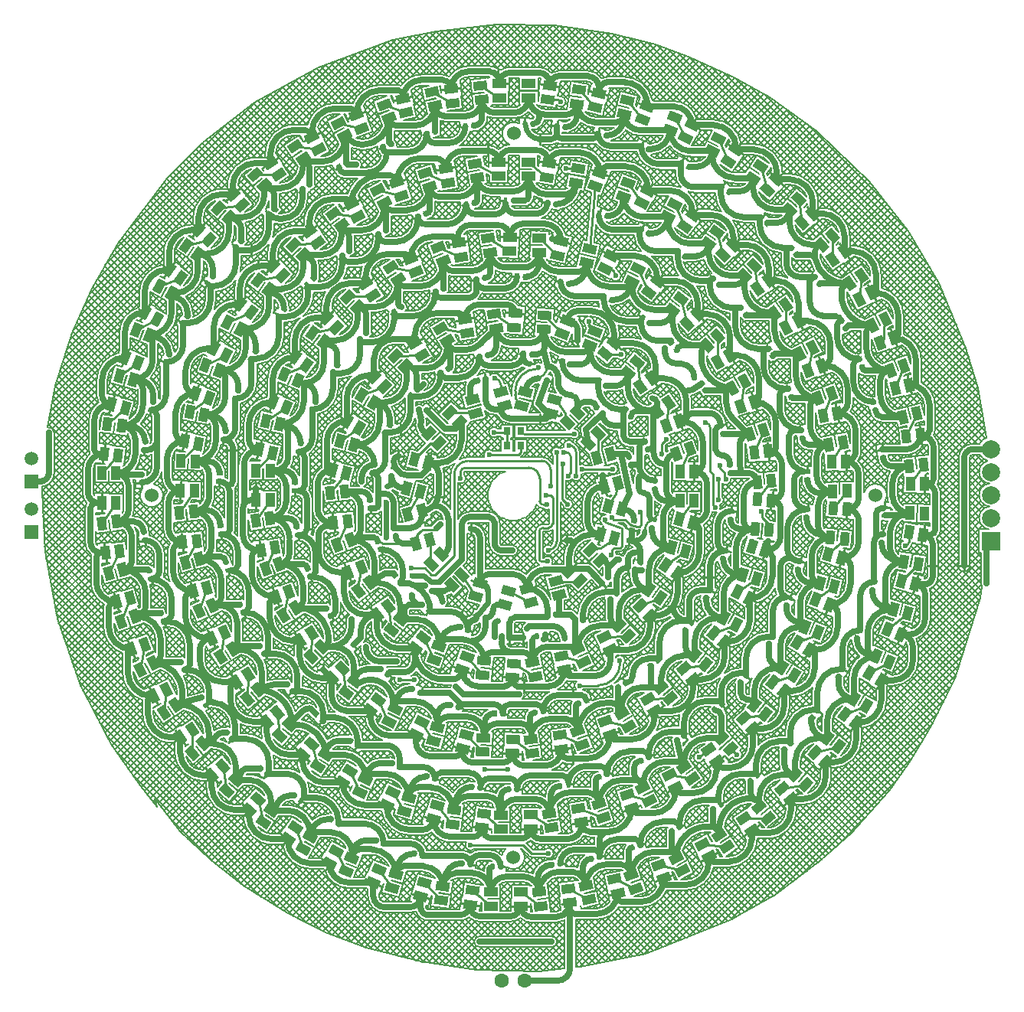
<source format=gtl>
G04*
G04 #@! TF.GenerationSoftware,Altium Limited,Altium Designer,18.1.7 (191)*
G04*
G04 Layer_Physical_Order=1*
G04 Layer_Color=255*
%FSLAX25Y25*%
%MOIN*%
G70*
G01*
G75*
%ADD11C,0.01000*%
G04:AMPARAMS|DCode=12|XSize=25mil|YSize=18mil|CornerRadius=0mil|HoleSize=0mil|Usage=FLASHONLY|Rotation=325.000|XOffset=0mil|YOffset=0mil|HoleType=Round|Shape=Rectangle|*
%AMROTATEDRECTD12*
4,1,4,-0.01540,-0.00020,-0.00508,0.01454,0.01540,0.00020,0.00508,-0.01454,-0.01540,-0.00020,0.0*
%
%ADD12ROTATEDRECTD12*%

G04:AMPARAMS|DCode=13|XSize=59.06mil|YSize=39.37mil|CornerRadius=0mil|HoleSize=0mil|Usage=FLASHONLY|Rotation=291.000|XOffset=0mil|YOffset=0mil|HoleType=Round|Shape=Rectangle|*
%AMROTATEDRECTD13*
4,1,4,-0.02896,0.02051,0.00780,0.03462,0.02896,-0.02051,-0.00780,-0.03462,-0.02896,0.02051,0.0*
%
%ADD13ROTATEDRECTD13*%

G04:AMPARAMS|DCode=14|XSize=59.06mil|YSize=39.37mil|CornerRadius=0mil|HoleSize=0mil|Usage=FLASHONLY|Rotation=285.000|XOffset=0mil|YOffset=0mil|HoleType=Round|Shape=Rectangle|*
%AMROTATEDRECTD14*
4,1,4,-0.02666,0.02343,0.01137,0.03362,0.02666,-0.02343,-0.01137,-0.03362,-0.02666,0.02343,0.0*
%
%ADD14ROTATEDRECTD14*%

G04:AMPARAMS|DCode=15|XSize=59.06mil|YSize=39.37mil|CornerRadius=0mil|HoleSize=0mil|Usage=FLASHONLY|Rotation=241.000|XOffset=0mil|YOffset=0mil|HoleType=Round|Shape=Rectangle|*
%AMROTATEDRECTD15*
4,1,4,-0.00290,0.03537,0.03153,0.01628,0.00290,-0.03537,-0.03153,-0.01628,-0.00290,0.03537,0.0*
%
%ADD15ROTATEDRECTD15*%

G04:AMPARAMS|DCode=16|XSize=59.06mil|YSize=39.37mil|CornerRadius=0mil|HoleSize=0mil|Usage=FLASHONLY|Rotation=353.000|XOffset=0mil|YOffset=0mil|HoleType=Round|Shape=Rectangle|*
%AMROTATEDRECTD16*
4,1,4,-0.03171,-0.01594,-0.02691,0.02314,0.03171,0.01594,0.02691,-0.02314,-0.03171,-0.01594,0.0*
%
%ADD16ROTATEDRECTD16*%

G04:AMPARAMS|DCode=17|XSize=25mil|YSize=18mil|CornerRadius=0mil|HoleSize=0mil|Usage=FLASHONLY|Rotation=18.000|XOffset=0mil|YOffset=0mil|HoleType=Round|Shape=Rectangle|*
%AMROTATEDRECTD17*
4,1,4,-0.00911,-0.01242,-0.01467,0.00470,0.00911,0.01242,0.01467,-0.00470,-0.00911,-0.01242,0.0*
%
%ADD17ROTATEDRECTD17*%

G04:AMPARAMS|DCode=18|XSize=59.06mil|YSize=39.37mil|CornerRadius=0mil|HoleSize=0mil|Usage=FLASHONLY|Rotation=345.000|XOffset=0mil|YOffset=0mil|HoleType=Round|Shape=Rectangle|*
%AMROTATEDRECTD18*
4,1,4,-0.03362,-0.01137,-0.02343,0.02666,0.03362,0.01137,0.02343,-0.02666,-0.03362,-0.01137,0.0*
%
%ADD18ROTATEDRECTD18*%

G04:AMPARAMS|DCode=19|XSize=25mil|YSize=18mil|CornerRadius=0mil|HoleSize=0mil|Usage=FLASHONLY|Rotation=295.000|XOffset=0mil|YOffset=0mil|HoleType=Round|Shape=Rectangle|*
%AMROTATEDRECTD19*
4,1,4,-0.01344,0.00753,0.00287,0.01513,0.01344,-0.00753,-0.00287,-0.01513,-0.01344,0.00753,0.0*
%
%ADD19ROTATEDRECTD19*%

G04:AMPARAMS|DCode=20|XSize=25mil|YSize=18mil|CornerRadius=0mil|HoleSize=0mil|Usage=FLASHONLY|Rotation=195.000|XOffset=0mil|YOffset=0mil|HoleType=Round|Shape=Rectangle|*
%AMROTATEDRECTD20*
4,1,4,0.00974,0.01193,0.01440,-0.00546,-0.00974,-0.01193,-0.01440,0.00546,0.00974,0.01193,0.0*
%
%ADD20ROTATEDRECTD20*%

G04:AMPARAMS|DCode=21|XSize=25mil|YSize=18mil|CornerRadius=0mil|HoleSize=0mil|Usage=FLASHONLY|Rotation=305.000|XOffset=0mil|YOffset=0mil|HoleType=Round|Shape=Rectangle|*
%AMROTATEDRECTD21*
4,1,4,-0.01454,0.00508,0.00020,0.01540,0.01454,-0.00508,-0.00020,-0.01540,-0.01454,0.00508,0.0*
%
%ADD21ROTATEDRECTD21*%

G04:AMPARAMS|DCode=22|XSize=25mil|YSize=18mil|CornerRadius=0mil|HoleSize=0mil|Usage=FLASHONLY|Rotation=152.000|XOffset=0mil|YOffset=0mil|HoleType=Round|Shape=Rectangle|*
%AMROTATEDRECTD22*
4,1,4,0.01526,0.00208,0.00681,-0.01382,-0.01526,-0.00208,-0.00681,0.01382,0.01526,0.00208,0.0*
%
%ADD22ROTATEDRECTD22*%

G04:AMPARAMS|DCode=23|XSize=25mil|YSize=18mil|CornerRadius=0mil|HoleSize=0mil|Usage=FLASHONLY|Rotation=143.000|XOffset=0mil|YOffset=0mil|HoleType=Round|Shape=Rectangle|*
%AMROTATEDRECTD23*
4,1,4,0.01540,-0.00034,0.00457,-0.01471,-0.01540,0.00034,-0.00457,0.01471,0.01540,-0.00034,0.0*
%
%ADD23ROTATEDRECTD23*%

%ADD24R,0.01800X0.02500*%
G04:AMPARAMS|DCode=25|XSize=25mil|YSize=18mil|CornerRadius=0mil|HoleSize=0mil|Usage=FLASHONLY|Rotation=88.000|XOffset=0mil|YOffset=0mil|HoleType=Round|Shape=Rectangle|*
%AMROTATEDRECTD25*
4,1,4,0.00856,-0.01281,-0.00943,-0.01218,-0.00856,0.01281,0.00943,0.01218,0.00856,-0.01281,0.0*
%
%ADD25ROTATEDRECTD25*%

G04:AMPARAMS|DCode=26|XSize=25mil|YSize=18mil|CornerRadius=0mil|HoleSize=0mil|Usage=FLASHONLY|Rotation=36.000|XOffset=0mil|YOffset=0mil|HoleType=Round|Shape=Rectangle|*
%AMROTATEDRECTD26*
4,1,4,-0.00482,-0.01463,-0.01540,-0.00007,0.00482,0.01463,0.01540,0.00007,-0.00482,-0.01463,0.0*
%
%ADD26ROTATEDRECTD26*%

G04:AMPARAMS|DCode=27|XSize=25mil|YSize=18mil|CornerRadius=0mil|HoleSize=0mil|Usage=FLASHONLY|Rotation=42.000|XOffset=0mil|YOffset=0mil|HoleType=Round|Shape=Rectangle|*
%AMROTATEDRECTD27*
4,1,4,-0.00327,-0.01505,-0.01531,-0.00168,0.00327,0.01505,0.01531,0.00168,-0.00327,-0.01505,0.0*
%
%ADD27ROTATEDRECTD27*%

%ADD28R,0.03000X0.03500*%
G04:AMPARAMS|DCode=29|XSize=59.06mil|YSize=39.37mil|CornerRadius=0mil|HoleSize=0mil|Usage=FLASHONLY|Rotation=166.000|XOffset=0mil|YOffset=0mil|HoleType=Round|Shape=Rectangle|*
%AMROTATEDRECTD29*
4,1,4,0.03341,0.01196,0.02389,-0.02624,-0.03341,-0.01196,-0.02389,0.02624,0.03341,0.01196,0.0*
%
%ADD29ROTATEDRECTD29*%

G04:AMPARAMS|DCode=30|XSize=25mil|YSize=18mil|CornerRadius=0mil|HoleSize=0mil|Usage=FLASHONLY|Rotation=124.000|XOffset=0mil|YOffset=0mil|HoleType=Round|Shape=Rectangle|*
%AMROTATEDRECTD30*
4,1,4,0.01445,-0.00533,-0.00047,-0.01540,-0.01445,0.00533,0.00047,0.01540,0.01445,-0.00533,0.0*
%
%ADD30ROTATEDRECTD30*%

G04:AMPARAMS|DCode=31|XSize=59.06mil|YSize=39.37mil|CornerRadius=0mil|HoleSize=0mil|Usage=FLASHONLY|Rotation=214.000|XOffset=0mil|YOffset=0mil|HoleType=Round|Shape=Rectangle|*
%AMROTATEDRECTD31*
4,1,4,0.01347,0.03283,0.03549,0.00019,-0.01347,-0.03283,-0.03549,-0.00019,0.01347,0.03283,0.0*
%
%ADD31ROTATEDRECTD31*%

G04:AMPARAMS|DCode=32|XSize=25mil|YSize=18mil|CornerRadius=0mil|HoleSize=0mil|Usage=FLASHONLY|Rotation=165.000|XOffset=0mil|YOffset=0mil|HoleType=Round|Shape=Rectangle|*
%AMROTATEDRECTD32*
4,1,4,0.01440,0.00546,0.00974,-0.01193,-0.01440,-0.00546,-0.00974,0.01193,0.01440,0.00546,0.0*
%
%ADD32ROTATEDRECTD32*%

G04:AMPARAMS|DCode=33|XSize=25mil|YSize=18mil|CornerRadius=0mil|HoleSize=0mil|Usage=FLASHONLY|Rotation=277.000|XOffset=0mil|YOffset=0mil|HoleType=Round|Shape=Rectangle|*
%AMROTATEDRECTD33*
4,1,4,-0.01046,0.01131,0.00741,0.01350,0.01046,-0.01131,-0.00741,-0.01350,-0.01046,0.01131,0.0*
%
%ADD33ROTATEDRECTD33*%

G04:AMPARAMS|DCode=34|XSize=59.06mil|YSize=39.37mil|CornerRadius=0mil|HoleSize=0mil|Usage=FLASHONLY|Rotation=67.000|XOffset=0mil|YOffset=0mil|HoleType=Round|Shape=Rectangle|*
%AMROTATEDRECTD34*
4,1,4,0.00658,-0.03487,-0.02966,-0.01949,-0.00658,0.03487,0.02966,0.01949,0.00658,-0.03487,0.0*
%
%ADD34ROTATEDRECTD34*%

G04:AMPARAMS|DCode=35|XSize=59.06mil|YSize=39.37mil|CornerRadius=0mil|HoleSize=0mil|Usage=FLASHONLY|Rotation=268.000|XOffset=0mil|YOffset=0mil|HoleType=Round|Shape=Rectangle|*
%AMROTATEDRECTD35*
4,1,4,-0.01864,0.03020,0.02070,0.02882,0.01864,-0.03020,-0.02070,-0.02882,-0.01864,0.03020,0.0*
%
%ADD35ROTATEDRECTD35*%

G04:AMPARAMS|DCode=36|XSize=59.06mil|YSize=39.37mil|CornerRadius=0mil|HoleSize=0mil|Usage=FLASHONLY|Rotation=224.000|XOffset=0mil|YOffset=0mil|HoleType=Round|Shape=Rectangle|*
%AMROTATEDRECTD36*
4,1,4,0.00757,0.03467,0.03492,0.00635,-0.00757,-0.03467,-0.03492,-0.00635,0.00757,0.03467,0.0*
%
%ADD36ROTATEDRECTD36*%

G04:AMPARAMS|DCode=37|XSize=25mil|YSize=18mil|CornerRadius=0mil|HoleSize=0mil|Usage=FLASHONLY|Rotation=134.000|XOffset=0mil|YOffset=0mil|HoleType=Round|Shape=Rectangle|*
%AMROTATEDRECTD37*
4,1,4,0.01516,-0.00274,0.00221,-0.01524,-0.01516,0.00274,-0.00221,0.01524,0.01516,-0.00274,0.0*
%
%ADD37ROTATEDRECTD37*%

G04:AMPARAMS|DCode=38|XSize=59.06mil|YSize=39.37mil|CornerRadius=0mil|HoleSize=0mil|Usage=FLASHONLY|Rotation=201.000|XOffset=0mil|YOffset=0mil|HoleType=Round|Shape=Rectangle|*
%AMROTATEDRECTD38*
4,1,4,0.02051,0.02896,0.03462,-0.00780,-0.02051,-0.02896,-0.03462,0.00780,0.02051,0.02896,0.0*
%
%ADD38ROTATEDRECTD38*%

G04:AMPARAMS|DCode=39|XSize=59.06mil|YSize=39.37mil|CornerRadius=0mil|HoleSize=0mil|Usage=FLASHONLY|Rotation=228.000|XOffset=0mil|YOffset=0mil|HoleType=Round|Shape=Rectangle|*
%AMROTATEDRECTD39*
4,1,4,0.00513,0.03512,0.03439,0.00877,-0.00513,-0.03512,-0.03439,-0.00877,0.00513,0.03512,0.0*
%
%ADD39ROTATEDRECTD39*%

G04:AMPARAMS|DCode=40|XSize=59.06mil|YSize=39.37mil|CornerRadius=0mil|HoleSize=0mil|Usage=FLASHONLY|Rotation=255.000|XOffset=0mil|YOffset=0mil|HoleType=Round|Shape=Rectangle|*
%AMROTATEDRECTD40*
4,1,4,-0.01137,0.03362,0.02666,0.02343,0.01137,-0.03362,-0.02666,-0.02343,-0.01137,0.03362,0.0*
%
%ADD40ROTATEDRECTD40*%

G04:AMPARAMS|DCode=41|XSize=59.06mil|YSize=39.37mil|CornerRadius=0mil|HoleSize=0mil|Usage=FLASHONLY|Rotation=193.000|XOffset=0mil|YOffset=0mil|HoleType=Round|Shape=Rectangle|*
%AMROTATEDRECTD41*
4,1,4,0.02434,0.02582,0.03320,-0.01254,-0.02434,-0.02582,-0.03320,0.01254,0.02434,0.02582,0.0*
%
%ADD41ROTATEDRECTD41*%

G04:AMPARAMS|DCode=42|XSize=59.06mil|YSize=39.37mil|CornerRadius=0mil|HoleSize=0mil|Usage=FLASHONLY|Rotation=221.000|XOffset=0mil|YOffset=0mil|HoleType=Round|Shape=Rectangle|*
%AMROTATEDRECTD42*
4,1,4,0.00937,0.03423,0.03520,0.00452,-0.00937,-0.03423,-0.03520,-0.00452,0.00937,0.03423,0.0*
%
%ADD42ROTATEDRECTD42*%

G04:AMPARAMS|DCode=43|XSize=59.06mil|YSize=39.37mil|CornerRadius=0mil|HoleSize=0mil|Usage=FLASHONLY|Rotation=248.000|XOffset=0mil|YOffset=0mil|HoleType=Round|Shape=Rectangle|*
%AMROTATEDRECTD43*
4,1,4,-0.00719,0.03475,0.02931,0.02000,0.00719,-0.03475,-0.02931,-0.02000,-0.00719,0.03475,0.0*
%
%ADD43ROTATEDRECTD43*%

G04:AMPARAMS|DCode=44|XSize=59.06mil|YSize=39.37mil|CornerRadius=0mil|HoleSize=0mil|Usage=FLASHONLY|Rotation=186.000|XOffset=0mil|YOffset=0mil|HoleType=Round|Shape=Rectangle|*
%AMROTATEDRECTD44*
4,1,4,0.02731,0.02266,0.03142,-0.01649,-0.02731,-0.02266,-0.03142,0.01649,0.02731,0.02266,0.0*
%
%ADD44ROTATEDRECTD44*%

G04:AMPARAMS|DCode=45|XSize=59.06mil|YSize=39.37mil|CornerRadius=0mil|HoleSize=0mil|Usage=FLASHONLY|Rotation=208.000|XOffset=0mil|YOffset=0mil|HoleType=Round|Shape=Rectangle|*
%AMROTATEDRECTD45*
4,1,4,0.01683,0.03124,0.03531,-0.00352,-0.01683,-0.03124,-0.03531,0.00352,0.01683,0.03124,0.0*
%
%ADD45ROTATEDRECTD45*%

%ADD46R,0.05906X0.03937*%
G04:AMPARAMS|DCode=47|XSize=59.06mil|YSize=39.37mil|CornerRadius=0mil|HoleSize=0mil|Usage=FLASHONLY|Rotation=234.000|XOffset=0mil|YOffset=0mil|HoleType=Round|Shape=Rectangle|*
%AMROTATEDRECTD47*
4,1,4,0.00143,0.03546,0.03328,0.01232,-0.00143,-0.03546,-0.03328,-0.01232,0.00143,0.03546,0.0*
%
%ADD47ROTATEDRECTD47*%

G04:AMPARAMS|DCode=48|XSize=59.06mil|YSize=39.37mil|CornerRadius=0mil|HoleSize=0mil|Usage=FLASHONLY|Rotation=311.000|XOffset=0mil|YOffset=0mil|HoleType=Round|Shape=Rectangle|*
%AMROTATEDRECTD48*
4,1,4,-0.03423,0.00937,-0.00452,0.03520,0.03423,-0.00937,0.00452,-0.03520,-0.03423,0.00937,0.0*
%
%ADD48ROTATEDRECTD48*%

G04:AMPARAMS|DCode=49|XSize=59.06mil|YSize=39.37mil|CornerRadius=0mil|HoleSize=0mil|Usage=FLASHONLY|Rotation=337.000|XOffset=0mil|YOffset=0mil|HoleType=Round|Shape=Rectangle|*
%AMROTATEDRECTD49*
4,1,4,-0.03487,-0.00658,-0.01949,0.02966,0.03487,0.00658,0.01949,-0.02966,-0.03487,-0.00658,0.0*
%
%ADD49ROTATEDRECTD49*%

G04:AMPARAMS|DCode=50|XSize=59.06mil|YSize=39.37mil|CornerRadius=0mil|HoleSize=0mil|Usage=FLASHONLY|Rotation=277.000|XOffset=0mil|YOffset=0mil|HoleType=Round|Shape=Rectangle|*
%AMROTATEDRECTD50*
4,1,4,-0.02314,0.02691,0.01594,0.03171,0.02314,-0.02691,-0.01594,-0.03171,-0.02314,0.02691,0.0*
%
%ADD50ROTATEDRECTD50*%

G04:AMPARAMS|DCode=51|XSize=59.06mil|YSize=39.37mil|CornerRadius=0mil|HoleSize=0mil|Usage=FLASHONLY|Rotation=304.000|XOffset=0mil|YOffset=0mil|HoleType=Round|Shape=Rectangle|*
%AMROTATEDRECTD51*
4,1,4,-0.03283,0.01347,-0.00019,0.03549,0.03283,-0.01347,0.00019,-0.03549,-0.03283,0.01347,0.0*
%
%ADD51ROTATEDRECTD51*%

G04:AMPARAMS|DCode=52|XSize=59.06mil|YSize=39.37mil|CornerRadius=0mil|HoleSize=0mil|Usage=FLASHONLY|Rotation=331.000|XOffset=0mil|YOffset=0mil|HoleType=Round|Shape=Rectangle|*
%AMROTATEDRECTD52*
4,1,4,-0.03537,-0.00290,-0.01628,0.03153,0.03537,0.00290,0.01628,-0.03153,-0.03537,-0.00290,0.0*
%
%ADD52ROTATEDRECTD52*%

%ADD53R,0.03937X0.05906*%
G04:AMPARAMS|DCode=54|XSize=59.06mil|YSize=39.37mil|CornerRadius=0mil|HoleSize=0mil|Usage=FLASHONLY|Rotation=297.000|XOffset=0mil|YOffset=0mil|HoleType=Round|Shape=Rectangle|*
%AMROTATEDRECTD54*
4,1,4,-0.03095,0.01737,0.00413,0.03525,0.03095,-0.01737,-0.00413,-0.03525,-0.03095,0.01737,0.0*
%
%ADD54ROTATEDRECTD54*%

G04:AMPARAMS|DCode=55|XSize=59.06mil|YSize=39.37mil|CornerRadius=0mil|HoleSize=0mil|Usage=FLASHONLY|Rotation=325.000|XOffset=0mil|YOffset=0mil|HoleType=Round|Shape=Rectangle|*
%AMROTATEDRECTD55*
4,1,4,-0.03548,0.00081,-0.01290,0.03306,0.03548,-0.00081,0.01290,-0.03306,-0.03548,0.00081,0.0*
%
%ADD55ROTATEDRECTD55*%

G04:AMPARAMS|DCode=56|XSize=59.06mil|YSize=39.37mil|CornerRadius=0mil|HoleSize=0mil|Usage=FLASHONLY|Rotation=263.000|XOffset=0mil|YOffset=0mil|HoleType=Round|Shape=Rectangle|*
%AMROTATEDRECTD56*
4,1,4,-0.01594,0.03171,0.02314,0.02691,0.01594,-0.03171,-0.02314,-0.02691,-0.01594,0.03171,0.0*
%
%ADD56ROTATEDRECTD56*%

G04:AMPARAMS|DCode=57|XSize=59.06mil|YSize=39.37mil|CornerRadius=0mil|HoleSize=0mil|Usage=FLASHONLY|Rotation=290.000|XOffset=0mil|YOffset=0mil|HoleType=Round|Shape=Rectangle|*
%AMROTATEDRECTD57*
4,1,4,-0.02860,0.02101,0.00840,0.03448,0.02860,-0.02101,-0.00840,-0.03448,-0.02860,0.02101,0.0*
%
%ADD57ROTATEDRECTD57*%

G04:AMPARAMS|DCode=58|XSize=59.06mil|YSize=39.37mil|CornerRadius=0mil|HoleSize=0mil|Usage=FLASHONLY|Rotation=319.000|XOffset=0mil|YOffset=0mil|HoleType=Round|Shape=Rectangle|*
%AMROTATEDRECTD58*
4,1,4,-0.03520,0.00452,-0.00937,0.03423,0.03520,-0.00452,0.00937,-0.03423,-0.03520,0.00452,0.0*
%
%ADD58ROTATEDRECTD58*%

G04:AMPARAMS|DCode=59|XSize=59.06mil|YSize=39.37mil|CornerRadius=0mil|HoleSize=0mil|Usage=FLASHONLY|Rotation=7.000|XOffset=0mil|YOffset=0mil|HoleType=Round|Shape=Rectangle|*
%AMROTATEDRECTD59*
4,1,4,-0.02691,-0.02314,-0.03171,0.01594,0.02691,0.02314,0.03171,-0.01594,-0.02691,-0.02314,0.0*
%
%ADD59ROTATEDRECTD59*%

G04:AMPARAMS|DCode=60|XSize=59.06mil|YSize=39.37mil|CornerRadius=0mil|HoleSize=0mil|Usage=FLASHONLY|Rotation=40.000|XOffset=0mil|YOffset=0mil|HoleType=Round|Shape=Rectangle|*
%AMROTATEDRECTD60*
4,1,4,-0.00997,-0.03406,-0.03527,-0.00390,0.00997,0.03406,0.03527,0.00390,-0.00997,-0.03406,0.0*
%
%ADD60ROTATEDRECTD60*%

G04:AMPARAMS|DCode=61|XSize=59.06mil|YSize=39.37mil|CornerRadius=0mil|HoleSize=0mil|Usage=FLASHONLY|Rotation=352.000|XOffset=0mil|YOffset=0mil|HoleType=Round|Shape=Rectangle|*
%AMROTATEDRECTD61*
4,1,4,-0.03198,-0.01538,-0.02650,0.02360,0.03198,0.01538,0.02650,-0.02360,-0.03198,-0.01538,0.0*
%
%ADD61ROTATEDRECTD61*%

G04:AMPARAMS|DCode=62|XSize=59.06mil|YSize=39.37mil|CornerRadius=0mil|HoleSize=0mil|Usage=FLASHONLY|Rotation=60.000|XOffset=0mil|YOffset=0mil|HoleType=Round|Shape=Rectangle|*
%AMROTATEDRECTD62*
4,1,4,0.00228,-0.03541,-0.03181,-0.01573,-0.00228,0.03541,0.03181,0.01573,0.00228,-0.03541,0.0*
%
%ADD62ROTATEDRECTD62*%

G04:AMPARAMS|DCode=63|XSize=59.06mil|YSize=39.37mil|CornerRadius=0mil|HoleSize=0mil|Usage=FLASHONLY|Rotation=344.000|XOffset=0mil|YOffset=0mil|HoleType=Round|Shape=Rectangle|*
%AMROTATEDRECTD63*
4,1,4,-0.03381,-0.01078,-0.02296,0.02706,0.03381,0.01078,0.02296,-0.02706,-0.03381,-0.01078,0.0*
%
%ADD63ROTATEDRECTD63*%

G04:AMPARAMS|DCode=64|XSize=59.06mil|YSize=39.37mil|CornerRadius=0mil|HoleSize=0mil|Usage=FLASHONLY|Rotation=20.000|XOffset=0mil|YOffset=0mil|HoleType=Round|Shape=Rectangle|*
%AMROTATEDRECTD64*
4,1,4,-0.02101,-0.02860,-0.03448,0.00840,0.02101,0.02860,0.03448,-0.00840,-0.02101,-0.02860,0.0*
%
%ADD64ROTATEDRECTD64*%

G04:AMPARAMS|DCode=65|XSize=59.06mil|YSize=39.37mil|CornerRadius=0mil|HoleSize=0mil|Usage=FLASHONLY|Rotation=53.000|XOffset=0mil|YOffset=0mil|HoleType=Round|Shape=Rectangle|*
%AMROTATEDRECTD65*
4,1,4,-0.00205,-0.03543,-0.03349,-0.01174,0.00205,0.03543,0.03349,0.01174,-0.00205,-0.03543,0.0*
%
%ADD65ROTATEDRECTD65*%

G04:AMPARAMS|DCode=66|XSize=59.06mil|YSize=39.37mil|CornerRadius=0mil|HoleSize=0mil|Usage=FLASHONLY|Rotation=104.000|XOffset=0mil|YOffset=0mil|HoleType=Round|Shape=Rectangle|*
%AMROTATEDRECTD66*
4,1,4,0.02624,-0.02389,-0.01196,-0.03341,-0.02624,0.02389,0.01196,0.03341,0.02624,-0.02389,0.0*
%
%ADD66ROTATEDRECTD66*%

G04:AMPARAMS|DCode=67|XSize=59.06mil|YSize=39.37mil|CornerRadius=0mil|HoleSize=0mil|Usage=FLASHONLY|Rotation=138.000|XOffset=0mil|YOffset=0mil|HoleType=Round|Shape=Rectangle|*
%AMROTATEDRECTD67*
4,1,4,0.03512,-0.00513,0.00877,-0.03439,-0.03512,0.00513,-0.00877,0.03439,0.03512,-0.00513,0.0*
%
%ADD67ROTATEDRECTD67*%

G04:AMPARAMS|DCode=68|XSize=59.06mil|YSize=39.37mil|CornerRadius=0mil|HoleSize=0mil|Usage=FLASHONLY|Rotation=96.000|XOffset=0mil|YOffset=0mil|HoleType=Round|Shape=Rectangle|*
%AMROTATEDRECTD68*
4,1,4,0.02266,-0.02731,-0.01649,-0.03142,-0.02266,0.02731,0.01649,0.03142,0.02266,-0.02731,0.0*
%
%ADD68ROTATEDRECTD68*%

G04:AMPARAMS|DCode=69|XSize=59.06mil|YSize=39.37mil|CornerRadius=0mil|HoleSize=0mil|Usage=FLASHONLY|Rotation=89.000|XOffset=0mil|YOffset=0mil|HoleType=Round|Shape=Rectangle|*
%AMROTATEDRECTD69*
4,1,4,0.01917,-0.02987,-0.02020,-0.02918,-0.01917,0.02987,0.02020,0.02918,0.01917,-0.02987,0.0*
%
%ADD69ROTATEDRECTD69*%

G04:AMPARAMS|DCode=70|XSize=59.06mil|YSize=39.37mil|CornerRadius=0mil|HoleSize=0mil|Usage=FLASHONLY|Rotation=159.000|XOffset=0mil|YOffset=0mil|HoleType=Round|Shape=Rectangle|*
%AMROTATEDRECTD70*
4,1,4,0.03462,0.00780,0.02051,-0.02896,-0.03462,-0.00780,-0.02051,0.02896,0.03462,0.00780,0.0*
%
%ADD70ROTATEDRECTD70*%

G04:AMPARAMS|DCode=71|XSize=59.06mil|YSize=39.37mil|CornerRadius=0mil|HoleSize=0mil|Usage=FLASHONLY|Rotation=125.000|XOffset=0mil|YOffset=0mil|HoleType=Round|Shape=Rectangle|*
%AMROTATEDRECTD71*
4,1,4,0.03306,-0.01290,0.00081,-0.03548,-0.03306,0.01290,-0.00081,0.03548,0.03306,-0.01290,0.0*
%
%ADD71ROTATEDRECTD71*%

G04:AMPARAMS|DCode=72|XSize=59.06mil|YSize=39.37mil|CornerRadius=0mil|HoleSize=0mil|Usage=FLASHONLY|Rotation=80.000|XOffset=0mil|YOffset=0mil|HoleType=Round|Shape=Rectangle|*
%AMROTATEDRECTD72*
4,1,4,0.01426,-0.03250,-0.02451,-0.02566,-0.01426,0.03250,0.02451,0.02566,0.01426,-0.03250,0.0*
%
%ADD72ROTATEDRECTD72*%

G04:AMPARAMS|DCode=73|XSize=59.06mil|YSize=39.37mil|CornerRadius=0mil|HoleSize=0mil|Usage=FLASHONLY|Rotation=153.000|XOffset=0mil|YOffset=0mil|HoleType=Round|Shape=Rectangle|*
%AMROTATEDRECTD73*
4,1,4,0.03525,0.00413,0.01737,-0.03095,-0.03525,-0.00413,-0.01737,0.03095,0.03525,0.00413,0.0*
%
%ADD73ROTATEDRECTD73*%

G04:AMPARAMS|DCode=74|XSize=59.06mil|YSize=39.37mil|CornerRadius=0mil|HoleSize=0mil|Usage=FLASHONLY|Rotation=146.000|XOffset=0mil|YOffset=0mil|HoleType=Round|Shape=Rectangle|*
%AMROTATEDRECTD74*
4,1,4,0.03549,-0.00019,0.01347,-0.03283,-0.03549,0.00019,-0.01347,0.03283,0.03549,-0.00019,0.0*
%
%ADD74ROTATEDRECTD74*%

G04:AMPARAMS|DCode=75|XSize=59.06mil|YSize=39.37mil|CornerRadius=0mil|HoleSize=0mil|Usage=FLASHONLY|Rotation=198.000|XOffset=0mil|YOffset=0mil|HoleType=Round|Shape=Rectangle|*
%AMROTATEDRECTD75*
4,1,4,0.02200,0.02785,0.03417,-0.00960,-0.02200,-0.02785,-0.03417,0.00960,0.02200,0.02785,0.0*
%
%ADD75ROTATEDRECTD75*%

G04:AMPARAMS|DCode=76|XSize=59.06mil|YSize=39.37mil|CornerRadius=0mil|HoleSize=0mil|Usage=FLASHONLY|Rotation=190.000|XOffset=0mil|YOffset=0mil|HoleType=Round|Shape=Rectangle|*
%AMROTATEDRECTD76*
4,1,4,0.02566,0.02451,0.03250,-0.01426,-0.02566,-0.02451,-0.03250,0.01426,0.02566,0.02451,0.0*
%
%ADD76ROTATEDRECTD76*%

G04:AMPARAMS|DCode=77|XSize=59.06mil|YSize=39.37mil|CornerRadius=0mil|HoleSize=0mil|Usage=FLASHONLY|Rotation=225.000|XOffset=0mil|YOffset=0mil|HoleType=Round|Shape=Rectangle|*
%AMROTATEDRECTD77*
4,1,4,0.00696,0.03480,0.03480,0.00696,-0.00696,-0.03480,-0.03480,-0.00696,0.00696,0.03480,0.0*
%
%ADD77ROTATEDRECTD77*%

G04:AMPARAMS|DCode=78|XSize=59.06mil|YSize=39.37mil|CornerRadius=0mil|HoleSize=0mil|Usage=FLASHONLY|Rotation=216.000|XOffset=0mil|YOffset=0mil|HoleType=Round|Shape=Rectangle|*
%AMROTATEDRECTD78*
4,1,4,0.01232,0.03328,0.03546,0.00143,-0.01232,-0.03328,-0.03546,-0.00143,0.01232,0.03328,0.0*
%
%ADD78ROTATEDRECTD78*%

G04:AMPARAMS|DCode=79|XSize=59.06mil|YSize=39.37mil|CornerRadius=0mil|HoleSize=0mil|Usage=FLASHONLY|Rotation=259.000|XOffset=0mil|YOffset=0mil|HoleType=Round|Shape=Rectangle|*
%AMROTATEDRECTD79*
4,1,4,-0.01369,0.03274,0.02496,0.02523,0.01369,-0.03274,-0.02496,-0.02523,-0.01369,0.03274,0.0*
%
%ADD79ROTATEDRECTD79*%

G04:AMPARAMS|DCode=80|XSize=59.06mil|YSize=39.37mil|CornerRadius=0mil|HoleSize=0mil|Usage=FLASHONLY|Rotation=170.000|XOffset=0mil|YOffset=0mil|HoleType=Round|Shape=Rectangle|*
%AMROTATEDRECTD80*
4,1,4,0.03250,0.01426,0.02566,-0.02451,-0.03250,-0.01426,-0.02566,0.02451,0.03250,0.01426,0.0*
%
%ADD80ROTATEDRECTD80*%

G04:AMPARAMS|DCode=81|XSize=59.06mil|YSize=39.37mil|CornerRadius=0mil|HoleSize=0mil|Usage=FLASHONLY|Rotation=250.000|XOffset=0mil|YOffset=0mil|HoleType=Round|Shape=Rectangle|*
%AMROTATEDRECTD81*
4,1,4,-0.00840,0.03448,0.02860,0.02101,0.00840,-0.03448,-0.02860,-0.02101,-0.00840,0.03448,0.0*
%
%ADD81ROTATEDRECTD81*%

G04:AMPARAMS|DCode=82|XSize=59.06mil|YSize=39.37mil|CornerRadius=0mil|HoleSize=0mil|Usage=FLASHONLY|Rotation=242.000|XOffset=0mil|YOffset=0mil|HoleType=Round|Shape=Rectangle|*
%AMROTATEDRECTD82*
4,1,4,-0.00352,0.03531,0.03124,0.01683,0.00352,-0.03531,-0.03124,-0.01683,-0.00352,0.03531,0.0*
%
%ADD82ROTATEDRECTD82*%

G04:AMPARAMS|DCode=83|XSize=59.06mil|YSize=39.37mil|CornerRadius=0mil|HoleSize=0mil|Usage=FLASHONLY|Rotation=310.000|XOffset=0mil|YOffset=0mil|HoleType=Round|Shape=Rectangle|*
%AMROTATEDRECTD83*
4,1,4,-0.03406,0.00997,-0.00390,0.03527,0.03406,-0.00997,0.00390,-0.03527,-0.03406,0.00997,0.0*
%
%ADD83ROTATEDRECTD83*%

G04:AMPARAMS|DCode=84|XSize=59.06mil|YSize=39.37mil|CornerRadius=0mil|HoleSize=0mil|Usage=FLASHONLY|Rotation=26.000|XOffset=0mil|YOffset=0mil|HoleType=Round|Shape=Rectangle|*
%AMROTATEDRECTD84*
4,1,4,-0.01791,-0.03064,-0.03517,0.00475,0.01791,0.03064,0.03517,-0.00475,-0.01791,-0.03064,0.0*
%
%ADD84ROTATEDRECTD84*%

G04:AMPARAMS|DCode=85|XSize=59.06mil|YSize=39.37mil|CornerRadius=0mil|HoleSize=0mil|Usage=FLASHONLY|Rotation=302.000|XOffset=0mil|YOffset=0mil|HoleType=Round|Shape=Rectangle|*
%AMROTATEDRECTD85*
4,1,4,-0.03234,0.01461,0.00105,0.03547,0.03234,-0.01461,-0.00105,-0.03547,-0.03234,0.01461,0.0*
%
%ADD85ROTATEDRECTD85*%

G04:AMPARAMS|DCode=86|XSize=59.06mil|YSize=39.37mil|CornerRadius=0mil|HoleSize=0mil|Usage=FLASHONLY|Rotation=335.000|XOffset=0mil|YOffset=0mil|HoleType=Round|Shape=Rectangle|*
%AMROTATEDRECTD86*
4,1,4,-0.03508,-0.00536,-0.01844,0.03032,0.03508,0.00536,0.01844,-0.03032,-0.03508,-0.00536,0.0*
%
%ADD86ROTATEDRECTD86*%

G04:AMPARAMS|DCode=87|XSize=59.06mil|YSize=39.37mil|CornerRadius=0mil|HoleSize=0mil|Usage=FLASHONLY|Rotation=294.000|XOffset=0mil|YOffset=0mil|HoleType=Round|Shape=Rectangle|*
%AMROTATEDRECTD87*
4,1,4,-0.02999,0.01897,0.00597,0.03498,0.02999,-0.01897,-0.00597,-0.03498,-0.02999,0.01897,0.0*
%
%ADD87ROTATEDRECTD87*%

G04:AMPARAMS|DCode=88|XSize=59.06mil|YSize=39.37mil|CornerRadius=0mil|HoleSize=0mil|Usage=FLASHONLY|Rotation=327.000|XOffset=0mil|YOffset=0mil|HoleType=Round|Shape=Rectangle|*
%AMROTATEDRECTD88*
4,1,4,-0.03549,-0.00043,-0.01404,0.03259,0.03549,0.00043,0.01404,-0.03259,-0.03549,-0.00043,0.0*
%
%ADD88ROTATEDRECTD88*%

G04:AMPARAMS|DCode=89|XSize=59.06mil|YSize=39.37mil|CornerRadius=0mil|HoleSize=0mil|Usage=FLASHONLY|Rotation=1.000|XOffset=0mil|YOffset=0mil|HoleType=Round|Shape=Rectangle|*
%AMROTATEDRECTD89*
4,1,4,-0.02918,-0.02020,-0.02987,0.01917,0.02918,0.02020,0.02987,-0.01917,-0.02918,-0.02020,0.0*
%
%ADD89ROTATEDRECTD89*%

G04:AMPARAMS|DCode=90|XSize=59.06mil|YSize=39.37mil|CornerRadius=0mil|HoleSize=0mil|Usage=FLASHONLY|Rotation=160.000|XOffset=0mil|YOffset=0mil|HoleType=Round|Shape=Rectangle|*
%AMROTATEDRECTD90*
4,1,4,0.03448,0.00840,0.02101,-0.02860,-0.03448,-0.00840,-0.02101,0.02860,0.03448,0.00840,0.0*
%
%ADD90ROTATEDRECTD90*%

G04:AMPARAMS|DCode=91|XSize=59.06mil|YSize=39.37mil|CornerRadius=0mil|HoleSize=0mil|Usage=FLASHONLY|Rotation=152.000|XOffset=0mil|YOffset=0mil|HoleType=Round|Shape=Rectangle|*
%AMROTATEDRECTD91*
4,1,4,0.03531,0.00352,0.01683,-0.03124,-0.03531,-0.00352,-0.01683,0.03124,0.03531,0.00352,0.0*
%
%ADD91ROTATEDRECTD91*%

G04:AMPARAMS|DCode=92|XSize=59.06mil|YSize=39.37mil|CornerRadius=0mil|HoleSize=0mil|Usage=FLASHONLY|Rotation=58.000|XOffset=0mil|YOffset=0mil|HoleType=Round|Shape=Rectangle|*
%AMROTATEDRECTD92*
4,1,4,0.00105,-0.03547,-0.03234,-0.01461,-0.00105,0.03547,0.03234,0.01461,0.00105,-0.03547,0.0*
%
%ADD92ROTATEDRECTD92*%

G04:AMPARAMS|DCode=93|XSize=59.06mil|YSize=39.37mil|CornerRadius=0mil|HoleSize=0mil|Usage=FLASHONLY|Rotation=101.000|XOffset=0mil|YOffset=0mil|HoleType=Round|Shape=Rectangle|*
%AMROTATEDRECTD93*
4,1,4,0.02496,-0.02523,-0.01369,-0.03274,-0.02496,0.02523,0.01369,0.03274,0.02496,-0.02523,0.0*
%
%ADD93ROTATEDRECTD93*%

G04:AMPARAMS|DCode=94|XSize=59.06mil|YSize=39.37mil|CornerRadius=0mil|HoleSize=0mil|Usage=FLASHONLY|Rotation=144.000|XOffset=0mil|YOffset=0mil|HoleType=Round|Shape=Rectangle|*
%AMROTATEDRECTD94*
4,1,4,0.03546,-0.00143,0.01232,-0.03328,-0.03546,0.00143,-0.01232,0.03328,0.03546,-0.00143,0.0*
%
%ADD94ROTATEDRECTD94*%

G04:AMPARAMS|DCode=95|XSize=59.06mil|YSize=39.37mil|CornerRadius=0mil|HoleSize=0mil|Usage=FLASHONLY|Rotation=51.000|XOffset=0mil|YOffset=0mil|HoleType=Round|Shape=Rectangle|*
%AMROTATEDRECTD95*
4,1,4,-0.00328,-0.03534,-0.03388,-0.01056,0.00328,0.03534,0.03388,0.01056,-0.00328,-0.03534,0.0*
%
%ADD95ROTATEDRECTD95*%

G04:AMPARAMS|DCode=96|XSize=59.06mil|YSize=39.37mil|CornerRadius=0mil|HoleSize=0mil|Usage=FLASHONLY|Rotation=92.000|XOffset=0mil|YOffset=0mil|HoleType=Round|Shape=Rectangle|*
%AMROTATEDRECTD96*
4,1,4,0.02070,-0.02882,-0.01864,-0.03020,-0.02070,0.02882,0.01864,0.03020,0.02070,-0.02882,0.0*
%
%ADD96ROTATEDRECTD96*%

G04:AMPARAMS|DCode=97|XSize=59.06mil|YSize=39.37mil|CornerRadius=0mil|HoleSize=0mil|Usage=FLASHONLY|Rotation=135.000|XOffset=0mil|YOffset=0mil|HoleType=Round|Shape=Rectangle|*
%AMROTATEDRECTD97*
4,1,4,0.03480,-0.00696,0.00696,-0.03480,-0.03480,0.00696,-0.00696,0.03480,0.03480,-0.00696,0.0*
%
%ADD97ROTATEDRECTD97*%

G04:AMPARAMS|DCode=98|XSize=59.06mil|YSize=39.37mil|CornerRadius=0mil|HoleSize=0mil|Usage=FLASHONLY|Rotation=42.000|XOffset=0mil|YOffset=0mil|HoleType=Round|Shape=Rectangle|*
%AMROTATEDRECTD98*
4,1,4,-0.00877,-0.03439,-0.03512,-0.00513,0.00877,0.03439,0.03512,0.00513,-0.00877,-0.03439,0.0*
%
%ADD98ROTATEDRECTD98*%

G04:AMPARAMS|DCode=99|XSize=59.06mil|YSize=39.37mil|CornerRadius=0mil|HoleSize=0mil|Usage=FLASHONLY|Rotation=85.000|XOffset=0mil|YOffset=0mil|HoleType=Round|Shape=Rectangle|*
%AMROTATEDRECTD99*
4,1,4,0.01704,-0.03113,-0.02218,-0.02770,-0.01704,0.03113,0.02218,0.02770,0.01704,-0.03113,0.0*
%
%ADD99ROTATEDRECTD99*%

G04:AMPARAMS|DCode=100|XSize=59.06mil|YSize=39.37mil|CornerRadius=0mil|HoleSize=0mil|Usage=FLASHONLY|Rotation=126.000|XOffset=0mil|YOffset=0mil|HoleType=Round|Shape=Rectangle|*
%AMROTATEDRECTD100*
4,1,4,0.03328,-0.01232,0.00143,-0.03546,-0.03328,0.01232,-0.00143,0.03546,0.03328,-0.01232,0.0*
%
%ADD100ROTATEDRECTD100*%

G04:AMPARAMS|DCode=101|XSize=59.06mil|YSize=39.37mil|CornerRadius=0mil|HoleSize=0mil|Usage=FLASHONLY|Rotation=35.000|XOffset=0mil|YOffset=0mil|HoleType=Round|Shape=Rectangle|*
%AMROTATEDRECTD101*
4,1,4,-0.01290,-0.03306,-0.03548,-0.00081,0.01290,0.03306,0.03548,0.00081,-0.01290,-0.03306,0.0*
%
%ADD101ROTATEDRECTD101*%

G04:AMPARAMS|DCode=102|XSize=59.06mil|YSize=39.37mil|CornerRadius=0mil|HoleSize=0mil|Usage=FLASHONLY|Rotation=118.000|XOffset=0mil|YOffset=0mil|HoleType=Round|Shape=Rectangle|*
%AMROTATEDRECTD102*
4,1,4,0.03124,-0.01683,-0.00352,-0.03531,-0.03124,0.01683,0.00352,0.03531,0.03124,-0.01683,0.0*
%
%ADD102ROTATEDRECTD102*%

G04:AMPARAMS|DCode=103|XSize=59.06mil|YSize=39.37mil|CornerRadius=0mil|HoleSize=0mil|Usage=FLASHONLY|Rotation=213.000|XOffset=0mil|YOffset=0mil|HoleType=Round|Shape=Rectangle|*
%AMROTATEDRECTD103*
4,1,4,0.01404,0.03259,0.03549,-0.00043,-0.01404,-0.03259,-0.03549,0.00043,0.01404,0.03259,0.0*
%
%ADD103ROTATEDRECTD103*%

G04:AMPARAMS|DCode=104|XSize=59.06mil|YSize=39.37mil|CornerRadius=0mil|HoleSize=0mil|Usage=FLASHONLY|Rotation=257.000|XOffset=0mil|YOffset=0mil|HoleType=Round|Shape=Rectangle|*
%AMROTATEDRECTD104*
4,1,4,-0.01254,0.03320,0.02582,0.02434,0.01254,-0.03320,-0.02582,-0.02434,-0.01254,0.03320,0.0*
%
%ADD104ROTATEDRECTD104*%

G04:AMPARAMS|DCode=105|XSize=59.06mil|YSize=39.37mil|CornerRadius=0mil|HoleSize=0mil|Usage=FLASHONLY|Rotation=202.000|XOffset=0mil|YOffset=0mil|HoleType=Round|Shape=Rectangle|*
%AMROTATEDRECTD105*
4,1,4,0.02000,0.02931,0.03475,-0.00719,-0.02000,-0.02931,-0.03475,0.00719,0.02000,0.02931,0.0*
%
%ADD105ROTATEDRECTD105*%

G04:AMPARAMS|DCode=106|XSize=59.06mil|YSize=39.37mil|CornerRadius=0mil|HoleSize=0mil|Usage=FLASHONLY|Rotation=189.000|XOffset=0mil|YOffset=0mil|HoleType=Round|Shape=Rectangle|*
%AMROTATEDRECTD106*
4,1,4,0.02609,0.02406,0.03224,-0.01482,-0.02609,-0.02406,-0.03224,0.01482,0.02609,0.02406,0.0*
%
%ADD106ROTATEDRECTD106*%

G04:AMPARAMS|DCode=107|XSize=59.06mil|YSize=39.37mil|CornerRadius=0mil|HoleSize=0mil|Usage=FLASHONLY|Rotation=178.000|XOffset=0mil|YOffset=0mil|HoleType=Round|Shape=Rectangle|*
%AMROTATEDRECTD107*
4,1,4,0.03020,0.01864,0.02882,-0.02070,-0.03020,-0.01864,-0.02882,0.02070,0.03020,0.01864,0.0*
%
%ADD107ROTATEDRECTD107*%

G04:AMPARAMS|DCode=108|XSize=59.06mil|YSize=39.37mil|CornerRadius=0mil|HoleSize=0mil|Usage=FLASHONLY|Rotation=334.000|XOffset=0mil|YOffset=0mil|HoleType=Round|Shape=Rectangle|*
%AMROTATEDRECTD108*
4,1,4,-0.03517,-0.00475,-0.01791,0.03064,0.03517,0.00475,0.01791,-0.03064,-0.03517,-0.00475,0.0*
%
%ADD108ROTATEDRECTD108*%

G04:AMPARAMS|DCode=109|XSize=59.06mil|YSize=39.37mil|CornerRadius=0mil|HoleSize=0mil|Usage=FLASHONLY|Rotation=8.000|XOffset=0mil|YOffset=0mil|HoleType=Round|Shape=Rectangle|*
%AMROTATEDRECTD109*
4,1,4,-0.02650,-0.02360,-0.03198,0.01538,0.02650,0.02360,0.03198,-0.01538,-0.02650,-0.02360,0.0*
%
%ADD109ROTATEDRECTD109*%

G04:AMPARAMS|DCode=110|XSize=59.06mil|YSize=39.37mil|CornerRadius=0mil|HoleSize=0mil|Usage=FLASHONLY|Rotation=323.000|XOffset=0mil|YOffset=0mil|HoleType=Round|Shape=Rectangle|*
%AMROTATEDRECTD110*
4,1,4,-0.03543,0.00205,-0.01174,0.03349,0.03543,-0.00205,0.01174,-0.03349,-0.03543,0.00205,0.0*
%
%ADD110ROTATEDRECTD110*%

G04:AMPARAMS|DCode=111|XSize=59.06mil|YSize=39.37mil|CornerRadius=0mil|HoleSize=0mil|Usage=FLASHONLY|Rotation=280.000|XOffset=0mil|YOffset=0mil|HoleType=Round|Shape=Rectangle|*
%AMROTATEDRECTD111*
4,1,4,-0.02451,0.02566,0.01426,0.03250,0.02451,-0.02566,-0.01426,-0.03250,-0.02451,0.02566,0.0*
%
%ADD111ROTATEDRECTD111*%

G04:AMPARAMS|DCode=112|XSize=59.06mil|YSize=39.37mil|CornerRadius=0mil|HoleSize=0mil|Usage=FLASHONLY|Rotation=357.000|XOffset=0mil|YOffset=0mil|HoleType=Round|Shape=Rectangle|*
%AMROTATEDRECTD112*
4,1,4,-0.03052,-0.01811,-0.02846,0.02120,0.03052,0.01811,0.02846,-0.02120,-0.03052,-0.01811,0.0*
%
%ADD112ROTATEDRECTD112*%

G04:AMPARAMS|DCode=113|XSize=59.06mil|YSize=39.37mil|CornerRadius=0mil|HoleSize=0mil|Usage=FLASHONLY|Rotation=313.000|XOffset=0mil|YOffset=0mil|HoleType=Round|Shape=Rectangle|*
%AMROTATEDRECTD113*
4,1,4,-0.03453,0.00817,-0.00574,0.03502,0.03453,-0.00817,0.00574,-0.03502,-0.03453,0.00817,0.0*
%
%ADD113ROTATEDRECTD113*%

G04:AMPARAMS|DCode=114|XSize=59.06mil|YSize=39.37mil|CornerRadius=0mil|HoleSize=0mil|Usage=FLASHONLY|Rotation=108.000|XOffset=0mil|YOffset=0mil|HoleType=Round|Shape=Rectangle|*
%AMROTATEDRECTD114*
4,1,4,0.02785,-0.02200,-0.00960,-0.03417,-0.02785,0.02200,0.00960,0.03417,0.02785,-0.02200,0.0*
%
%ADD114ROTATEDRECTD114*%

G04:AMPARAMS|DCode=115|XSize=59.06mil|YSize=39.37mil|CornerRadius=0mil|HoleSize=0mil|Usage=FLASHONLY|Rotation=50.000|XOffset=0mil|YOffset=0mil|HoleType=Round|Shape=Rectangle|*
%AMROTATEDRECTD115*
4,1,4,-0.00390,-0.03527,-0.03406,-0.00997,0.00390,0.03527,0.03406,0.00997,-0.00390,-0.03527,0.0*
%
%ADD115ROTATEDRECTD115*%

G04:AMPARAMS|DCode=116|XSize=59.06mil|YSize=39.37mil|CornerRadius=0mil|HoleSize=0mil|Usage=FLASHONLY|Rotation=132.000|XOffset=0mil|YOffset=0mil|HoleType=Round|Shape=Rectangle|*
%AMROTATEDRECTD116*
4,1,4,0.03439,-0.00877,0.00513,-0.03512,-0.03439,0.00877,-0.00513,0.03512,0.03439,-0.00877,0.0*
%
%ADD116ROTATEDRECTD116*%

G04:AMPARAMS|DCode=117|XSize=59.06mil|YSize=39.37mil|CornerRadius=0mil|HoleSize=0mil|Usage=FLASHONLY|Rotation=119.000|XOffset=0mil|YOffset=0mil|HoleType=Round|Shape=Rectangle|*
%AMROTATEDRECTD117*
4,1,4,0.03153,-0.01628,-0.00290,-0.03537,-0.03153,0.01628,0.00290,0.03537,0.03153,-0.01628,0.0*
%
%ADD117ROTATEDRECTD117*%

G04:AMPARAMS|DCode=118|XSize=59.06mil|YSize=39.37mil|CornerRadius=0mil|HoleSize=0mil|Usage=FLASHONLY|Rotation=30.000|XOffset=0mil|YOffset=0mil|HoleType=Round|Shape=Rectangle|*
%AMROTATEDRECTD118*
4,1,4,-0.01573,-0.03181,-0.03541,0.00228,0.01573,0.03181,0.03541,-0.00228,-0.01573,-0.03181,0.0*
%
%ADD118ROTATEDRECTD118*%

G04:AMPARAMS|DCode=119|XSize=59.06mil|YSize=39.37mil|CornerRadius=0mil|HoleSize=0mil|Usage=FLASHONLY|Rotation=73.000|XOffset=0mil|YOffset=0mil|HoleType=Round|Shape=Rectangle|*
%AMROTATEDRECTD119*
4,1,4,0.01019,-0.03399,-0.02746,-0.02248,-0.01019,0.03399,0.02746,0.02248,0.01019,-0.03399,0.0*
%
%ADD119ROTATEDRECTD119*%

G04:AMPARAMS|DCode=120|XSize=59.06mil|YSize=39.37mil|CornerRadius=0mil|HoleSize=0mil|Usage=FLASHONLY|Rotation=176.000|XOffset=0mil|YOffset=0mil|HoleType=Round|Shape=Rectangle|*
%AMROTATEDRECTD120*
4,1,4,0.03083,0.01758,0.02808,-0.02170,-0.03083,-0.01758,-0.02808,0.02170,0.03083,0.01758,0.0*
%
%ADD120ROTATEDRECTD120*%

G04:AMPARAMS|DCode=121|XSize=59.06mil|YSize=39.37mil|CornerRadius=0mil|HoleSize=0mil|Usage=FLASHONLY|Rotation=322.000|XOffset=0mil|YOffset=0mil|HoleType=Round|Shape=Rectangle|*
%AMROTATEDRECTD121*
4,1,4,-0.03539,0.00267,-0.01115,0.03369,0.03539,-0.00267,0.01115,-0.03369,-0.03539,0.00267,0.0*
%
%ADD121ROTATEDRECTD121*%

G04:AMPARAMS|DCode=122|XSize=59.06mil|YSize=39.37mil|CornerRadius=0mil|HoleSize=0mil|Usage=FLASHONLY|Rotation=158.000|XOffset=0mil|YOffset=0mil|HoleType=Round|Shape=Rectangle|*
%AMROTATEDRECTD122*
4,1,4,0.03475,0.00719,0.02000,-0.02931,-0.03475,-0.00719,-0.02000,0.02931,0.03475,0.00719,0.0*
%
%ADD122ROTATEDRECTD122*%

G04:AMPARAMS|DCode=123|XSize=59.06mil|YSize=39.37mil|CornerRadius=0mil|HoleSize=0mil|Usage=FLASHONLY|Rotation=307.000|XOffset=0mil|YOffset=0mil|HoleType=Round|Shape=Rectangle|*
%AMROTATEDRECTD123*
4,1,4,-0.03349,0.01174,-0.00205,0.03543,0.03349,-0.01174,0.00205,-0.03543,-0.03349,0.01174,0.0*
%
%ADD123ROTATEDRECTD123*%

G04:AMPARAMS|DCode=124|XSize=59.06mil|YSize=39.37mil|CornerRadius=0mil|HoleSize=0mil|Usage=FLASHONLY|Rotation=140.000|XOffset=0mil|YOffset=0mil|HoleType=Round|Shape=Rectangle|*
%AMROTATEDRECTD124*
4,1,4,0.03527,-0.00390,0.00997,-0.03406,-0.03527,0.00390,-0.00997,0.03406,0.03527,-0.00390,0.0*
%
%ADD124ROTATEDRECTD124*%

G04:AMPARAMS|DCode=125|XSize=59.06mil|YSize=39.37mil|CornerRadius=0mil|HoleSize=0mil|Usage=FLASHONLY|Rotation=55.000|XOffset=0mil|YOffset=0mil|HoleType=Round|Shape=Rectangle|*
%AMROTATEDRECTD125*
4,1,4,-0.00081,-0.03548,-0.03306,-0.01290,0.00081,0.03548,0.03306,0.01290,-0.00081,-0.03548,0.0*
%
%ADD125ROTATEDRECTD125*%

G04:AMPARAMS|DCode=126|XSize=59.06mil|YSize=39.37mil|CornerRadius=0mil|HoleSize=0mil|Usage=FLASHONLY|Rotation=43.000|XOffset=0mil|YOffset=0mil|HoleType=Round|Shape=Rectangle|*
%AMROTATEDRECTD126*
4,1,4,-0.00817,-0.03453,-0.03502,-0.00574,0.00817,0.03453,0.03502,0.00574,-0.00817,-0.03453,0.0*
%
%ADD126ROTATEDRECTD126*%

G04:AMPARAMS|DCode=127|XSize=59.06mil|YSize=39.37mil|CornerRadius=0mil|HoleSize=0mil|Usage=FLASHONLY|Rotation=25.000|XOffset=0mil|YOffset=0mil|HoleType=Round|Shape=Rectangle|*
%AMROTATEDRECTD127*
4,1,4,-0.01844,-0.03032,-0.03508,0.00536,0.01844,0.03032,0.03508,-0.00536,-0.01844,-0.03032,0.0*
%
%ADD127ROTATEDRECTD127*%

G04:AMPARAMS|DCode=128|XSize=59.06mil|YSize=39.37mil|CornerRadius=0mil|HoleSize=0mil|Usage=FLASHONLY|Rotation=12.000|XOffset=0mil|YOffset=0mil|HoleType=Round|Shape=Rectangle|*
%AMROTATEDRECTD128*
4,1,4,-0.02479,-0.02539,-0.03298,0.01312,0.02479,0.02539,0.03298,-0.01312,-0.02479,-0.02539,0.0*
%
%ADD128ROTATEDRECTD128*%

G04:AMPARAMS|DCode=129|XSize=59.06mil|YSize=39.37mil|CornerRadius=0mil|HoleSize=0mil|Usage=FLASHONLY|Rotation=355.000|XOffset=0mil|YOffset=0mil|HoleType=Round|Shape=Rectangle|*
%AMROTATEDRECTD129*
4,1,4,-0.03113,-0.01704,-0.02770,0.02218,0.03113,0.01704,0.02770,-0.02218,-0.03113,-0.01704,0.0*
%
%ADD129ROTATEDRECTD129*%

G04:AMPARAMS|DCode=130|XSize=59.06mil|YSize=39.37mil|CornerRadius=0mil|HoleSize=0mil|Usage=FLASHONLY|Rotation=15.000|XOffset=0mil|YOffset=0mil|HoleType=Round|Shape=Rectangle|*
%AMROTATEDRECTD130*
4,1,4,-0.02343,-0.02666,-0.03362,0.01137,0.02343,0.02666,0.03362,-0.01137,-0.02343,-0.02666,0.0*
%
%ADD130ROTATEDRECTD130*%

G04:AMPARAMS|DCode=131|XSize=25mil|YSize=18mil|CornerRadius=0mil|HoleSize=0mil|Usage=FLASHONLY|Rotation=312.000|XOffset=0mil|YOffset=0mil|HoleType=Round|Shape=Rectangle|*
%AMROTATEDRECTD131*
4,1,4,-0.01505,0.00327,-0.00168,0.01531,0.01505,-0.00327,0.00168,-0.01531,-0.01505,0.00327,0.0*
%
%ADD131ROTATEDRECTD131*%

G04:AMPARAMS|DCode=132|XSize=25mil|YSize=18mil|CornerRadius=0mil|HoleSize=0mil|Usage=FLASHONLY|Rotation=229.000|XOffset=0mil|YOffset=0mil|HoleType=Round|Shape=Rectangle|*
%AMROTATEDRECTD132*
4,1,4,0.00141,0.01534,0.01499,0.00353,-0.00141,-0.01534,-0.01499,-0.00353,0.00141,0.01534,0.0*
%
%ADD132ROTATEDRECTD132*%

G04:AMPARAMS|DCode=133|XSize=25mil|YSize=18mil|CornerRadius=0mil|HoleSize=0mil|Usage=FLASHONLY|Rotation=6.000|XOffset=0mil|YOffset=0mil|HoleType=Round|Shape=Rectangle|*
%AMROTATEDRECTD133*
4,1,4,-0.01149,-0.01026,-0.01337,0.00764,0.01149,0.01026,0.01337,-0.00764,-0.01149,-0.01026,0.0*
%
%ADD133ROTATEDRECTD133*%

G04:AMPARAMS|DCode=134|XSize=25mil|YSize=18mil|CornerRadius=0mil|HoleSize=0mil|Usage=FLASHONLY|Rotation=135.000|XOffset=0mil|YOffset=0mil|HoleType=Round|Shape=Rectangle|*
%AMROTATEDRECTD134*
4,1,4,0.01520,-0.00248,0.00248,-0.01520,-0.01520,0.00248,-0.00248,0.01520,0.01520,-0.00248,0.0*
%
%ADD134ROTATEDRECTD134*%

G04:AMPARAMS|DCode=135|XSize=25mil|YSize=18mil|CornerRadius=0mil|HoleSize=0mil|Usage=FLASHONLY|Rotation=221.000|XOffset=0mil|YOffset=0mil|HoleType=Round|Shape=Rectangle|*
%AMROTATEDRECTD135*
4,1,4,0.00353,0.01499,0.01534,0.00141,-0.00353,-0.01499,-0.01534,-0.00141,0.00353,0.01499,0.0*
%
%ADD135ROTATEDRECTD135*%

%ADD136R,0.02500X0.01800*%
G04:AMPARAMS|DCode=137|XSize=25mil|YSize=18mil|CornerRadius=0mil|HoleSize=0mil|Usage=FLASHONLY|Rotation=296.000|XOffset=0mil|YOffset=0mil|HoleType=Round|Shape=Rectangle|*
%AMROTATEDRECTD137*
4,1,4,-0.01357,0.00729,0.00261,0.01518,0.01357,-0.00729,-0.00261,-0.01518,-0.01357,0.00729,0.0*
%
%ADD137ROTATEDRECTD137*%

G04:AMPARAMS|DCode=138|XSize=25mil|YSize=18mil|CornerRadius=0mil|HoleSize=0mil|Usage=FLASHONLY|Rotation=126.000|XOffset=0mil|YOffset=0mil|HoleType=Round|Shape=Rectangle|*
%AMROTATEDRECTD138*
4,1,4,0.01463,-0.00482,0.00007,-0.01540,-0.01463,0.00482,-0.00007,0.01540,0.01463,-0.00482,0.0*
%
%ADD138ROTATEDRECTD138*%

G04:AMPARAMS|DCode=139|XSize=25mil|YSize=18mil|CornerRadius=0mil|HoleSize=0mil|Usage=FLASHONLY|Rotation=213.000|XOffset=0mil|YOffset=0mil|HoleType=Round|Shape=Rectangle|*
%AMROTATEDRECTD139*
4,1,4,0.00558,0.01436,0.01539,-0.00074,-0.00558,-0.01436,-0.01539,0.00074,0.00558,0.01436,0.0*
%
%ADD139ROTATEDRECTD139*%

G04:AMPARAMS|DCode=140|XSize=25mil|YSize=18mil|CornerRadius=0mil|HoleSize=0mil|Usage=FLASHONLY|Rotation=352.000|XOffset=0mil|YOffset=0mil|HoleType=Round|Shape=Rectangle|*
%AMROTATEDRECTD140*
4,1,4,-0.01363,-0.00717,-0.01113,0.01065,0.01363,0.00717,0.01113,-0.01065,-0.01363,-0.00717,0.0*
%
%ADD140ROTATEDRECTD140*%

G04:AMPARAMS|DCode=141|XSize=25mil|YSize=18mil|CornerRadius=0mil|HoleSize=0mil|Usage=FLASHONLY|Rotation=288.000|XOffset=0mil|YOffset=0mil|HoleType=Round|Shape=Rectangle|*
%AMROTATEDRECTD141*
4,1,4,-0.01242,0.00911,0.00470,0.01467,0.01242,-0.00911,-0.00470,-0.01467,-0.01242,0.00911,0.0*
%
%ADD141ROTATEDRECTD141*%

G04:AMPARAMS|DCode=142|XSize=25mil|YSize=18mil|CornerRadius=0mil|HoleSize=0mil|Usage=FLASHONLY|Rotation=117.000|XOffset=0mil|YOffset=0mil|HoleType=Round|Shape=Rectangle|*
%AMROTATEDRECTD142*
4,1,4,0.01369,-0.00705,-0.00234,-0.01522,-0.01369,0.00705,0.00234,0.01522,0.01369,-0.00705,0.0*
%
%ADD142ROTATEDRECTD142*%

G04:AMPARAMS|DCode=143|XSize=25mil|YSize=18mil|CornerRadius=0mil|HoleSize=0mil|Usage=FLASHONLY|Rotation=207.000|XOffset=0mil|YOffset=0mil|HoleType=Round|Shape=Rectangle|*
%AMROTATEDRECTD143*
4,1,4,0.00705,0.01369,0.01522,-0.00234,-0.00705,-0.01369,-0.01522,0.00234,0.00705,0.01369,0.0*
%
%ADD143ROTATEDRECTD143*%

G04:AMPARAMS|DCode=144|XSize=25mil|YSize=18mil|CornerRadius=0mil|HoleSize=0mil|Usage=FLASHONLY|Rotation=280.000|XOffset=0mil|YOffset=0mil|HoleType=Round|Shape=Rectangle|*
%AMROTATEDRECTD144*
4,1,4,-0.01103,0.01075,0.00669,0.01387,0.01103,-0.01075,-0.00669,-0.01387,-0.01103,0.01075,0.0*
%
%ADD144ROTATEDRECTD144*%

G04:AMPARAMS|DCode=145|XSize=25mil|YSize=18mil|CornerRadius=0mil|HoleSize=0mil|Usage=FLASHONLY|Rotation=200.000|XOffset=0mil|YOffset=0mil|HoleType=Round|Shape=Rectangle|*
%AMROTATEDRECTD145*
4,1,4,0.00867,0.01273,0.01482,-0.00418,-0.00867,-0.01273,-0.01482,0.00418,0.00867,0.01273,0.0*
%
%ADD145ROTATEDRECTD145*%

G04:AMPARAMS|DCode=146|XSize=25mil|YSize=18mil|CornerRadius=0mil|HoleSize=0mil|Usage=FLASHONLY|Rotation=337.000|XOffset=0mil|YOffset=0mil|HoleType=Round|Shape=Rectangle|*
%AMROTATEDRECTD146*
4,1,4,-0.01502,-0.00340,-0.00799,0.01317,0.01502,0.00340,0.00799,-0.01317,-0.01502,-0.00340,0.0*
%
%ADD146ROTATEDRECTD146*%

G04:AMPARAMS|DCode=147|XSize=25mil|YSize=18mil|CornerRadius=0mil|HoleSize=0mil|Usage=FLASHONLY|Rotation=193.000|XOffset=0mil|YOffset=0mil|HoleType=Round|Shape=Rectangle|*
%AMROTATEDRECTD147*
4,1,4,0.01016,0.01158,0.01420,-0.00596,-0.01016,-0.01158,-0.01420,0.00596,0.01016,0.01158,0.0*
%
%ADD147ROTATEDRECTD147*%

G04:AMPARAMS|DCode=148|XSize=25mil|YSize=18mil|CornerRadius=0mil|HoleSize=0mil|Usage=FLASHONLY|Rotation=330.000|XOffset=0mil|YOffset=0mil|HoleType=Round|Shape=Rectangle|*
%AMROTATEDRECTD148*
4,1,4,-0.01533,-0.00154,-0.00633,0.01404,0.01533,0.00154,0.00633,-0.01404,-0.01533,-0.00154,0.0*
%
%ADD148ROTATEDRECTD148*%

G04:AMPARAMS|DCode=149|XSize=25mil|YSize=18mil|CornerRadius=0mil|HoleSize=0mil|Usage=FLASHONLY|Rotation=263.000|XOffset=0mil|YOffset=0mil|HoleType=Round|Shape=Rectangle|*
%AMROTATEDRECTD149*
4,1,4,-0.00741,0.01350,0.01046,0.01131,0.00741,-0.01350,-0.01046,-0.01131,-0.00741,0.01350,0.0*
%
%ADD149ROTATEDRECTD149*%

G04:AMPARAMS|DCode=150|XSize=25mil|YSize=18mil|CornerRadius=0mil|HoleSize=0mil|Usage=FLASHONLY|Rotation=187.000|XOffset=0mil|YOffset=0mil|HoleType=Round|Shape=Rectangle|*
%AMROTATEDRECTD150*
4,1,4,0.01131,0.01046,0.01350,-0.00741,-0.01131,-0.01046,-0.01350,0.00741,0.01131,0.01046,0.0*
%
%ADD150ROTATEDRECTD150*%

G04:AMPARAMS|DCode=151|XSize=25mil|YSize=18mil|CornerRadius=0mil|HoleSize=0mil|Usage=FLASHONLY|Rotation=254.000|XOffset=0mil|YOffset=0mil|HoleType=Round|Shape=Rectangle|*
%AMROTATEDRECTD151*
4,1,4,-0.00521,0.01450,0.01210,0.00954,0.00521,-0.01450,-0.01210,-0.00954,-0.00521,0.01450,0.0*
%
%ADD151ROTATEDRECTD151*%

G04:AMPARAMS|DCode=152|XSize=25mil|YSize=18mil|CornerRadius=0mil|HoleSize=0mil|Usage=FLASHONLY|Rotation=80.000|XOffset=0mil|YOffset=0mil|HoleType=Round|Shape=Rectangle|*
%AMROTATEDRECTD152*
4,1,4,0.00669,-0.01387,-0.01103,-0.01075,-0.00669,0.01387,0.01103,0.01075,0.00669,-0.01387,0.0*
%
%ADD152ROTATEDRECTD152*%

G04:AMPARAMS|DCode=153|XSize=25mil|YSize=18mil|CornerRadius=0mil|HoleSize=0mil|Usage=FLASHONLY|Rotation=318.000|XOffset=0mil|YOffset=0mil|HoleType=Round|Shape=Rectangle|*
%AMROTATEDRECTD153*
4,1,4,-0.01531,0.00168,-0.00327,0.01505,0.01531,-0.00168,0.00327,-0.01505,-0.01531,0.00168,0.0*
%
%ADD153ROTATEDRECTD153*%

G04:AMPARAMS|DCode=154|XSize=25mil|YSize=18mil|CornerRadius=0mil|HoleSize=0mil|Usage=FLASHONLY|Rotation=245.000|XOffset=0mil|YOffset=0mil|HoleType=Round|Shape=Rectangle|*
%AMROTATEDRECTD154*
4,1,4,-0.00287,0.01513,0.01344,0.00753,0.00287,-0.01513,-0.01344,-0.00753,-0.00287,0.01513,0.0*
%
%ADD154ROTATEDRECTD154*%

G04:AMPARAMS|DCode=155|XSize=25mil|YSize=18mil|CornerRadius=0mil|HoleSize=0mil|Usage=FLASHONLY|Rotation=173.000|XOffset=0mil|YOffset=0mil|HoleType=Round|Shape=Rectangle|*
%AMROTATEDRECTD155*
4,1,4,0.01350,0.00741,0.01131,-0.01046,-0.01350,-0.00741,-0.01131,0.01046,0.01350,0.00741,0.0*
%
%ADD155ROTATEDRECTD155*%

G04:AMPARAMS|DCode=156|XSize=25mil|YSize=18mil|CornerRadius=0mil|HoleSize=0mil|Usage=FLASHONLY|Rotation=310.000|XOffset=0mil|YOffset=0mil|HoleType=Round|Shape=Rectangle|*
%AMROTATEDRECTD156*
4,1,4,-0.01493,0.00379,-0.00114,0.01536,0.01493,-0.00379,0.00114,-0.01536,-0.01493,0.00379,0.0*
%
%ADD156ROTATEDRECTD156*%

G04:AMPARAMS|DCode=157|XSize=25mil|YSize=18mil|CornerRadius=0mil|HoleSize=0mil|Usage=FLASHONLY|Rotation=237.000|XOffset=0mil|YOffset=0mil|HoleType=Round|Shape=Rectangle|*
%AMROTATEDRECTD157*
4,1,4,-0.00074,0.01539,0.01436,0.00558,0.00074,-0.01539,-0.01436,-0.00558,-0.00074,0.01539,0.0*
%
%ADD157ROTATEDRECTD157*%

G04:AMPARAMS|DCode=158|XSize=25mil|YSize=18mil|CornerRadius=0mil|HoleSize=0mil|Usage=FLASHONLY|Rotation=82.000|XOffset=0mil|YOffset=0mil|HoleType=Round|Shape=Rectangle|*
%AMROTATEDRECTD158*
4,1,4,0.00717,-0.01363,-0.01065,-0.01113,-0.00717,0.01363,0.01065,0.01113,0.00717,-0.01363,0.0*
%
%ADD158ROTATEDRECTD158*%

G04:AMPARAMS|DCode=159|XSize=25mil|YSize=18mil|CornerRadius=0mil|HoleSize=0mil|Usage=FLASHONLY|Rotation=76.000|XOffset=0mil|YOffset=0mil|HoleType=Round|Shape=Rectangle|*
%AMROTATEDRECTD159*
4,1,4,0.00571,-0.01431,-0.01176,-0.00995,-0.00571,0.01431,0.01176,0.00995,0.00571,-0.01431,0.0*
%
%ADD159ROTATEDRECTD159*%

G04:AMPARAMS|DCode=160|XSize=25mil|YSize=18mil|CornerRadius=0mil|HoleSize=0mil|Usage=FLASHONLY|Rotation=158.000|XOffset=0mil|YOffset=0mil|HoleType=Round|Shape=Rectangle|*
%AMROTATEDRECTD160*
4,1,4,0.01496,0.00366,0.00822,-0.01303,-0.01496,-0.00366,-0.00822,0.01303,0.01496,0.00366,0.0*
%
%ADD160ROTATEDRECTD160*%

G04:AMPARAMS|DCode=161|XSize=25mil|YSize=18mil|CornerRadius=0mil|HoleSize=0mil|Usage=FLASHONLY|Rotation=298.000|XOffset=0mil|YOffset=0mil|HoleType=Round|Shape=Rectangle|*
%AMROTATEDRECTD161*
4,1,4,-0.01382,0.00681,0.00208,0.01526,0.01382,-0.00681,-0.00208,-0.01526,-0.01382,0.00681,0.0*
%
%ADD161ROTATEDRECTD161*%

G04:AMPARAMS|DCode=162|XSize=25mil|YSize=18mil|CornerRadius=0mil|HoleSize=0mil|Usage=FLASHONLY|Rotation=220.000|XOffset=0mil|YOffset=0mil|HoleType=Round|Shape=Rectangle|*
%AMROTATEDRECTD162*
4,1,4,0.00379,0.01493,0.01536,0.00114,-0.00379,-0.01493,-0.01536,-0.00114,0.00379,0.01493,0.0*
%
%ADD162ROTATEDRECTD162*%

G04:AMPARAMS|DCode=163|XSize=25mil|YSize=18mil|CornerRadius=0mil|HoleSize=0mil|Usage=FLASHONLY|Rotation=69.000|XOffset=0mil|YOffset=0mil|HoleType=Round|Shape=Rectangle|*
%AMROTATEDRECTD163*
4,1,4,0.00392,-0.01490,-0.01288,-0.00844,-0.00392,0.01490,0.01288,0.00844,0.00392,-0.01490,0.0*
%
%ADD163ROTATEDRECTD163*%

G04:AMPARAMS|DCode=164|XSize=25mil|YSize=18mil|CornerRadius=0mil|HoleSize=0mil|Usage=FLASHONLY|Rotation=151.000|XOffset=0mil|YOffset=0mil|HoleType=Round|Shape=Rectangle|*
%AMROTATEDRECTD164*
4,1,4,0.01530,0.00181,0.00657,-0.01393,-0.01530,-0.00181,-0.00657,0.01393,0.01530,0.00181,0.0*
%
%ADD164ROTATEDRECTD164*%

G04:AMPARAMS|DCode=165|XSize=25mil|YSize=18mil|CornerRadius=0mil|HoleSize=0mil|Usage=FLASHONLY|Rotation=290.000|XOffset=0mil|YOffset=0mil|HoleType=Round|Shape=Rectangle|*
%AMROTATEDRECTD165*
4,1,4,-0.01273,0.00867,0.00418,0.01482,0.01273,-0.00867,-0.00418,-0.01482,-0.01273,0.00867,0.0*
%
%ADD165ROTATEDRECTD165*%

G04:AMPARAMS|DCode=166|XSize=25mil|YSize=18mil|CornerRadius=0mil|HoleSize=0mil|Usage=FLASHONLY|Rotation=212.000|XOffset=0mil|YOffset=0mil|HoleType=Round|Shape=Rectangle|*
%AMROTATEDRECTD166*
4,1,4,0.00583,0.01426,0.01537,-0.00101,-0.00583,-0.01426,-0.01537,0.00101,0.00583,0.01426,0.0*
%
%ADD166ROTATEDRECTD166*%

G04:AMPARAMS|DCode=167|XSize=25mil|YSize=18mil|CornerRadius=0mil|HoleSize=0mil|Usage=FLASHONLY|Rotation=63.000|XOffset=0mil|YOffset=0mil|HoleType=Round|Shape=Rectangle|*
%AMROTATEDRECTD167*
4,1,4,0.00234,-0.01522,-0.01369,-0.00705,-0.00234,0.01522,0.01369,0.00705,0.00234,-0.01522,0.0*
%
%ADD167ROTATEDRECTD167*%

G04:AMPARAMS|DCode=168|XSize=25mil|YSize=18mil|CornerRadius=0mil|HoleSize=0mil|Usage=FLASHONLY|Rotation=144.000|XOffset=0mil|YOffset=0mil|HoleType=Round|Shape=Rectangle|*
%AMROTATEDRECTD168*
4,1,4,0.01540,-0.00007,0.00482,-0.01463,-0.01540,0.00007,-0.00482,0.01463,0.01540,-0.00007,0.0*
%
%ADD168ROTATEDRECTD168*%

G04:AMPARAMS|DCode=169|XSize=25mil|YSize=18mil|CornerRadius=0mil|HoleSize=0mil|Usage=FLASHONLY|Rotation=283.000|XOffset=0mil|YOffset=0mil|HoleType=Round|Shape=Rectangle|*
%AMROTATEDRECTD169*
4,1,4,-0.01158,0.01016,0.00596,0.01420,0.01158,-0.01016,-0.00596,-0.01420,-0.01158,0.01016,0.0*
%
%ADD169ROTATEDRECTD169*%

G04:AMPARAMS|DCode=170|XSize=25mil|YSize=18mil|CornerRadius=0mil|HoleSize=0mil|Usage=FLASHONLY|Rotation=204.000|XOffset=0mil|YOffset=0mil|HoleType=Round|Shape=Rectangle|*
%AMROTATEDRECTD170*
4,1,4,0.00776,0.01331,0.01508,-0.00314,-0.00776,-0.01331,-0.01508,0.00314,0.00776,0.01331,0.0*
%
%ADD170ROTATEDRECTD170*%

G04:AMPARAMS|DCode=171|XSize=25mil|YSize=18mil|CornerRadius=0mil|HoleSize=0mil|Usage=FLASHONLY|Rotation=56.000|XOffset=0mil|YOffset=0mil|HoleType=Round|Shape=Rectangle|*
%AMROTATEDRECTD171*
4,1,4,0.00047,-0.01540,-0.01445,-0.00533,-0.00047,0.01540,0.01445,0.00533,0.00047,-0.01540,0.0*
%
%ADD171ROTATEDRECTD171*%

G04:AMPARAMS|DCode=172|XSize=25mil|YSize=18mil|CornerRadius=0mil|HoleSize=0mil|Usage=FLASHONLY|Rotation=48.000|XOffset=0mil|YOffset=0mil|HoleType=Round|Shape=Rectangle|*
%AMROTATEDRECTD172*
4,1,4,-0.00168,-0.01531,-0.01505,-0.00327,0.00168,0.01531,0.01505,0.00327,-0.00168,-0.01531,0.0*
%
%ADD172ROTATEDRECTD172*%

G04:AMPARAMS|DCode=173|XSize=25mil|YSize=18mil|CornerRadius=0mil|HoleSize=0mil|Usage=FLASHONLY|Rotation=131.000|XOffset=0mil|YOffset=0mil|HoleType=Round|Shape=Rectangle|*
%AMROTATEDRECTD173*
4,1,4,0.01499,-0.00353,0.00141,-0.01534,-0.01499,0.00353,-0.00141,0.01534,0.01499,-0.00353,0.0*
%
%ADD173ROTATEDRECTD173*%

G04:AMPARAMS|DCode=174|XSize=25mil|YSize=18mil|CornerRadius=0mil|HoleSize=0mil|Usage=FLASHONLY|Rotation=177.000|XOffset=0mil|YOffset=0mil|HoleType=Round|Shape=Rectangle|*
%AMROTATEDRECTD174*
4,1,4,0.01295,0.00833,0.01201,-0.00964,-0.01295,-0.00833,-0.01201,0.00964,0.01295,0.00833,0.0*
%
%ADD174ROTATEDRECTD174*%

G04:AMPARAMS|DCode=175|XSize=25mil|YSize=18mil|CornerRadius=0mil|HoleSize=0mil|Usage=FLASHONLY|Rotation=35.000|XOffset=0mil|YOffset=0mil|HoleType=Round|Shape=Rectangle|*
%AMROTATEDRECTD175*
4,1,4,-0.00508,-0.01454,-0.01540,0.00020,0.00508,0.01454,0.01540,-0.00020,-0.00508,-0.01454,0.0*
%
%ADD175ROTATEDRECTD175*%

G04:AMPARAMS|DCode=176|XSize=25mil|YSize=18mil|CornerRadius=0mil|HoleSize=0mil|Usage=FLASHONLY|Rotation=167.000|XOffset=0mil|YOffset=0mil|HoleType=Round|Shape=Rectangle|*
%AMROTATEDRECTD176*
4,1,4,0.01420,0.00596,0.01016,-0.01158,-0.01420,-0.00596,-0.01016,0.01158,0.01420,0.00596,0.0*
%
%ADD176ROTATEDRECTD176*%

G04:AMPARAMS|DCode=177|XSize=25mil|YSize=18mil|CornerRadius=0mil|HoleSize=0mil|Usage=FLASHONLY|Rotation=111.000|XOffset=0mil|YOffset=0mil|HoleType=Round|Shape=Rectangle|*
%AMROTATEDRECTD177*
4,1,4,0.01288,-0.00844,-0.00392,-0.01490,-0.01288,0.00844,0.00392,0.01490,0.01288,-0.00844,0.0*
%
%ADD177ROTATEDRECTD177*%

G04:AMPARAMS|DCode=178|XSize=25mil|YSize=18mil|CornerRadius=0mil|HoleSize=0mil|Usage=FLASHONLY|Rotation=247.000|XOffset=0mil|YOffset=0mil|HoleType=Round|Shape=Rectangle|*
%AMROTATEDRECTD178*
4,1,4,-0.00340,0.01502,0.01317,0.00799,0.00340,-0.01502,-0.01317,-0.00799,-0.00340,0.01502,0.0*
%
%ADD178ROTATEDRECTD178*%

G04:AMPARAMS|DCode=179|XSize=25mil|YSize=18mil|CornerRadius=0mil|HoleSize=0mil|Usage=FLASHONLY|Rotation=160.000|XOffset=0mil|YOffset=0mil|HoleType=Round|Shape=Rectangle|*
%AMROTATEDRECTD179*
4,1,4,0.01482,0.00418,0.00867,-0.01273,-0.01482,-0.00418,-0.00867,0.01273,0.01482,0.00418,0.0*
%
%ADD179ROTATEDRECTD179*%

G04:AMPARAMS|DCode=180|XSize=25mil|YSize=18mil|CornerRadius=0mil|HoleSize=0mil|Usage=FLASHONLY|Rotation=104.000|XOffset=0mil|YOffset=0mil|HoleType=Round|Shape=Rectangle|*
%AMROTATEDRECTD180*
4,1,4,0.01176,-0.00995,-0.00571,-0.01431,-0.01176,0.00995,0.00571,0.01431,0.01176,-0.00995,0.0*
%
%ADD180ROTATEDRECTD180*%

G04:AMPARAMS|DCode=181|XSize=25mil|YSize=18mil|CornerRadius=0mil|HoleSize=0mil|Usage=FLASHONLY|Rotation=241.000|XOffset=0mil|YOffset=0mil|HoleType=Round|Shape=Rectangle|*
%AMROTATEDRECTD181*
4,1,4,-0.00181,0.01530,0.01393,0.00657,0.00181,-0.01530,-0.01393,-0.00657,-0.00181,0.01530,0.0*
%
%ADD181ROTATEDRECTD181*%

G04:AMPARAMS|DCode=182|XSize=25mil|YSize=18mil|CornerRadius=0mil|HoleSize=0mil|Usage=FLASHONLY|Rotation=14.000|XOffset=0mil|YOffset=0mil|HoleType=Round|Shape=Rectangle|*
%AMROTATEDRECTD182*
4,1,4,-0.00995,-0.01176,-0.01431,0.00571,0.00995,0.01176,0.01431,-0.00571,-0.00995,-0.01176,0.0*
%
%ADD182ROTATEDRECTD182*%

G04:AMPARAMS|DCode=183|XSize=25mil|YSize=18mil|CornerRadius=0mil|HoleSize=0mil|Usage=FLASHONLY|Rotation=96.000|XOffset=0mil|YOffset=0mil|HoleType=Round|Shape=Rectangle|*
%AMROTATEDRECTD183*
4,1,4,0.01026,-0.01149,-0.00764,-0.01337,-0.01026,0.01149,0.00764,0.01337,0.01026,-0.01149,0.0*
%
%ADD183ROTATEDRECTD183*%

G04:AMPARAMS|DCode=184|XSize=25mil|YSize=18mil|CornerRadius=0mil|HoleSize=0mil|Usage=FLASHONLY|Rotation=235.000|XOffset=0mil|YOffset=0mil|HoleType=Round|Shape=Rectangle|*
%AMROTATEDRECTD184*
4,1,4,-0.00020,0.01540,0.01454,0.00508,0.00020,-0.01540,-0.01454,-0.00508,-0.00020,0.01540,0.0*
%
%ADD184ROTATEDRECTD184*%

G04:AMPARAMS|DCode=185|XSize=25mil|YSize=18mil|CornerRadius=0mil|HoleSize=0mil|Usage=FLASHONLY|Rotation=285.000|XOffset=0mil|YOffset=0mil|HoleType=Round|Shape=Rectangle|*
%AMROTATEDRECTD185*
4,1,4,-0.01193,0.00974,0.00546,0.01440,0.01193,-0.00974,-0.00546,-0.01440,-0.01193,0.00974,0.0*
%
%ADD185ROTATEDRECTD185*%

G04:AMPARAMS|DCode=186|XSize=25mil|YSize=18mil|CornerRadius=0mil|HoleSize=0mil|Usage=FLASHONLY|Rotation=282.000|XOffset=0mil|YOffset=0mil|HoleType=Round|Shape=Rectangle|*
%AMROTATEDRECTD186*
4,1,4,-0.01140,0.01036,0.00620,0.01410,0.01140,-0.01036,-0.00620,-0.01410,-0.01140,0.01036,0.0*
%
%ADD186ROTATEDRECTD186*%

G04:AMPARAMS|DCode=187|XSize=25mil|YSize=18mil|CornerRadius=0mil|HoleSize=0mil|Usage=FLASHONLY|Rotation=355.000|XOffset=0mil|YOffset=0mil|HoleType=Round|Shape=Rectangle|*
%AMROTATEDRECTD187*
4,1,4,-0.01324,-0.00788,-0.01167,0.01006,0.01324,0.00788,0.01167,-0.01006,-0.01324,-0.00788,0.0*
%
%ADD187ROTATEDRECTD187*%

G04:AMPARAMS|DCode=188|XSize=25mil|YSize=18mil|CornerRadius=0mil|HoleSize=0mil|Usage=FLASHONLY|Rotation=265.000|XOffset=0mil|YOffset=0mil|HoleType=Round|Shape=Rectangle|*
%AMROTATEDRECTD188*
4,1,4,-0.00788,0.01324,0.01006,0.01167,0.00788,-0.01324,-0.01006,-0.01167,-0.00788,0.01324,0.0*
%
%ADD188ROTATEDRECTD188*%

G04:AMPARAMS|DCode=189|XSize=25mil|YSize=18mil|CornerRadius=0mil|HoleSize=0mil|Usage=FLASHONLY|Rotation=123.000|XOffset=0mil|YOffset=0mil|HoleType=Round|Shape=Rectangle|*
%AMROTATEDRECTD189*
4,1,4,0.01436,-0.00558,-0.00074,-0.01539,-0.01436,0.00558,0.00074,0.01539,0.01436,-0.00558,0.0*
%
%ADD189ROTATEDRECTD189*%

G04:AMPARAMS|DCode=190|XSize=25mil|YSize=18mil|CornerRadius=0mil|HoleSize=0mil|Usage=FLASHONLY|Rotation=343.000|XOffset=0mil|YOffset=0mil|HoleType=Round|Shape=Rectangle|*
%AMROTATEDRECTD190*
4,1,4,-0.01459,-0.00495,-0.00932,0.01226,0.01459,0.00495,0.00932,-0.01226,-0.01459,-0.00495,0.0*
%
%ADD190ROTATEDRECTD190*%

G04:AMPARAMS|DCode=191|XSize=25mil|YSize=18mil|CornerRadius=0mil|HoleSize=0mil|Usage=FLASHONLY|Rotation=250.000|XOffset=0mil|YOffset=0mil|HoleType=Round|Shape=Rectangle|*
%AMROTATEDRECTD191*
4,1,4,-0.00418,0.01482,0.01273,0.00867,0.00418,-0.01482,-0.01273,-0.00867,-0.00418,0.01482,0.0*
%
%ADD191ROTATEDRECTD191*%

G04:AMPARAMS|DCode=192|XSize=25mil|YSize=18mil|CornerRadius=0mil|HoleSize=0mil|Usage=FLASHONLY|Rotation=232.000|XOffset=0mil|YOffset=0mil|HoleType=Round|Shape=Rectangle|*
%AMROTATEDRECTD192*
4,1,4,0.00060,0.01539,0.01479,0.00431,-0.00060,-0.01539,-0.01479,-0.00431,0.00060,0.01539,0.0*
%
%ADD192ROTATEDRECTD192*%

G04:AMPARAMS|DCode=193|XSize=25mil|YSize=18mil|CornerRadius=0mil|HoleSize=0mil|Usage=FLASHONLY|Rotation=99.000|XOffset=0mil|YOffset=0mil|HoleType=Round|Shape=Rectangle|*
%AMROTATEDRECTD193*
4,1,4,0.01085,-0.01094,-0.00693,-0.01375,-0.01085,0.01094,0.00693,0.01375,0.01085,-0.01094,0.0*
%
%ADD193ROTATEDRECTD193*%

G04:AMPARAMS|DCode=194|XSize=25mil|YSize=18mil|CornerRadius=0mil|HoleSize=0mil|Usage=FLASHONLY|Rotation=320.000|XOffset=0mil|YOffset=0mil|HoleType=Round|Shape=Rectangle|*
%AMROTATEDRECTD194*
4,1,4,-0.01536,0.00114,-0.00379,0.01493,0.01536,-0.00114,0.00379,-0.01493,-0.01536,0.00114,0.0*
%
%ADD194ROTATEDRECTD194*%

G04:AMPARAMS|DCode=195|XSize=25mil|YSize=18mil|CornerRadius=0mil|HoleSize=0mil|Usage=FLASHONLY|Rotation=50.000|XOffset=0mil|YOffset=0mil|HoleType=Round|Shape=Rectangle|*
%AMROTATEDRECTD195*
4,1,4,-0.00114,-0.01536,-0.01493,-0.00379,0.00114,0.01536,0.01493,0.00379,-0.00114,-0.01536,0.0*
%
%ADD195ROTATEDRECTD195*%

G04:AMPARAMS|DCode=196|XSize=25mil|YSize=18mil|CornerRadius=0mil|HoleSize=0mil|Usage=FLASHONLY|Rotation=217.000|XOffset=0mil|YOffset=0mil|HoleType=Round|Shape=Rectangle|*
%AMROTATEDRECTD196*
4,1,4,0.00457,0.01471,0.01540,0.00034,-0.00457,-0.01471,-0.01540,-0.00034,0.00457,0.01471,0.0*
%
%ADD196ROTATEDRECTD196*%

G04:AMPARAMS|DCode=197|XSize=25mil|YSize=18mil|CornerRadius=0mil|HoleSize=0mil|Usage=FLASHONLY|Rotation=201.000|XOffset=0mil|YOffset=0mil|HoleType=Round|Shape=Rectangle|*
%AMROTATEDRECTD197*
4,1,4,0.00844,0.01288,0.01490,-0.00392,-0.00844,-0.01288,-0.01490,0.00392,0.00844,0.01288,0.0*
%
%ADD197ROTATEDRECTD197*%

G04:AMPARAMS|DCode=198|XSize=25mil|YSize=18mil|CornerRadius=0mil|HoleSize=0mil|Usage=FLASHONLY|Rotation=300.000|XOffset=0mil|YOffset=0mil|HoleType=Round|Shape=Rectangle|*
%AMROTATEDRECTD198*
4,1,4,-0.01404,0.00633,0.00154,0.01533,0.01404,-0.00633,-0.00154,-0.01533,-0.01404,0.00633,0.0*
%
%ADD198ROTATEDRECTD198*%

G04:AMPARAMS|DCode=199|XSize=25mil|YSize=18mil|CornerRadius=0mil|HoleSize=0mil|Usage=FLASHONLY|Rotation=183.000|XOffset=0mil|YOffset=0mil|HoleType=Round|Shape=Rectangle|*
%AMROTATEDRECTD199*
4,1,4,0.01201,0.00964,0.01295,-0.00833,-0.01201,-0.00964,-0.01295,0.00833,0.01201,0.00964,0.0*
%
%ADD199ROTATEDRECTD199*%

G04:AMPARAMS|DCode=200|XSize=25mil|YSize=18mil|CornerRadius=0mil|HoleSize=0mil|Usage=FLASHONLY|Rotation=62.000|XOffset=0mil|YOffset=0mil|HoleType=Round|Shape=Rectangle|*
%AMROTATEDRECTD200*
4,1,4,0.00208,-0.01526,-0.01382,-0.00681,-0.00208,0.01526,0.01382,0.00681,0.00208,-0.01526,0.0*
%
%ADD200ROTATEDRECTD200*%

G04:AMPARAMS|DCode=201|XSize=25mil|YSize=18mil|CornerRadius=0mil|HoleSize=0mil|Usage=FLASHONLY|Rotation=278.000|XOffset=0mil|YOffset=0mil|HoleType=Round|Shape=Rectangle|*
%AMROTATEDRECTD201*
4,1,4,-0.01065,0.01113,0.00717,0.01363,0.01065,-0.01113,-0.00717,-0.01363,-0.01065,0.01113,0.0*
%
%ADD201ROTATEDRECTD201*%

G04:AMPARAMS|DCode=202|XSize=25mil|YSize=18mil|CornerRadius=0mil|HoleSize=0mil|Usage=FLASHONLY|Rotation=54.000|XOffset=0mil|YOffset=0mil|HoleType=Round|Shape=Rectangle|*
%AMROTATEDRECTD202*
4,1,4,-0.00007,-0.01540,-0.01463,-0.00482,0.00007,0.01540,0.01463,0.00482,-0.00007,-0.01540,0.0*
%
%ADD202ROTATEDRECTD202*%

G04:AMPARAMS|DCode=203|XSize=25mil|YSize=18mil|CornerRadius=0mil|HoleSize=0mil|Usage=FLASHONLY|Rotation=267.000|XOffset=0mil|YOffset=0mil|HoleType=Round|Shape=Rectangle|*
%AMROTATEDRECTD203*
4,1,4,-0.00833,0.01295,0.00964,0.01201,0.00833,-0.01295,-0.00964,-0.01201,-0.00833,0.01295,0.0*
%
%ADD203ROTATEDRECTD203*%

G04:AMPARAMS|DCode=204|XSize=25mil|YSize=18mil|CornerRadius=0mil|HoleSize=0mil|Usage=FLASHONLY|Rotation=45.000|XOffset=0mil|YOffset=0mil|HoleType=Round|Shape=Rectangle|*
%AMROTATEDRECTD204*
4,1,4,-0.00248,-0.01520,-0.01520,-0.00248,0.00248,0.01520,0.01520,0.00248,-0.00248,-0.01520,0.0*
%
%ADD204ROTATEDRECTD204*%

G04:AMPARAMS|DCode=205|XSize=25mil|YSize=18mil|CornerRadius=0mil|HoleSize=0mil|Usage=FLASHONLY|Rotation=255.000|XOffset=0mil|YOffset=0mil|HoleType=Round|Shape=Rectangle|*
%AMROTATEDRECTD205*
4,1,4,-0.00546,0.01440,0.01193,0.00974,0.00546,-0.01440,-0.01193,-0.00974,-0.00546,0.01440,0.0*
%
%ADD205ROTATEDRECTD205*%

G04:AMPARAMS|DCode=206|XSize=25mil|YSize=18mil|CornerRadius=0mil|HoleSize=0mil|Usage=FLASHONLY|Rotation=257.000|XOffset=0mil|YOffset=0mil|HoleType=Round|Shape=Rectangle|*
%AMROTATEDRECTD206*
4,1,4,-0.00596,0.01420,0.01158,0.01016,0.00596,-0.01420,-0.01158,-0.01016,-0.00596,0.01420,0.0*
%
%ADD206ROTATEDRECTD206*%

G04:AMPARAMS|DCode=207|XSize=25mil|YSize=18mil|CornerRadius=0mil|HoleSize=0mil|Usage=FLASHONLY|Rotation=28.000|XOffset=0mil|YOffset=0mil|HoleType=Round|Shape=Rectangle|*
%AMROTATEDRECTD207*
4,1,4,-0.00681,-0.01382,-0.01526,0.00208,0.00681,0.01382,0.01526,-0.00208,-0.00681,-0.01382,0.0*
%
%ADD207ROTATEDRECTD207*%

G04:AMPARAMS|DCode=208|XSize=25mil|YSize=18mil|CornerRadius=0mil|HoleSize=0mil|Usage=FLASHONLY|Rotation=86.000|XOffset=0mil|YOffset=0mil|HoleType=Round|Shape=Rectangle|*
%AMROTATEDRECTD208*
4,1,4,0.00811,-0.01310,-0.00985,-0.01184,-0.00811,0.01310,0.00985,0.01184,0.00811,-0.01310,0.0*
%
%ADD208ROTATEDRECTD208*%

G04:AMPARAMS|DCode=209|XSize=25mil|YSize=18mil|CornerRadius=0mil|HoleSize=0mil|Usage=FLASHONLY|Rotation=68.000|XOffset=0mil|YOffset=0mil|HoleType=Round|Shape=Rectangle|*
%AMROTATEDRECTD209*
4,1,4,0.00366,-0.01496,-0.01303,-0.00822,-0.00366,0.01496,0.01303,0.00822,0.00366,-0.01496,0.0*
%
%ADD209ROTATEDRECTD209*%

G04:AMPARAMS|DCode=210|XSize=25mil|YSize=18mil|CornerRadius=0mil|HoleSize=0mil|Usage=FLASHONLY|Rotation=11.000|XOffset=0mil|YOffset=0mil|HoleType=Round|Shape=Rectangle|*
%AMROTATEDRECTD210*
4,1,4,-0.01055,-0.01122,-0.01399,0.00645,0.01055,0.01122,0.01399,-0.00645,-0.01055,-0.01122,0.0*
%
%ADD210ROTATEDRECTD210*%

G04:AMPARAMS|DCode=211|XSize=25mil|YSize=18mil|CornerRadius=0mil|HoleSize=0mil|Usage=FLASHONLY|Rotation=64.000|XOffset=0mil|YOffset=0mil|HoleType=Round|Shape=Rectangle|*
%AMROTATEDRECTD211*
4,1,4,0.00261,-0.01518,-0.01357,-0.00729,-0.00261,0.01518,0.01357,0.00729,0.00261,-0.01518,0.0*
%
%ADD211ROTATEDRECTD211*%

G04:AMPARAMS|DCode=212|XSize=25mil|YSize=18mil|CornerRadius=0mil|HoleSize=0mil|Usage=FLASHONLY|Rotation=2.000|XOffset=0mil|YOffset=0mil|HoleType=Round|Shape=Rectangle|*
%AMROTATEDRECTD212*
4,1,4,-0.01218,-0.00943,-0.01281,0.00856,0.01218,0.00943,0.01281,-0.00856,-0.01218,-0.00943,0.0*
%
%ADD212ROTATEDRECTD212*%

G04:AMPARAMS|DCode=213|XSize=25mil|YSize=18mil|CornerRadius=0mil|HoleSize=0mil|Usage=FLASHONLY|Rotation=53.000|XOffset=0mil|YOffset=0mil|HoleType=Round|Shape=Rectangle|*
%AMROTATEDRECTD213*
4,1,4,-0.00034,-0.01540,-0.01471,-0.00457,0.00034,0.01540,0.01471,0.00457,-0.00034,-0.01540,0.0*
%
%ADD213ROTATEDRECTD213*%

G04:AMPARAMS|DCode=214|XSize=25mil|YSize=18mil|CornerRadius=0mil|HoleSize=0mil|Usage=FLASHONLY|Rotation=190.000|XOffset=0mil|YOffset=0mil|HoleType=Round|Shape=Rectangle|*
%AMROTATEDRECTD214*
4,1,4,0.01075,0.01103,0.01387,-0.00669,-0.01075,-0.01103,-0.01387,0.00669,0.01075,0.01103,0.0*
%
%ADD214ROTATEDRECTD214*%

G04:AMPARAMS|DCode=215|XSize=25mil|YSize=18mil|CornerRadius=0mil|HoleSize=0mil|Usage=FLASHONLY|Rotation=178.000|XOffset=0mil|YOffset=0mil|HoleType=Round|Shape=Rectangle|*
%AMROTATEDRECTD215*
4,1,4,0.01281,0.00856,0.01218,-0.00943,-0.01281,-0.00856,-0.01218,0.00943,0.01281,0.00856,0.0*
%
%ADD215ROTATEDRECTD215*%

G04:AMPARAMS|DCode=216|XSize=25mil|YSize=18mil|CornerRadius=0mil|HoleSize=0mil|Usage=FLASHONLY|Rotation=29.000|XOffset=0mil|YOffset=0mil|HoleType=Round|Shape=Rectangle|*
%AMROTATEDRECTD216*
4,1,4,-0.00657,-0.01393,-0.01530,0.00181,0.00657,0.01393,0.01530,-0.00181,-0.00657,-0.01393,0.0*
%
%ADD216ROTATEDRECTD216*%

G04:AMPARAMS|DCode=217|XSize=25mil|YSize=18mil|CornerRadius=0mil|HoleSize=0mil|Usage=FLASHONLY|Rotation=313.000|XOffset=0mil|YOffset=0mil|HoleType=Round|Shape=Rectangle|*
%AMROTATEDRECTD217*
4,1,4,-0.01511,0.00300,-0.00194,0.01528,0.01511,-0.00300,0.00194,-0.01528,-0.01511,0.00300,0.0*
%
%ADD217ROTATEDRECTD217*%

G04:AMPARAMS|DCode=218|XSize=25mil|YSize=18mil|CornerRadius=0mil|HoleSize=0mil|Usage=FLASHONLY|Rotation=328.000|XOffset=0mil|YOffset=0mil|HoleType=Round|Shape=Rectangle|*
%AMROTATEDRECTD218*
4,1,4,-0.01537,-0.00101,-0.00583,0.01426,0.01537,0.00101,0.00583,-0.01426,-0.01537,-0.00101,0.0*
%
%ADD218ROTATEDRECTD218*%

G04:AMPARAMS|DCode=219|XSize=25mil|YSize=18mil|CornerRadius=0mil|HoleSize=0mil|Usage=FLASHONLY|Rotation=321.000|XOffset=0mil|YOffset=0mil|HoleType=Round|Shape=Rectangle|*
%AMROTATEDRECTD219*
4,1,4,-0.01538,0.00087,-0.00405,0.01486,0.01538,-0.00087,0.00405,-0.01486,-0.01538,0.00087,0.0*
%
%ADD219ROTATEDRECTD219*%

G04:AMPARAMS|DCode=220|XSize=25mil|YSize=18mil|CornerRadius=0mil|HoleSize=0mil|Usage=FLASHONLY|Rotation=147.000|XOffset=0mil|YOffset=0mil|HoleType=Round|Shape=Rectangle|*
%AMROTATEDRECTD220*
4,1,4,0.01539,0.00074,0.00558,-0.01436,-0.01539,-0.00074,-0.00558,0.01436,0.01539,0.00074,0.0*
%
%ADD220ROTATEDRECTD220*%

%ADD437C,0.00800*%
%ADD438C,0.02500*%
%ADD439C,0.02200*%
%ADD440C,0.06000*%
%ADD441C,0.05906*%
%ADD442R,0.05906X0.05906*%
%ADD443C,0.06299*%
%ADD444R,0.07874X0.07874*%
%ADD445C,0.07874*%
%ADD446C,0.02362*%
D11*
X61400Y-10661D02*
G03*
X57400Y-14661I0J-4000D01*
G01*
X43200Y11400D02*
G03*
X43300Y11500I0J100D01*
G01*
X36864Y-82761D02*
G03*
X46500Y-73125I0J9636D01*
G01*
X85800Y29439D02*
G03*
X83600Y31639I-2200J0D01*
G01*
X-42974Y-80374D02*
G03*
X-43148Y-80200I-173J0D01*
G01*
X27400Y18639D02*
G03*
X24200Y21839I-3200J0D01*
G01*
X24800Y17239D02*
G03*
X23200Y18839I-1600J0D01*
G01*
X23500Y8539D02*
G03*
X24800Y9839I0J1300D01*
G01*
X-58963Y-19934D02*
G03*
X-56966Y-20761I1997J1997D01*
G01*
X-50799D02*
G03*
X-49733Y-20319I0J1508D01*
G01*
X3300Y28039D02*
G03*
X4500Y26839I1200J0D01*
G01*
X-24295Y12836D02*
G03*
X-25700Y8900I4813J-3936D01*
G01*
X-19483Y15117D02*
G03*
X-24295Y12836I0J-6217D01*
G01*
X15726Y13217D02*
G03*
X12483Y15117I-3243J-1817D01*
G01*
X16200Y11400D02*
G03*
X15726Y13217I-3717J0D01*
G01*
X11500Y7400D02*
G03*
X11357Y8554I-4726J0D01*
G01*
X11500Y-2625D02*
G03*
X12836Y-3961I1336J0D01*
G01*
X-20980Y12126D02*
G03*
X-22900Y10206I0J-1920D01*
G01*
X10377Y10480D02*
G03*
X6805Y12112I-3572J-3094D01*
G01*
X11357Y8554D02*
G03*
X10346Y10494I-4583J-1154D01*
G01*
X-600Y-86700D02*
G03*
X-500Y-86600I0J100D01*
G01*
X15213Y-14087D02*
G03*
X17181Y-12119I0J1968D01*
G01*
X13038Y-14087D02*
G03*
X11300Y-15825I0J-1738D01*
G01*
Y-27719D02*
G03*
X12281Y-28700I981J0D01*
G01*
X42029Y-3600D02*
G03*
X45784Y5464I-9064J9064D01*
G01*
X9495Y50971D02*
G03*
X14832Y56308I0J5337D01*
G01*
X10538Y55239D02*
G03*
X876Y45577I0J-9662D01*
G01*
X47100Y61178D02*
G03*
X46939Y61339I-161J0D01*
G01*
X39955Y61607D02*
G03*
X40222Y61339I268J0D01*
G01*
X876Y43839D02*
G03*
X5709Y39006I4833J0D01*
G01*
X-5368Y48207D02*
G03*
X-8200Y51039I-2832J0D01*
G01*
X-8329Y27513D02*
G03*
X-8155Y27339I174J0D01*
G01*
X15200Y-23761D02*
G03*
X18900Y-20061I0J3700D01*
G01*
X20600Y171539D02*
G03*
X19781Y172358I-819J0D01*
G01*
X44600Y95639D02*
G03*
X41465Y98774I-3135J0D01*
G01*
X32900Y74056D02*
G03*
X35652Y71304I2752J0D01*
G01*
X111200Y-14829D02*
G03*
X111336Y-14964I136J0D01*
G01*
X-3400Y27339D02*
G03*
X-2700Y28039I0J700D01*
G01*
X34541Y-23696D02*
G03*
X41612Y-20767I0J10000D01*
G01*
X23535Y31837D02*
G03*
X20606Y38908I-10000J0D01*
G01*
X170700Y-21811D02*
G03*
X172317Y-20195I0J1616D01*
G01*
X130411Y122905D02*
X133005Y119922D01*
X144144Y106412D02*
X146576Y108115D01*
X144144Y106412D02*
X146412Y103174D01*
X141877Y109650D02*
X144144Y106412D01*
X127818Y125888D02*
X130411Y122905D01*
X132652Y124852D01*
X114783Y137671D02*
X116769Y139877D01*
X111845Y140316D02*
X114783Y137671D01*
X117720Y135026D01*
X156037Y88345D02*
X157832Y84823D01*
X154243Y91867D02*
X156037Y88345D01*
X165583Y68705D02*
X166935Y64990D01*
X164231Y72419D02*
X165583Y68705D01*
X130049Y96611D02*
X131139Y95054D01*
X111182Y93613D02*
X113584Y95358D01*
X111182Y93613D02*
X113506Y90415D01*
X122282Y79431D02*
X124137Y75941D01*
X125993Y72451D01*
X97037Y150628D02*
X98697Y153089D01*
X97037Y150628D02*
X100314Y148418D01*
X93760Y152838D02*
X97037Y150628D01*
X107925Y120777D02*
X109431Y122449D01*
X77818Y161344D02*
X81340Y159549D01*
X77818Y161344D02*
X79166Y163989D01*
X90736Y134274D02*
X91994Y136139D01*
X78205Y122250D02*
X81402Y119927D01*
X78205Y122250D02*
X79949Y124652D01*
X75007Y124574D02*
X78205Y122250D01*
X95834Y109204D02*
X98629Y106409D01*
X93039Y111999D02*
X95834Y109204D01*
X97933Y111303D01*
X108859Y96811D02*
X111182Y93613D01*
X85748Y95765D02*
X87092Y94421D01*
X77646Y81956D02*
X80291Y79018D01*
X82936Y76081D01*
X80291Y79018D02*
X82497Y81005D01*
X172456Y48156D02*
X173412Y44321D01*
X171500Y51992D02*
X172456Y48156D01*
X176805Y30217D02*
X177218Y26285D01*
X149917Y61163D02*
X150567Y59377D01*
X156293Y42557D02*
X156752Y40714D01*
X140282Y39795D02*
X141036Y35915D01*
X141790Y32035D01*
X177218Y26285D02*
X177631Y22354D01*
X179122Y5140D02*
X179191Y9093D01*
X179053Y1188D02*
X179122Y5140D01*
X160508Y21968D02*
X160707Y20079D01*
X158469Y19844D02*
X160707Y20079D01*
X144545Y18851D02*
X144683Y14900D01*
X144821Y10950D01*
X134214Y56570D02*
X135566Y52856D01*
X132862Y60284D02*
X134214Y56570D01*
X110339Y65550D02*
X111232Y63872D01*
X119017Y48163D02*
X119667Y46377D01*
X94390Y61194D02*
X96306Y57737D01*
X92474Y64651D02*
X94390Y61194D01*
X103641Y44600D02*
X104863Y40841D01*
X106084Y37082D01*
X90228Y30398D02*
X92368Y31094D01*
X124785Y30420D02*
X125147Y28555D01*
X127869Y12287D02*
X127935Y10388D01*
X112461Y-2100D02*
X112806Y1838D01*
X110605Y23216D02*
X111018Y19285D01*
X111431Y15354D01*
X78700Y10539D02*
Y14492D01*
Y6586D02*
Y10539D01*
X54697Y170873D02*
X58387Y169457D01*
X72900Y144779D02*
X73921Y146784D01*
X55673Y152202D02*
X56479Y154303D01*
X37248Y175219D02*
X41083Y174262D01*
X33412Y176175D02*
X37248Y175219D01*
X36905Y157587D02*
X37449Y159770D01*
X35061Y158046D02*
X36905Y157587D01*
X37797Y140470D02*
X41511Y139118D01*
X34082Y141822D02*
X37797Y140470D01*
X58759Y132816D02*
X60153Y135437D01*
X55269Y134672D02*
X58759Y132816D01*
X62249Y130961D01*
X55667Y115708D02*
X56723Y117694D01*
X37462Y122883D02*
X38231Y124997D01*
X42760Y104365D02*
X44061Y107033D01*
X42760Y104365D02*
X46313Y102632D01*
X39208Y106098D02*
X42760Y104365D01*
X15839Y178517D02*
X19753Y177967D01*
X11925Y179068D02*
X15839Y178517D01*
X17086Y161161D02*
X18968Y160896D01*
X19281Y163125D01*
X4950Y161839D02*
Y164089D01*
X11750Y155039D02*
Y157220D01*
Y152858D02*
Y155039D01*
X15682Y144623D02*
X19574Y143937D01*
X20888Y110619D02*
X24723Y109662D01*
X11789Y145309D02*
X15682Y144623D01*
X12985Y127726D02*
X14856Y127396D01*
X17000Y111639D02*
Y113820D01*
X62815Y93509D02*
X64602Y95879D01*
X62815Y93509D02*
X65972Y91130D01*
X59658Y95888D02*
X62815Y93509D01*
X60244Y51012D02*
X62511Y47774D01*
X54705Y78409D02*
X56222Y77266D01*
X57977Y54250D02*
X60244Y51012D01*
X43953Y66372D02*
X45861Y68646D01*
X43953Y66372D02*
X46981Y63831D01*
X40925Y68913D02*
X43953Y66372D01*
X71062Y36184D02*
X72414Y32470D01*
X73766Y28756D01*
X56750Y25224D02*
X57400Y23439D01*
X61700Y6389D02*
Y8289D01*
X47949Y38911D02*
X49039Y37354D01*
X51300Y13239D02*
X51792Y11404D01*
X39775Y3854D02*
X40798Y36D01*
X39050Y8788D02*
X41232D01*
X18766Y93494D02*
X20610Y93034D01*
X20014Y77622D02*
X23679Y76141D01*
X25919Y67539D02*
X28100D01*
Y65358D02*
Y67539D01*
X19523Y59144D02*
X21285Y58432D01*
X-248Y95370D02*
X1651Y95303D01*
X876Y79392D02*
X4819Y79116D01*
X14500Y50139D02*
X16351Y49711D01*
X2559Y61868D02*
X4454Y61736D01*
X7000Y57317D02*
X9181D01*
X29871Y25469D02*
X32666Y22674D01*
X36869Y8788D02*
X39050D01*
X30567Y20575D02*
X32666Y22674D01*
X16232Y35664D02*
X20050Y34640D01*
X11700Y33339D02*
Y35520D01*
Y31158D02*
Y33339D01*
X178442Y-17144D02*
X179129Y-13251D01*
X196200Y-30561D02*
X198381D01*
X194019D02*
X196200D01*
X182500D02*
X184681D01*
X180319D02*
X182500D01*
X177756Y-21036D02*
X178442Y-17144D01*
X161700Y-5211D02*
X163950D01*
X161700D02*
Y-3311D01*
X145017Y-9938D02*
X145361Y-6000D01*
X160857Y-16829D02*
X161122Y-14947D01*
X143075Y-27229D02*
X144098Y-23411D01*
X142052Y-31047D02*
X143075Y-27229D01*
X196200Y-32742D02*
Y-30561D01*
X174975Y-38729D02*
X175998Y-34911D01*
X173952Y-42547D02*
X174975Y-38729D01*
X168686Y-60533D02*
X170230Y-56894D01*
X167141Y-64171D02*
X168686Y-60533D01*
X136022Y-51305D02*
X137503Y-47640D01*
X127999Y-5928D02*
X128165Y-4035D01*
X112117Y-6038D02*
X112461Y-2100D01*
X124779Y-28606D02*
X126952Y-29188D01*
X124779Y-28606D02*
X125271Y-26771D01*
X108950Y-19861D02*
X111132D01*
X113313D01*
X108606Y-27676D02*
X109762Y-23896D01*
X94823Y-6789D02*
X94988Y-4896D01*
X94823Y-6789D02*
X97064Y-6985D01*
X92382Y-24023D02*
X94533Y-24681D01*
X92382Y-24023D02*
X92937Y-22206D01*
X120293Y-44587D02*
X121005Y-42826D01*
X103055Y-44780D02*
X104911Y-41289D01*
X120293Y-44587D02*
X122379Y-45430D01*
X103055Y-44780D02*
X105676Y-46173D01*
X101199Y-48270D02*
X103055Y-44780D01*
X83419Y-35561D02*
X85600D01*
X87781D01*
X85668Y-41328D02*
X87655Y-42384D01*
X92033Y-63814D02*
X94574Y-60786D01*
X160200Y-80461D02*
X162771Y-81945D01*
X160200Y-80461D02*
X162176Y-77038D01*
X158224Y-83884D02*
X160200Y-80461D01*
X149270Y-99051D02*
X151648Y-95894D01*
X129059Y-67334D02*
X131154Y-63981D01*
X143325Y-75559D02*
X145274Y-76684D01*
X126964Y-70686D02*
X129059Y-67334D01*
X115412Y-88233D02*
X117900Y-85161D01*
X132413Y-93719D02*
X134210Y-95073D01*
X117900Y-85161D02*
X120207Y-87029D01*
X149270Y-99051D02*
X151640Y-100838D01*
X146891Y-102208D02*
X149270Y-99051D01*
X136032Y-116201D02*
X138677Y-113264D01*
X136032Y-116201D02*
X138238Y-118188D01*
X133387Y-119139D02*
X136032Y-116201D01*
X120845Y-132193D02*
X123873Y-129653D01*
X120845Y-132193D02*
X122754Y-134467D01*
X117817Y-134734D02*
X120845Y-132193D01*
X101264Y-78523D02*
X103013Y-79939D01*
X104379Y-101652D02*
X106366Y-103858D01*
X104379Y-101652D02*
X107317Y-99007D01*
X101442Y-104297D02*
X104379Y-101652D01*
X92033Y-63814D02*
X94307Y-65722D01*
X89492Y-66842D02*
X92033Y-63814D01*
X78345Y-80093D02*
X81373Y-77553D01*
X78345Y-80093D02*
X80253Y-82367D01*
X90500Y-90861D02*
X92005Y-92533D01*
X88473Y-115805D02*
X91711Y-113538D01*
X106117Y-121972D02*
X107573Y-120751D01*
X103813Y-145761D02*
X107090Y-143551D01*
X100537Y-147971D02*
X103813Y-145761D01*
X90134Y-134527D02*
X91709Y-133464D01*
X85235Y-118073D02*
X88473Y-115805D01*
X85161Y-157276D02*
X88651Y-155420D01*
X81671Y-159132D02*
X85161Y-157276D01*
X78200Y-11861D02*
X79223Y-8043D01*
X77177Y-15679D02*
X78200Y-11861D01*
X71500Y-33961D02*
X73932Y-35664D01*
X71500Y-33961D02*
X73767Y-30723D01*
X69233Y-37199D02*
X71500Y-33961D01*
X61400Y-10661D02*
X61892Y-8826D01*
X51621Y-14748D02*
X53794Y-15330D01*
X49448Y-14166D02*
X51621Y-14748D01*
X50417Y-21742D02*
Y-19561D01*
X37825Y-16936D02*
X38848Y-13118D01*
X53518Y-27855D02*
X55361Y-29146D01*
X49830Y-33581D02*
Y-31400D01*
X37448Y-39513D02*
X38792Y-38169D01*
X40383Y-39760D01*
X69500Y-48361D02*
X71681D01*
X67319D02*
X69500D01*
X77389Y-55644D02*
X78610Y-54188D01*
X59543Y-52432D02*
X62434Y-49736D01*
X59543Y-52432D02*
X61568Y-54603D01*
X56652Y-55128D02*
X59543Y-52432D01*
X75317Y-82634D02*
X78345Y-80093D01*
X61600Y-93961D02*
X65023Y-91985D01*
X61600Y-93961D02*
X63084Y-96532D01*
X58177Y-95937D02*
X61600Y-93961D01*
X42266Y-67251D02*
X45849Y-65581D01*
X38684Y-68922D02*
X42266Y-67251D01*
X47775Y-79712D02*
X48900Y-81661D01*
X36802Y-20754D02*
X37825Y-16936D01*
X30277Y-54079D02*
X31999Y-53276D01*
X24435Y-32827D02*
X27230Y-30032D01*
X23400Y-19497D02*
Y-17316D01*
X21219Y-19497D02*
X23400D01*
Y-21678D02*
Y-19497D01*
X6017Y-40495D02*
X9835Y-39472D01*
X22262Y-76061D02*
X26129Y-75239D01*
X18396Y-76883D02*
X22262Y-76061D01*
X25800Y-87000D02*
Y-84819D01*
X31838Y-89228D02*
X33624Y-88578D01*
X13810Y-60476D02*
X15668Y-60081D01*
X13216Y-62702D02*
X15397D01*
X4161Y-64203D02*
Y-62022D01*
Y-59841D01*
X12900Y-92161D02*
X15081D01*
X13100Y-93961D02*
X14981Y-93697D01*
X4500Y-83100D02*
Y-80919D01*
Y-85281D02*
Y-83100D01*
X-339Y-79322D02*
X3599Y-79667D01*
X74215Y-104560D02*
X75772Y-103470D01*
X74215Y-104560D02*
X75506Y-106403D01*
X67214Y-129059D02*
X70767Y-127326D01*
X58863Y-113850D02*
X60571Y-113017D01*
X51502Y-136224D02*
X55261Y-135002D01*
X42231Y-104075D02*
X45945Y-102724D01*
X38517Y-105427D02*
X42231Y-104075D01*
X47743Y-137445D02*
X51502Y-136224D01*
X40759Y-121389D02*
X42566Y-120802D01*
X72334Y-144393D02*
X74011Y-143500D01*
X65518Y-166675D02*
X69232Y-165323D01*
X61804Y-168027D02*
X65518Y-166675D01*
X55138Y-152128D02*
X56924Y-151479D01*
X37503Y-157359D02*
X39354Y-156932D01*
X41622Y-173972D02*
X45474Y-173083D01*
X25800Y-114561D02*
Y-112380D01*
Y-116742D02*
Y-114561D01*
X21127Y-110442D02*
X25041Y-109892D01*
X17212Y-110993D02*
X21127Y-110442D01*
X29500Y-142361D02*
X33393Y-141675D01*
X25607Y-143047D02*
X29500Y-142361D01*
X23822Y-125940D02*
X25693Y-125610D01*
X-315Y-112405D02*
X3632Y-112612D01*
X7610Y-145158D02*
X11562Y-145089D01*
X1650Y-127961D02*
X3550D01*
X3658Y-145227D02*
X7610Y-145158D01*
X20436Y-160336D02*
X22322Y-160104D01*
X20864Y-177743D02*
X24788Y-177261D01*
X3200Y-178761D02*
X7153D01*
X-6600Y183039D02*
Y185220D01*
X-6157Y179349D02*
X-2204D01*
X-6257Y145249D02*
X-2304D01*
X-10209D02*
X-6257D01*
X-11146Y150139D02*
Y152320D01*
Y147958D02*
Y150139D01*
X-27046Y177107D02*
X-23115Y177520D01*
X-30977Y176694D02*
X-27046Y177107D01*
X-22729Y160447D02*
X-20840Y160646D01*
X-5250Y128339D02*
X-3350D01*
X-5395Y112711D02*
X-1444Y112573D01*
X2506Y112435D01*
X-29399Y142281D02*
X-25506Y142967D01*
X-33291Y141594D02*
X-29399Y142281D01*
X-22393Y126288D02*
X-20522Y126618D01*
X-23695Y110001D02*
X-19791Y110619D01*
X-27599Y109382D02*
X-23695Y110001D01*
X-48091Y172817D02*
X-44239Y173706D01*
X-51942Y171928D02*
X-48091Y172817D01*
X-39404Y157132D02*
X-37560Y157591D01*
X-68243Y165629D02*
X-64552Y167045D01*
X-58301Y150995D02*
X-56527Y151676D01*
X-71933Y164212D02*
X-68243Y165629D01*
X-43300Y120880D02*
X-41493Y121467D01*
X-50581Y136479D02*
X-46822Y137701D01*
X-54341Y135258D02*
X-50581Y136479D01*
X-44752Y103104D02*
X-41087Y104585D01*
X-48417Y101623D02*
X-44752Y103104D01*
X-70461Y126954D02*
X-66971Y128810D01*
X-73951Y125098D02*
X-70461Y126954D01*
X-60441Y113037D02*
X-58748Y113899D01*
X-75934Y103235D02*
X-74397Y104351D01*
X-3067Y79668D02*
X876Y79392D01*
X-17908Y93752D02*
X-16031Y94050D01*
X-16578Y60088D02*
X-14707Y60418D01*
X-21099Y76781D02*
X-17206Y77467D01*
X-24991Y76094D02*
X-21099Y76781D01*
X-35628Y88232D02*
X-33854Y88913D01*
X-12495Y53091D02*
X-11913Y50918D01*
X-33241Y52636D02*
X-31548Y53499D01*
X-37100Y15900D02*
Y18081D01*
X-37125Y14071D02*
X-36102Y17889D01*
X-42947Y66404D02*
X-39524Y68380D01*
X-46370Y64428D02*
X-42947Y66404D01*
X-53355Y79097D02*
X-51762Y80131D01*
X-65926Y94820D02*
X-64309Y92331D01*
X-60994Y94484D01*
X-67624Y90178D02*
X-64309Y92331D01*
X-60565Y51673D02*
X-57770Y54468D01*
X-63360Y48878D02*
X-60565Y51673D01*
X-37492Y37008D02*
X-36148Y38352D01*
X-49153Y29019D02*
Y31201D01*
Y26838D02*
Y29019D01*
X-49900Y17039D02*
Y19220D01*
Y17039D02*
X-47719D01*
X-49900Y14858D02*
Y17039D01*
X-72500Y32470D02*
X-70524Y35893D01*
X-74476Y29047D02*
X-72500Y32470D01*
X-75071Y33954D02*
X-72500Y32470D01*
X-61792Y8004D02*
X-61300Y9839D01*
X-87561Y156154D02*
X-84071Y158010D01*
X-91051Y154298D02*
X-87561Y156154D01*
X-77511Y142078D02*
X-75833Y142970D01*
X-105592Y144807D02*
X-102315Y147017D01*
X-107252Y147268D02*
X-105592Y144807D01*
X-108869Y142597D02*
X-105592Y144807D01*
X-93309Y132242D02*
X-91734Y133304D01*
X-107772Y124123D02*
X-106296Y122425D01*
X-88752Y115160D02*
X-85554Y117483D01*
X-90497Y117562D02*
X-88752Y115160D01*
X-91950Y112837D02*
X-88752Y115160D01*
X-81205Y77591D02*
X-78362Y80337D01*
X-83267Y79726D02*
X-81205Y77591D01*
X-84048Y74845D02*
X-81205Y77591D01*
X-90991Y90382D02*
X-89647Y91726D01*
X-104731Y100108D02*
X-101936Y102903D01*
X-106830Y102207D02*
X-104731Y100108D01*
X-107526Y97313D02*
X-104731Y100108D01*
X-111000Y99939D02*
Y102120D01*
X-103710Y79515D02*
X-101913Y78162D01*
X-124061Y133391D02*
X-122113Y131150D01*
X-119130Y133744D01*
X-125097Y128557D02*
X-122113Y131150D01*
X-114184Y106865D02*
Y109046D01*
Y104683D02*
Y106865D01*
X-122410Y109470D02*
X-120738Y107964D01*
X-136932Y115622D02*
X-134287Y118559D01*
X-139138Y117608D02*
X-136932Y115622D01*
X-139577Y112684D02*
X-136932Y115622D01*
X-134004Y90805D02*
X-132887Y92342D01*
X-134708Y93665D02*
X-132887Y92342D01*
X-118970Y83354D02*
X-116591Y86511D01*
X-121340Y85141D02*
X-118970Y83354D01*
X-121349Y80197D02*
X-118970Y83354D01*
X-149832Y98395D02*
X-147509Y101593D01*
X-152234Y100140D02*
X-149832Y98395D01*
X-152156Y95197D02*
X-149832Y98395D01*
X-145565Y76112D02*
X-143597Y75021D01*
X-160450Y79800D02*
X-158534Y83257D01*
X-163047Y81239D02*
X-160450Y79800D01*
X-162367Y76342D02*
X-160450Y79800D01*
X-95011Y60343D02*
X-92688Y63541D01*
X-97335Y57146D02*
X-95011Y60343D01*
X-97413Y62088D02*
X-95011Y60343D01*
X-104586Y40711D02*
X-103041Y44349D01*
X-106130Y37072D02*
X-104586Y40711D01*
X-130377Y64098D02*
X-128522Y67588D01*
X-93727Y17188D02*
X-93300Y19039D01*
X-78675Y11207D02*
X-77652Y15025D01*
X-79698Y7389D02*
X-78675Y11207D01*
X-110683Y19947D02*
X-109794Y23799D01*
X-111572Y16096D02*
X-110683Y19947D01*
X-122097Y19642D02*
X-119916D01*
X-124278D02*
X-122097D01*
X-126444Y22485D02*
X-126016Y24336D01*
X-112000Y3039D02*
Y5220D01*
Y3039D02*
X-109819D01*
X-114181D02*
X-112000D01*
X-128096Y4294D02*
X-127997Y6191D01*
X-153279Y58867D02*
X-151193Y58024D01*
X-138331Y44535D02*
X-136979Y48250D01*
X-139683Y40821D02*
X-138331Y44535D01*
X-158071Y35417D02*
X-157579Y37252D01*
X-169002Y60118D02*
X-167522Y63782D01*
X-170483Y56453D02*
X-169002Y60118D01*
X-174875Y39607D02*
X-173852Y43425D01*
X-175898Y35789D02*
X-174875Y39607D01*
X-143185Y23694D02*
X-142431Y27575D01*
X-143939Y19814D02*
X-143185Y23694D01*
X-160857Y17917D02*
X-160626Y19803D01*
X-144998Y2212D02*
X-144860Y6162D01*
X-163950Y5539D02*
X-161700D01*
Y3639D02*
Y5539D01*
X-178174Y18209D02*
X-177692Y22133D01*
X-178656Y14286D02*
X-178174Y18209D01*
X-18327Y-37002D02*
X-14527Y-38092D01*
X-32600Y-700D02*
X-30419D01*
X-34781D02*
X-32600D01*
X-18500Y-16642D02*
Y-14461D01*
Y-12280D01*
X-40523Y-11600D02*
X-38342D01*
X-1853Y-64264D02*
X-1657Y-62022D01*
X-17505Y-51827D02*
X-15678Y-52351D01*
X-19662Y-58594D02*
X-17876Y-59244D01*
X-22352Y-52568D02*
Y-50387D01*
Y-52568D02*
X-20170D01*
X-4277Y-78978D02*
X-339Y-79322D01*
X-4505Y-95055D02*
X-2608Y-95154D01*
X-22296Y-75992D02*
X-18582Y-77344D01*
X-26011Y-74640D02*
X-22296Y-75992D01*
X-23913Y-92079D02*
X-22078Y-92571D01*
X-38127Y-51773D02*
X-36742Y-50000D01*
X-42827Y-66687D02*
X-39712Y-69121D01*
X-44655Y-69026D02*
X-42827Y-66687D01*
X-45942Y-64253D02*
X-42827Y-66687D01*
X-40523Y-85843D02*
X-39572Y-83804D01*
X-62103Y-5708D02*
X-62004Y-7606D01*
X-57637Y-23388D02*
X-56956Y-25162D01*
X-59498Y-51989D02*
X-57119Y-55146D01*
X-61877Y-48833D02*
X-59498Y-51989D01*
X-78631Y-7845D02*
X-78218Y-11776D01*
X-77805Y-15707D01*
X-71990Y-33503D02*
X-70573Y-37194D01*
X-73406Y-29813D02*
X-71990Y-33503D01*
X-80081Y-42600D02*
X-77900D01*
X-79500Y-52432D02*
X-78493Y-54044D01*
X-54651Y-77822D02*
X-53095Y-78912D01*
X-62315Y-93731D02*
X-59158Y-96110D01*
X-69500Y-65061D02*
X-68229Y-66473D01*
X-65472Y-91352D02*
X-62315Y-93731D01*
X-64102Y-96101D02*
X-62315Y-93731D01*
X-79076Y-79604D02*
X-76381Y-82495D01*
X-81247Y-81629D02*
X-79076Y-79604D01*
X-4262Y-112198D02*
X-315Y-112405D01*
X-14364Y-127287D02*
X-12478Y-127518D01*
X-13570Y-144735D02*
X-9647Y-145217D01*
X-17494Y-144253D02*
X-13570Y-144735D01*
X-25886Y-109213D02*
X-22068Y-110237D01*
X-18250Y-111259D01*
X-34022Y-123371D02*
X-32195Y-123895D01*
X-34818Y-140993D02*
X-31018Y-142083D01*
X-5450Y-161561D02*
X-3550D01*
X-753Y-178761D02*
X3200D01*
X-18626Y-160618D02*
X-16745Y-160883D01*
X-18651Y-178139D02*
X-14737Y-178690D01*
X-22566Y-177589D02*
X-18651Y-178139D01*
X-46013Y-102389D02*
X-42460Y-104121D01*
X-38908Y-105854D01*
X-58745Y-133138D02*
X-55163Y-134809D01*
X-51580Y-136479D01*
X-68974Y-110656D02*
X-67748Y-108769D01*
X-74279Y-125044D02*
X-70964Y-127196D01*
X-77594Y-122891D02*
X-74279Y-125044D01*
X-75896Y-127533D02*
X-74279Y-125044D01*
X-38617Y-139904D02*
X-34818Y-140993D01*
X-44050Y-173441D02*
X-40251Y-174530D01*
X-36451Y-175620D01*
X-60872Y-168547D02*
X-57233Y-170091D01*
X-64510Y-167002D02*
X-60872Y-168547D01*
X-95066Y96D02*
X-95000Y1995D01*
X-89800Y-14500D02*
X-87619D01*
X-93600Y-17261D02*
X-93270Y-19132D01*
X-112010Y-5971D02*
Y-2018D01*
X-110486Y-19868D02*
X-109800Y-23761D01*
X-127107Y-16804D02*
X-126908Y-18694D01*
X-88267Y-35300D02*
X-87617Y-37085D01*
X-104766Y-40378D02*
X-103414Y-44092D01*
X-102062Y-47807D01*
X-109800Y-23761D02*
X-109114Y-27654D01*
X-124135Y-32548D02*
X-123643Y-34383D01*
X-117495Y-50862D02*
X-116722Y-52598D01*
X-145136Y-1739D02*
X-144998Y2212D01*
X-144018Y-20407D02*
X-143605Y-24339D01*
X-144431Y-16476D02*
X-144018Y-20407D01*
X-162633Y-19771D02*
X-160400Y-19497D01*
X-160169Y-21383D01*
X-179110Y-3267D02*
Y686D01*
Y-7219D02*
Y-3267D01*
X-177882Y-21025D02*
X-177400Y-24949D01*
X-176918Y-28872D01*
X-140256Y-37885D02*
X-139233Y-41703D01*
X-157584Y-36364D02*
X-157156Y-38215D01*
X-139233Y-41703D02*
X-138210Y-45521D01*
X-152167Y-54799D02*
X-151517Y-56585D01*
X-172833Y-46303D02*
X-171810Y-50121D01*
X-173856Y-42485D02*
X-172833Y-46303D01*
X-84981Y-75961D02*
X-82800D01*
Y-73780D01*
X-93030Y-63285D02*
X-90936Y-66637D01*
X-95548Y-64858D02*
X-93030Y-63285D01*
X-95125Y-59933D02*
X-93030Y-63285D01*
X-84480Y-99473D02*
X-83004Y-97775D01*
X-97724Y-86607D02*
X-96000Y-85161D01*
X-94779Y-86616D01*
X-108420Y-68820D02*
X-107413Y-70431D01*
X-109606Y-100404D02*
X-107332Y-98496D01*
X-109873Y-95468D02*
X-107332Y-98496D01*
X-93802Y-115173D02*
X-91854Y-112933D01*
X-94837Y-110340D02*
X-91854Y-112933D01*
X-88871Y-115526D01*
X-92285Y-132822D02*
X-90728Y-133912D01*
X-93575Y-134665D02*
X-92285Y-132822D01*
X-83518Y-158295D02*
X-80061Y-160212D01*
X-81500Y-162808D02*
X-80061Y-160212D01*
X-108580Y-122873D02*
X-107104Y-121175D01*
X-101433Y-147345D02*
X-98195Y-149612D01*
X-99898Y-152044D02*
X-98195Y-149612D01*
X-118037Y-134340D02*
X-115054Y-136933D01*
X-117002Y-139173D02*
X-115054Y-136933D01*
X-133038Y-58577D02*
X-131430Y-62188D01*
X-129823Y-65799D01*
X-122711Y-77833D02*
X-120616Y-81185D01*
X-118521Y-84537D01*
X-133692Y-91113D02*
X-132658Y-92706D01*
X-143060Y-75809D02*
X-142198Y-77502D01*
X-167566Y-63232D02*
X-166214Y-66947D01*
X-164862Y-70661D01*
X-156540Y-87258D02*
X-154745Y-90780D01*
X-158335Y-83736D02*
X-156540Y-87258D01*
X-123984Y-107432D02*
X-122286Y-105956D01*
X-131211Y-121874D02*
X-128618Y-124858D01*
X-133805Y-118891D02*
X-131211Y-121874D01*
X-133452Y-123822D02*
X-131211Y-121874D01*
X-147178Y-102076D02*
X-144968Y-105353D01*
X-147429Y-107013D02*
X-144968Y-105353D01*
X-142758Y-108630D01*
X50417Y-19561D02*
X53289D01*
X53400Y-24700D02*
X53761D01*
X-42717Y-39306D02*
X-42630D01*
X-42717D02*
Y-39259D01*
X-93600Y-17261D02*
X-92561D01*
X54919Y-13461D02*
X55673Y-12707D01*
X54100Y-13461D02*
X54919D01*
X55673Y-12707D02*
Y-8034D01*
X29900Y11400D02*
X43200D01*
X92000Y7539D02*
X92569Y6970D01*
X89800Y12108D02*
X92000Y9908D01*
Y7539D02*
Y9908D01*
X28800Y-82761D02*
X36864D01*
X4400Y-152261D02*
X8000Y-155861D01*
X-18600Y-152261D02*
X4400D01*
X86819Y-4081D02*
Y9348D01*
X85600Y10568D02*
X86819Y9348D01*
X85600Y10568D02*
Y29439D01*
X89300Y7239D02*
Y7639D01*
Y-1861D02*
Y7239D01*
X16200Y4139D02*
Y11400D01*
X-49400Y-80200D02*
X-43148D01*
X-12500Y-119400D02*
X-2500D01*
X23900Y21839D02*
X24200D01*
X27400Y9039D02*
Y18639D01*
X24800Y9839D02*
Y17239D01*
X22000Y18839D02*
X23200D01*
X21800D02*
X22000D01*
X-56966Y-20761D02*
X-50799D01*
X-41892Y-20803D02*
Y-17253D01*
X43037Y-9705D02*
X43766Y-10434D01*
X48580D01*
X50801Y-12655D01*
X86819Y-4081D02*
X87900Y-5161D01*
X47399Y-22001D02*
Y-14361D01*
X46600Y-22800D02*
X47399Y-22001D01*
X43000Y-23700D02*
X43893Y-22807D01*
X43000Y-25561D02*
Y-23700D01*
X4500Y26839D02*
X26500D01*
X18900Y-20061D02*
Y18839D01*
X12836Y-3961D02*
X15000D01*
X-25700Y-26100D02*
Y8900D01*
X-19483Y15117D02*
X12483D01*
X89800Y12108D02*
Y13039D01*
X64588Y17508D02*
Y22527D01*
X66600Y24539D01*
X40000Y-11661D02*
X47399Y-14361D01*
X21319Y-1411D02*
Y13658D01*
Y-1411D02*
X23700Y-3792D01*
X13864Y164D02*
X16136D01*
X17181Y-881D01*
X11500Y-2625D02*
Y7400D01*
X-20980Y12126D02*
X6805D01*
X-22900Y7500D02*
Y10206D01*
X-34200Y-34600D02*
X-25700Y-26100D01*
X-35600Y-34600D02*
X-34200D01*
X-38500Y-31700D02*
X-35600Y-34600D01*
X-44300Y-31700D02*
X-38500D01*
X13038Y-14087D02*
X15213D01*
X12281Y-28700D02*
X14900D01*
X11300Y-27719D02*
Y-15825D01*
X17181Y-12119D02*
Y-881D01*
X45351Y-22800D02*
X46600D01*
X45343Y-22807D02*
X45351Y-22800D01*
X43893Y-22807D02*
X45343D01*
X-41892Y-17253D02*
X-40235Y-15596D01*
X-40230D01*
X-34039Y-14800D02*
X-33400Y-14161D01*
X-39434Y-14800D02*
X-34039D01*
X-40230Y-15596D02*
X-39434Y-14800D01*
X51245Y-12784D02*
X54100Y-13461D01*
X50801Y-12655D02*
X51245Y-12784D01*
X108100Y-6761D02*
X108257Y-6918D01*
Y-9618D02*
Y-6918D01*
X41167Y-4462D02*
X42029Y-3600D01*
X10538Y55239D02*
X11038Y55739D01*
X40222Y61339D02*
X46939D01*
X876Y43839D02*
Y45577D01*
X3758Y39006D02*
X5709D01*
X-5368Y45109D02*
Y48207D01*
X-8155Y27339D02*
X-3400D01*
X123784Y-64037D02*
X131618Y-61009D01*
X80800Y-114061D02*
X84905Y-110710D01*
X-40533Y-98265D02*
X-34542Y-106894D01*
X-58572Y-88763D02*
X-54867Y-98195D01*
X-74527Y-75362D02*
X-72628Y-85959D01*
X-87883Y-70160D02*
X-87755Y-59988D01*
X-99873Y-52334D02*
X-97569Y-41965D01*
X14973Y172358D02*
X19781D01*
X23000Y142381D02*
X28399D01*
X40033Y98774D02*
X41465D01*
X32900Y74056D02*
Y75739D01*
X103800Y-20661D02*
Y-19861D01*
Y-20661D02*
X104200Y-21061D01*
X103900Y-21361D02*
X104200Y-21061D01*
X103900Y-21991D02*
Y-21361D01*
X103800Y-21461D02*
X103900Y-21361D01*
X103813Y-22077D02*
X103900Y-21991D01*
X111200Y-14829D02*
Y-12561D01*
X108257Y-9618D02*
X111200Y-12561D01*
X8000Y-155861D02*
X15300D01*
X3300Y18839D02*
Y21739D01*
X2200Y17739D02*
X3300Y18839D01*
X-10500Y17739D02*
X2200D01*
X-2700Y21739D02*
Y28039D01*
X41612Y-20767D02*
X43833Y-18546D01*
X33566Y-23696D02*
X34541D01*
X23535Y31805D02*
Y31837D01*
X17842Y41672D02*
X20606Y38908D01*
X36433Y16327D02*
X37065Y16959D01*
Y27073D01*
X18696Y-37510D02*
X29125Y-37426D01*
X-2114Y-41651D02*
X7832Y-46861D01*
X-22235Y-34659D02*
X-16242Y-44071D01*
X-36525Y-19193D02*
X-35765Y-29926D01*
X-45875Y-8329D02*
X-40467Y1597D01*
X-36140Y22674D02*
X-32366D01*
X-43133Y15681D02*
X-36140Y22674D01*
X-16572Y36204D02*
X-16132Y35764D01*
X-27634Y36204D02*
X-16572D01*
X94783Y-110293D02*
X97356Y-112866D01*
X-170631Y-54812D02*
X-166825Y-44693D01*
X-162402Y-75752D02*
X-160369Y-64819D01*
X-152189Y-94647D02*
X-150997Y-84434D01*
X-139811Y-101875D02*
X-139683Y-112129D01*
X-126517Y-117794D02*
X-124800Y-128461D01*
X-110973Y-132238D02*
X-108773Y-142205D01*
X-94627Y-144517D02*
X-91355Y-153951D01*
X-77045Y-154771D02*
X-72759Y-163501D01*
X-58441Y-162821D02*
X-52664Y-170971D01*
X-38536Y-168551D02*
X-31439Y-176342D01*
X-17786Y-171979D02*
X-9713Y-178761D01*
X3200Y-172541D02*
X11970Y-178835D01*
X24029Y-171087D02*
X32891Y-175988D01*
X44074Y-167022D02*
X53383Y-171092D01*
X63390Y-160830D02*
X73759Y-163338D01*
X82241Y-151784D02*
X93108Y-152982D01*
X100335Y-140604D02*
X110953Y-140494D01*
X116847Y-127428D02*
X127391Y-125798D01*
X131409Y-112039D02*
X141498Y-109364D01*
X144302Y-95308D02*
X153743Y-91644D01*
X154813Y-77351D02*
X163640Y-72420D01*
X162960Y-58102D02*
X171633Y-51203D01*
X168967Y-37119D02*
X176200Y-29861D01*
X172903Y5249D02*
X178568Y13443D01*
X171032Y25635D02*
X175580Y35627D01*
X166420Y46651D02*
X170000Y56570D01*
X150495Y85521D02*
X151551Y95834D01*
X138883Y113159D02*
X139049Y102844D01*
X124379Y129030D02*
X125717Y118824D01*
X107743Y143407D02*
X110621Y133048D01*
X89324Y155481D02*
X93559Y145471D01*
X70442Y164829D02*
X74994Y155801D01*
X49777Y172095D02*
X56157Y163649D01*
X28627Y176720D02*
X35743Y169183D01*
X-14204Y178457D02*
X-6157Y173129D01*
X-35508Y175722D02*
X-26396Y170921D01*
X-56187Y170256D02*
X-46692Y166756D01*
X-76159Y162216D02*
X-66013Y159821D01*
X-94886Y152028D02*
X-84641Y150662D01*
X-112368Y139622D02*
X-102114Y139650D01*
X-128291Y125218D02*
X-118032Y126456D01*
X-142242Y108842D02*
X-132309Y111460D01*
X-154190Y91094D02*
X-144800Y94739D01*
X-164165Y72091D02*
X-155010Y76784D01*
X-171533Y52081D02*
X-163235Y57787D01*
X-176600Y31027D02*
X-168867Y37997D01*
X-179110Y9647D02*
X-172000Y17451D01*
X-178974Y-12132D02*
X-172890Y-3267D01*
X-176175Y-33829D02*
X-171226Y-24191D01*
X-145368Y-7565D02*
X-138782Y1995D01*
X-112042Y-11044D02*
X-105790Y-2018D01*
X-112010Y10896D02*
X-104622Y18548D01*
X-107778Y32530D02*
X-98860Y38280D01*
X-99540Y52598D02*
X-89979Y56687D01*
X-87421Y70791D02*
X-76884Y73116D01*
X-71916Y86562D02*
X-61121Y87014D01*
X-53679Y99264D02*
X-42421Y97337D01*
X-32779Y107941D02*
X-22722Y103857D01*
X-10941Y112021D02*
X-1661Y106356D01*
X11461Y112122D02*
X19383Y104583D01*
X-67927Y-41565D02*
X-66183Y-31274D01*
X-54530Y-48246D02*
X-53003Y-58737D01*
X-38997Y-61785D02*
X-34431Y-71575D01*
X-20169Y-70147D02*
X-13203Y-78197D01*
X203Y-73125D02*
X9631Y-78746D01*
X20969Y-69976D02*
X30563Y-72709D01*
X39637Y-61614D02*
X50099Y-61239D01*
X55301Y-47883D02*
X64093Y-44539D01*
X66404Y-30393D02*
X74858Y-24334D01*
X72192Y-10251D02*
X78700Y-2374D01*
X72479Y10539D02*
X76831Y20335D01*
X66569Y30343D02*
X67651Y40434D01*
X53845Y58071D02*
X55149Y47444D01*
X13758Y78491D02*
X21348Y70374D01*
X-8382Y79023D02*
X442Y73187D01*
X-31763Y72861D02*
X-20019Y70655D01*
X-51434Y60804D02*
X-39836Y61017D01*
X-66043Y43653D02*
X-56166Y47274D01*
X-75333Y23681D02*
X-67113Y29360D01*
X-79568Y1067D02*
X-72667Y9597D01*
X-76617Y-21448D02*
X-72032Y-11126D01*
X-107831Y-31958D02*
X-103674Y-22381D01*
X-20458Y-104228D02*
X-13211Y-111729D01*
X11Y-106193D02*
X8339Y-112240D01*
X20261Y-104282D02*
X30296Y-108592D01*
X40304Y-98330D02*
X50417Y-100418D01*
X58490Y-88574D02*
X68453Y-88394D01*
X74347Y-75328D02*
X83732Y-73706D01*
X87268Y-59816D02*
X96992Y-56181D01*
X97562Y-41859D02*
X105987Y-36245D01*
X106264Y-1558D02*
X112368Y6443D01*
X104832Y18635D02*
X108853Y28559D01*
X98947Y38919D02*
X100651Y49900D01*
X88932Y69422D02*
X88950Y58178D01*
X73128Y85737D02*
X75668Y74856D01*
X54367Y98704D02*
X59072Y88541D01*
X113066Y-81246D02*
X122216Y-78285D01*
X100217Y-97029D02*
X109773Y-95197D01*
X68040Y-121735D02*
X77895Y-123212D01*
X49580Y-130308D02*
X59160Y-132987D01*
X28420Y-136235D02*
X39220Y-140214D01*
X7501Y-138939D02*
X16783Y-144603D01*
X-12812Y-138561D02*
X-5301Y-145384D01*
X-33103Y-135014D02*
X-27707Y-141989D01*
X-52534Y-129171D02*
X-47231Y-137434D01*
X-70891Y-119827D02*
X-66866Y-129351D01*
X-87773Y-108238D02*
X-85109Y-118010D01*
X-102567Y-94497D02*
X-101600Y-104461D01*
X-115633Y-88603D02*
X-115341Y-77889D01*
X-127459Y-70234D02*
X-125748Y-59658D01*
X-136683Y-50391D02*
X-133225Y-40093D01*
X-142575Y-29229D02*
X-137832Y-19757D01*
X-144548Y15117D02*
X-137079Y22507D01*
X-140721Y36371D02*
X-132486Y42408D01*
X-133914Y56670D02*
X-124885Y61178D01*
X-124315Y75500D02*
X-114002Y79611D01*
X-111198Y93667D02*
X-100333Y95709D01*
X-95600Y109239D02*
X-85095Y110128D01*
X-78305Y122750D02*
X-67541Y121461D01*
X-59059Y133016D02*
X-48659Y130563D01*
X-38300Y140470D02*
X-28319Y136155D01*
X-16681Y144523D02*
X-6257Y139029D01*
X6657Y145249D02*
X14601Y138497D01*
X33417Y107495D02*
X35669Y134625D01*
X49931Y136053D02*
X55839Y127324D01*
X70161Y126754D02*
X74548Y117218D01*
X88652Y114660D02*
X91435Y104805D01*
X104965Y100073D02*
X106150Y89957D01*
X118645Y73020D02*
X118773Y83166D01*
X128369Y54443D02*
X130200Y64539D01*
X134930Y34728D02*
X138631Y44435D01*
X138466Y14683D02*
X143500Y23239D01*
X139164Y-5458D02*
X145134Y1995D01*
X137067Y-25619D02*
X144236Y-18864D01*
X131735Y-45309D02*
X139733Y-39703D01*
X21319Y13658D02*
X21500Y13839D01*
X172317Y-20195D02*
Y-16064D01*
X161300Y73900D02*
X162900Y75500D01*
X161300Y68139D02*
Y73900D01*
X159738Y66577D02*
X161300Y68139D01*
D12*
X53239Y-32177D02*
D03*
X55361Y-29146D02*
D03*
D13*
X-66183Y-31274D02*
D03*
X-70810Y-19219D02*
D03*
X-76617Y-21448D02*
D03*
X-71990Y-33503D02*
D03*
D14*
X-166825Y-44693D02*
D03*
X-170167Y-32219D02*
D03*
X-176175Y-33829D02*
D03*
X-172833Y-46303D02*
D03*
X45784Y5464D02*
D03*
X42441Y17937D02*
D03*
X36433Y16327D02*
D03*
X39775Y3854D02*
D03*
X-139233Y-41703D02*
D03*
X-142575Y-29229D02*
D03*
X-136567Y-27619D02*
D03*
X-133225Y-40093D02*
D03*
X-39867Y-6719D02*
D03*
X-36525Y-19193D02*
D03*
X-42533Y-20803D02*
D03*
X-45875Y-8329D02*
D03*
D15*
X-155010Y76784D02*
D03*
X-148749Y88078D02*
D03*
X-154190Y91094D02*
D03*
X-160450Y79800D02*
D03*
D16*
X-12812Y-138561D02*
D03*
X-25629Y-136987D02*
D03*
X-26388Y-143161D02*
D03*
X-13570Y-144735D02*
D03*
D17*
X91372Y26880D02*
D03*
X90228Y30398D02*
D03*
D18*
X17842Y41672D02*
D03*
X5368Y45014D02*
D03*
X3758Y39006D02*
D03*
X16232Y35664D02*
D03*
X-22068Y-110237D02*
D03*
X-34542Y-106894D02*
D03*
X-32932Y-100886D02*
D03*
X-20458Y-104228D02*
D03*
D19*
X30277Y-54079D02*
D03*
X26923Y-55643D02*
D03*
D20*
X51300Y13239D02*
D03*
X50342Y16813D02*
D03*
X-125092Y-28974D02*
D03*
X-124135Y-32548D02*
D03*
X-51200Y-17661D02*
D03*
X-52158Y-14087D02*
D03*
D21*
X74215Y-104560D02*
D03*
X71185Y-106682D02*
D03*
D22*
X-113868Y59505D02*
D03*
X-112132Y62772D02*
D03*
X83931Y-44594D02*
D03*
X85668Y-41328D02*
D03*
D23*
X-101913Y78162D02*
D03*
X-99687Y81116D02*
D03*
X130187Y-96674D02*
D03*
X132413Y-93719D02*
D03*
D24*
X-3350Y128339D02*
D03*
X350D02*
D03*
X-2050Y-127961D02*
D03*
X1650D02*
D03*
X8650Y161839D02*
D03*
X4950D02*
D03*
X-9150Y-161561D02*
D03*
X-5450D02*
D03*
D25*
X1651Y95303D02*
D03*
X5349Y95174D02*
D03*
D26*
X99013Y81628D02*
D03*
X101187Y78635D02*
D03*
D27*
X68762Y66414D02*
D03*
X71238Y63664D02*
D03*
X-71976Y-62311D02*
D03*
X-69500Y-65061D02*
D03*
D28*
X-2700Y21739D02*
D03*
X3300D02*
D03*
X-2700Y28039D02*
D03*
X3300D02*
D03*
D29*
X35743Y169183D02*
D03*
X48273Y166059D02*
D03*
X49777Y172095D02*
D03*
X37248Y175219D02*
D03*
X20888Y110619D02*
D03*
X33417Y107495D02*
D03*
X31912Y101459D02*
D03*
X19383Y104583D02*
D03*
D30*
X-91734Y133304D02*
D03*
X-88666Y135373D02*
D03*
X87066Y-136596D02*
D03*
X90134Y-134527D02*
D03*
D31*
X-102114Y139650D02*
D03*
X-91408Y146871D02*
D03*
X-94886Y152028D02*
D03*
X-105592Y144807D02*
D03*
X103813Y-145761D02*
D03*
X93108Y-152982D02*
D03*
X89629Y-147825D02*
D03*
X100335Y-140604D02*
D03*
D32*
X-157579Y37252D02*
D03*
X-156621Y40826D02*
D03*
X157179Y-37574D02*
D03*
X156221Y-41148D02*
D03*
X-53013Y8552D02*
D03*
X-52055Y12126D02*
D03*
X-60342Y13413D02*
D03*
X-61300Y9839D02*
D03*
X52579Y-11174D02*
D03*
X51621Y-14748D02*
D03*
X60442Y-14235D02*
D03*
X61400Y-10661D02*
D03*
X123821Y-32180D02*
D03*
X124779Y-28606D02*
D03*
D33*
X20436Y-160336D02*
D03*
X16764Y-160786D02*
D03*
D34*
X162960Y-58102D02*
D03*
X157914Y-69989D02*
D03*
X163640Y-72420D02*
D03*
X168686Y-60533D02*
D03*
X-104586Y40711D02*
D03*
X-99540Y52598D02*
D03*
X-93814Y50167D02*
D03*
X-98860Y38280D02*
D03*
D35*
X-138782Y1995D02*
D03*
X-138331Y14900D02*
D03*
X-144548Y15117D02*
D03*
X-144998Y2212D02*
D03*
D36*
X-76884Y73116D02*
D03*
X-67595Y82087D02*
D03*
X-71916Y86562D02*
D03*
X-81205Y77591D02*
D03*
D37*
X-66631Y68137D02*
D03*
X-63969Y70707D02*
D03*
D38*
X-68243Y165629D02*
D03*
X-56187Y170256D02*
D03*
X-53958Y164449D02*
D03*
X-66013Y159821D02*
D03*
D39*
X-136932Y115622D02*
D03*
X-128291Y125218D02*
D03*
X-123668Y121056D02*
D03*
X-132309Y111460D02*
D03*
X136032Y-116201D02*
D03*
X127391Y-125798D02*
D03*
X122768Y-121636D02*
D03*
X131409Y-112039D02*
D03*
D40*
X-174875Y39607D02*
D03*
X-171533Y52081D02*
D03*
X-165525Y50471D02*
D03*
X-168867Y37997D02*
D03*
X174975Y-38729D02*
D03*
X171633Y-51203D02*
D03*
X165625Y-49593D02*
D03*
X168967Y-37119D02*
D03*
X143075Y-27229D02*
D03*
X139733Y-39703D02*
D03*
X133725Y-38093D02*
D03*
X137067Y-25619D02*
D03*
X-78675Y11207D02*
D03*
X-75333Y23681D02*
D03*
X-69325Y22071D02*
D03*
X-72667Y9597D02*
D03*
X78200Y-11861D02*
D03*
X74858Y-24334D02*
D03*
X68849Y-22724D02*
D03*
X72192Y-10251D02*
D03*
X37825Y-16936D02*
D03*
X41167Y-4462D02*
D03*
X47175Y-6072D02*
D03*
X43833Y-18546D02*
D03*
X-37125Y14071D02*
D03*
X-40467Y1597D02*
D03*
X-46475Y3207D02*
D03*
X-43133Y15681D02*
D03*
D41*
X-48091Y172817D02*
D03*
X-35508Y175722D02*
D03*
X-34109Y169661D02*
D03*
X-46692Y166756D02*
D03*
X45474Y-173083D02*
D03*
X32891Y-175988D02*
D03*
X31492Y-169927D02*
D03*
X44074Y-167022D02*
D03*
D42*
X-122113Y131150D02*
D03*
X-112368Y139622D02*
D03*
X-108287Y134928D02*
D03*
X-118032Y126456D02*
D03*
D43*
X-169002Y60118D02*
D03*
X-164165Y72091D02*
D03*
X-158397Y69760D02*
D03*
X-163235Y57787D02*
D03*
X137503Y-47640D02*
D03*
X132665Y-59613D02*
D03*
X126898Y-57283D02*
D03*
X131735Y-45309D02*
D03*
D44*
X-27046Y177107D02*
D03*
X-14204Y178457D02*
D03*
X-13554Y172271D02*
D03*
X-26396Y170921D02*
D03*
D45*
X-87561Y156154D02*
D03*
X-76159Y162216D02*
D03*
X-73239Y156724D02*
D03*
X-84641Y150662D02*
D03*
X85161Y-157276D02*
D03*
X73759Y-163338D02*
D03*
X70839Y-157846D02*
D03*
X82241Y-151784D02*
D03*
X-70461Y126954D02*
D03*
X-59059Y133016D02*
D03*
X-56139Y127524D02*
D03*
X-67541Y121461D02*
D03*
D46*
X-6157Y179349D02*
D03*
X6757D02*
D03*
Y173129D02*
D03*
X-6157D02*
D03*
X3200Y-178761D02*
D03*
X-9713D02*
D03*
Y-172541D02*
D03*
X3200D02*
D03*
X-6257Y145249D02*
D03*
X6657D02*
D03*
Y139029D02*
D03*
X-6257D02*
D03*
D47*
X-149832Y98395D02*
D03*
X-142242Y108842D02*
D03*
X-137210Y105186D02*
D03*
X-144800Y94739D02*
D03*
X-95011Y60343D02*
D03*
X-87421Y70791D02*
D03*
X-82389Y67134D02*
D03*
X-89979Y56687D02*
D03*
D48*
X-131211Y-121874D02*
D03*
X-139683Y-112129D02*
D03*
X-134989Y-108048D02*
D03*
X-126517Y-117794D02*
D03*
X130411Y122905D02*
D03*
X138883Y113159D02*
D03*
X134189Y109078D02*
D03*
X125717Y118824D02*
D03*
D49*
X-60872Y-168547D02*
D03*
X-72759Y-163501D02*
D03*
X-70328Y-157775D02*
D03*
X-58441Y-162821D02*
D03*
D50*
X-177400Y-24949D02*
D03*
X-178974Y-12132D02*
D03*
X-172800Y-11373D02*
D03*
X-171226Y-24191D02*
D03*
D51*
X-144968Y-105353D02*
D03*
X-152189Y-94647D02*
D03*
X-147032Y-91169D02*
D03*
X-139811Y-101875D02*
D03*
D52*
X-80061Y-160212D02*
D03*
X-91355Y-153951D02*
D03*
X-88339Y-148511D02*
D03*
X-77045Y-154771D02*
D03*
D53*
X-179110Y-3267D02*
D03*
Y9647D02*
D03*
X-172890Y9647D02*
D03*
X-172890Y-3267D02*
D03*
X-112010Y-2018D02*
D03*
X-112010Y10896D02*
D03*
X-105790D02*
D03*
Y-2018D02*
D03*
X78700Y10539D02*
D03*
Y-2374D02*
D03*
X72479D02*
D03*
Y10539D02*
D03*
D54*
X-156540Y-87258D02*
D03*
X-162402Y-75752D02*
D03*
X-156860Y-72928D02*
D03*
X-150997Y-84434D02*
D03*
X156037Y88345D02*
D03*
X161900Y76839D02*
D03*
X156358Y74015D02*
D03*
X150495Y85521D02*
D03*
D55*
X-98195Y-149612D02*
D03*
X-108773Y-142205D02*
D03*
X-105205Y-137110D02*
D03*
X-94627Y-144517D02*
D03*
D56*
X-178174Y18209D02*
D03*
X-176600Y31027D02*
D03*
X-170426Y30268D02*
D03*
X-172000Y17451D02*
D03*
D57*
X-166214Y-66947D02*
D03*
X-170631Y-54812D02*
D03*
X-164786Y-52685D02*
D03*
X-160369Y-64819D02*
D03*
X165583Y68705D02*
D03*
X170000Y56570D02*
D03*
X164155Y54443D02*
D03*
X159738Y66577D02*
D03*
X134214Y56570D02*
D03*
X138631Y44435D02*
D03*
X132786Y42308D02*
D03*
X128369Y54443D02*
D03*
X-103414Y-44092D02*
D03*
X-107831Y-31958D02*
D03*
X-101986Y-29830D02*
D03*
X-97569Y-41965D02*
D03*
X72414Y32470D02*
D03*
X76831Y20335D02*
D03*
X70986Y18208D02*
D03*
X66569Y30343D02*
D03*
D58*
X-115054Y-136933D02*
D03*
X-124800Y-128461D02*
D03*
X-120719Y-123766D02*
D03*
X-110973Y-132238D02*
D03*
X-91854Y-112933D02*
D03*
X-101600Y-104461D02*
D03*
X-97519Y-99766D02*
D03*
X-87773Y-108238D02*
D03*
D59*
X24788Y-177261D02*
D03*
X11970Y-178835D02*
D03*
X11212Y-172661D02*
D03*
X24029Y-171087D02*
D03*
D60*
X120845Y-132193D02*
D03*
X110953Y-140494D02*
D03*
X106955Y-135729D02*
D03*
X116847Y-127428D02*
D03*
X78345Y-80093D02*
D03*
X68453Y-88394D02*
D03*
X64455Y-83629D02*
D03*
X74347Y-75328D02*
D03*
D61*
X-18651Y-178139D02*
D03*
X-31439Y-176342D02*
D03*
X-30573Y-170182D02*
D03*
X-17786Y-171979D02*
D03*
X15839Y178517D02*
D03*
X28627Y176720D02*
D03*
X27761Y170560D02*
D03*
X14973Y172358D02*
D03*
D62*
X160200Y-80461D02*
D03*
X153743Y-91644D02*
D03*
X148356Y-88534D02*
D03*
X154813Y-77351D02*
D03*
X-72500Y32470D02*
D03*
X-66043Y43653D02*
D03*
X-60656Y40543D02*
D03*
X-67113Y29360D02*
D03*
D63*
X-40251Y-174530D02*
D03*
X-52664Y-170971D02*
D03*
X-50949Y-164992D02*
D03*
X-38536Y-168551D02*
D03*
X-34818Y-140993D02*
D03*
X-47231Y-137434D02*
D03*
X-45516Y-131454D02*
D03*
X-33103Y-135014D02*
D03*
X-14527Y-38092D02*
D03*
X-2114Y-41651D02*
D03*
X-3829Y-47631D02*
D03*
X-16242Y-44071D02*
D03*
D64*
X65518Y-166675D02*
D03*
X53383Y-171092D02*
D03*
X51256Y-165247D02*
D03*
X63390Y-160830D02*
D03*
X42231Y-104075D02*
D03*
X30097Y-108492D02*
D03*
X27969Y-102647D02*
D03*
X40104Y-98230D02*
D03*
D65*
X149270Y-99051D02*
D03*
X141498Y-109364D02*
D03*
X136530Y-105621D02*
D03*
X144302Y-95308D02*
D03*
X-118970Y83354D02*
D03*
X-111198Y93667D02*
D03*
X-106230Y89924D02*
D03*
X-114002Y79611D02*
D03*
D66*
X172456Y48156D02*
D03*
X175580Y35627D02*
D03*
X169544Y34122D02*
D03*
X166420Y46651D02*
D03*
D67*
X114783Y137671D02*
D03*
X124379Y129030D02*
D03*
X120217Y124407D02*
D03*
X110621Y133048D02*
D03*
D68*
X177218Y26285D02*
D03*
X178568Y13443D02*
D03*
X172382Y12792D02*
D03*
X171032Y25635D02*
D03*
X-144018Y-20407D02*
D03*
X-145368Y-7565D02*
D03*
X-139182Y-6915D02*
D03*
X-137832Y-19757D02*
D03*
X111018Y19285D02*
D03*
X112368Y6443D02*
D03*
X106182Y5793D02*
D03*
X104832Y18635D02*
D03*
X-78218Y-11776D02*
D03*
X-79568Y1067D02*
D03*
X-73382Y1717D02*
D03*
X-72032Y-11126D02*
D03*
D69*
X179122Y5140D02*
D03*
X178897Y-7771D02*
D03*
X172678Y-7662D02*
D03*
X172903Y5249D02*
D03*
D70*
X58387Y169457D02*
D03*
X70442Y164829D02*
D03*
X68213Y159021D02*
D03*
X56157Y163649D02*
D03*
D71*
X144144Y106412D02*
D03*
X151551Y95834D02*
D03*
X146456Y92266D02*
D03*
X139049Y102844D02*
D03*
X60244Y51012D02*
D03*
X67651Y40434D02*
D03*
X62556Y36866D02*
D03*
X55149Y47444D02*
D03*
D72*
X178442Y-17144D02*
D03*
X176200Y-29861D02*
D03*
X170074Y-28781D02*
D03*
X172317Y-16064D02*
D03*
D73*
X77818Y161344D02*
D03*
X89324Y155481D02*
D03*
X86500Y149939D02*
D03*
X74994Y155801D02*
D03*
D74*
X97037Y150628D02*
D03*
X107743Y143407D02*
D03*
X104264Y138250D02*
D03*
X93559Y145471D02*
D03*
D75*
X-50581Y136479D02*
D03*
X-38300Y140470D02*
D03*
X-36378Y134554D02*
D03*
X-48659Y130563D02*
D03*
X51502Y-136224D02*
D03*
X39220Y-140214D02*
D03*
X37298Y-134298D02*
D03*
X49580Y-130308D02*
D03*
D76*
X-29399Y142281D02*
D03*
X-16681Y144523D02*
D03*
X-15601Y138397D02*
D03*
X-28319Y136155D02*
D03*
X29500Y-142361D02*
D03*
X16783Y-144603D02*
D03*
X15703Y-138478D02*
D03*
X28420Y-136235D02*
D03*
X-21099Y76781D02*
D03*
X-8382Y79023D02*
D03*
X-7301Y72897D02*
D03*
X-20019Y70655D02*
D03*
D77*
X-104731Y100108D02*
D03*
X-95600Y109239D02*
D03*
X-91202Y104840D02*
D03*
X-100333Y95709D02*
D03*
X-60565Y51673D02*
D03*
X-51434Y60804D02*
D03*
X-47035Y56405D02*
D03*
X-56166Y47274D02*
D03*
X-23235Y31805D02*
D03*
X-32366Y22674D02*
D03*
X-36765Y27073D02*
D03*
X-27634Y36204D02*
D03*
X24435Y-32827D02*
D03*
X33566Y-23696D02*
D03*
X37965Y-28095D02*
D03*
X28834Y-37226D02*
D03*
D78*
X-88752Y115160D02*
D03*
X-78305Y122750D02*
D03*
X-74648Y117718D02*
D03*
X-85095Y110128D02*
D03*
D79*
X-143185Y23694D02*
D03*
X-140721Y36371D02*
D03*
X-134615Y35184D02*
D03*
X-137079Y22507D02*
D03*
D80*
X15682Y144623D02*
D03*
X28399Y142381D02*
D03*
X27319Y136255D02*
D03*
X14601Y138497D02*
D03*
D81*
X-138331Y44535D02*
D03*
X-133914Y56670D02*
D03*
X-128069Y54542D02*
D03*
X-132486Y42408D02*
D03*
D82*
X-130377Y64098D02*
D03*
X-124315Y75500D02*
D03*
X-118823Y72580D02*
D03*
X-124885Y61178D02*
D03*
X103055Y-44780D02*
D03*
X96992Y-56181D02*
D03*
X91500Y-53261D02*
D03*
X97562Y-41859D02*
D03*
D83*
X-107332Y-98496D02*
D03*
X-115633Y-88603D02*
D03*
X-110868Y-84605D02*
D03*
X-102567Y-94497D02*
D03*
D84*
X70767Y-127326D02*
D03*
X59160Y-132987D02*
D03*
X56433Y-127396D02*
D03*
X68040Y-121735D02*
D03*
D85*
X-120616Y-81185D02*
D03*
X-127459Y-70234D02*
D03*
X-122184Y-66937D02*
D03*
X-115341Y-77889D02*
D03*
X-93030Y-63285D02*
D03*
X-99873Y-52334D02*
D03*
X-94598Y-49037D02*
D03*
X-87755Y-59988D02*
D03*
D86*
X-55163Y-134809D02*
D03*
X-66866Y-129351D02*
D03*
X-64237Y-123714D02*
D03*
X-52534Y-129171D02*
D03*
D87*
X-131430Y-62188D02*
D03*
X-136683Y-50391D02*
D03*
X-131000Y-47861D02*
D03*
X-125748Y-59658D02*
D03*
D88*
X-74279Y-125044D02*
D03*
X-85109Y-118010D02*
D03*
X-81721Y-112794D02*
D03*
X-70891Y-119827D02*
D03*
D89*
X7610Y-145158D02*
D03*
X-5301Y-145384D02*
D03*
X-5410Y-139164D02*
D03*
X7501Y-138939D02*
D03*
D90*
X37797Y140470D02*
D03*
X49931Y136053D02*
D03*
X47804Y130208D02*
D03*
X35669Y134625D02*
D03*
X-22296Y-75992D02*
D03*
X-34431Y-71575D02*
D03*
X-32304Y-65730D02*
D03*
X-20169Y-70147D02*
D03*
D91*
X58759Y132816D02*
D03*
X70161Y126754D02*
D03*
X67241Y121262D02*
D03*
X55839Y127324D02*
D03*
D92*
X129059Y-67334D02*
D03*
X122216Y-78285D02*
D03*
X116941Y-74989D02*
D03*
X123784Y-64037D02*
D03*
D93*
X141036Y35915D02*
D03*
X143500Y23239D02*
D03*
X137394Y22052D02*
D03*
X134930Y34728D02*
D03*
D94*
X78205Y122250D02*
D03*
X88652Y114660D02*
D03*
X84995Y109627D02*
D03*
X74548Y117218D02*
D03*
D95*
X117900Y-85161D02*
D03*
X109773Y-95197D02*
D03*
X104939Y-91282D02*
D03*
X113066Y-81246D02*
D03*
D96*
X144683Y14900D02*
D03*
X145134Y1995D02*
D03*
X138917Y1778D02*
D03*
X138466Y14683D02*
D03*
D97*
X95834Y109204D02*
D03*
X104965Y100073D02*
D03*
X100566Y95674D02*
D03*
X91435Y104805D02*
D03*
X-31366Y-25527D02*
D03*
X-22235Y-34659D02*
D03*
X-26634Y-39057D02*
D03*
X-35765Y-29926D02*
D03*
X32666Y22674D02*
D03*
X23535Y31805D02*
D03*
X27934Y36204D02*
D03*
X37065Y27073D02*
D03*
D98*
X104379Y-101652D02*
D03*
X94783Y-110293D02*
D03*
X90621Y-105670D02*
D03*
X100217Y-97029D02*
D03*
D99*
X145361Y-6000D02*
D03*
X144236Y-18864D02*
D03*
X138039Y-18322D02*
D03*
X139164Y-5458D02*
D03*
X112461Y-2100D02*
D03*
X111336Y-14964D02*
D03*
X105139Y-14422D02*
D03*
X106264Y-1558D02*
D03*
D100*
X111182Y93613D02*
D03*
X118773Y83166D02*
D03*
X113740Y79510D02*
D03*
X106150Y89957D02*
D03*
D101*
X88473Y-115805D02*
D03*
X77895Y-123212D02*
D03*
X74327Y-118117D02*
D03*
X84905Y-110710D02*
D03*
D102*
X124137Y75941D02*
D03*
X130200Y64539D02*
D03*
X124708Y61619D02*
D03*
X118645Y73020D02*
D03*
D103*
X-64309Y92331D02*
D03*
X-53479Y99364D02*
D03*
X-50091Y94147D02*
D03*
X-60921Y87114D02*
D03*
D104*
X-110683Y19947D02*
D03*
X-107778Y32530D02*
D03*
X-101717Y31130D02*
D03*
X-104622Y18548D02*
D03*
D105*
X-44752Y103104D02*
D03*
X-32779Y107941D02*
D03*
X-30448Y102174D02*
D03*
X-42421Y97337D02*
D03*
D106*
X-23695Y110001D02*
D03*
X-10941Y112021D02*
D03*
X-9968Y105877D02*
D03*
X-22722Y103857D02*
D03*
D107*
X-1444Y112573D02*
D03*
X11461Y112122D02*
D03*
X11244Y105905D02*
D03*
X-1661Y106356D02*
D03*
D108*
X-42460Y-104121D02*
D03*
X-54067Y-98461D02*
D03*
X-51340Y-92870D02*
D03*
X-39733Y-98531D02*
D03*
X42760Y104365D02*
D03*
X54367Y98704D02*
D03*
X51640Y93113D02*
D03*
X40033Y98774D02*
D03*
D109*
X21127Y-110442D02*
D03*
X8339Y-112240D02*
D03*
X7473Y-106080D02*
D03*
X20261Y-104282D02*
D03*
D110*
X-62315Y-93731D02*
D03*
X-72628Y-85959D02*
D03*
X-68885Y-80991D02*
D03*
X-58572Y-88763D02*
D03*
X62815Y93509D02*
D03*
X73128Y85737D02*
D03*
X69385Y80769D02*
D03*
X59072Y88541D02*
D03*
D111*
X-109800Y-23761D02*
D03*
X-112042Y-11044D02*
D03*
X-105916Y-9964D02*
D03*
X-103674Y-22681D02*
D03*
D112*
X-315Y-112405D02*
D03*
X-13211Y-111729D02*
D03*
X-12885Y-105517D02*
D03*
X11Y-106193D02*
D03*
D113*
X-79076Y-79604D02*
D03*
X-87883Y-70160D02*
D03*
X-83334Y-65918D02*
D03*
X-74527Y-75362D02*
D03*
D114*
X104863Y40841D02*
D03*
X108853Y28559D02*
D03*
X102937Y26637D02*
D03*
X98947Y38919D02*
D03*
D115*
X92033Y-63814D02*
D03*
X83732Y-73706D02*
D03*
X78967Y-69708D02*
D03*
X87268Y-59816D02*
D03*
D116*
X80291Y79018D02*
D03*
X88932Y69422D02*
D03*
X84309Y65259D02*
D03*
X75668Y74856D02*
D03*
D117*
X94390Y61194D02*
D03*
X100651Y49900D02*
D03*
X95210Y46884D02*
D03*
X88950Y58178D02*
D03*
D118*
X61600Y-93961D02*
D03*
X50417Y-100418D02*
D03*
X47306Y-95031D02*
D03*
X58490Y-88574D02*
D03*
X-42947Y66404D02*
D03*
X-31763Y72861D02*
D03*
X-28653Y67474D02*
D03*
X-39836Y61017D02*
D03*
D119*
X109762Y-23896D02*
D03*
X105987Y-36245D02*
D03*
X100038Y-34426D02*
D03*
X103813Y-22077D02*
D03*
D120*
X876Y79392D02*
D03*
X13758Y78491D02*
D03*
X13324Y72286D02*
D03*
X442Y73187D02*
D03*
D121*
X-42827Y-66687D02*
D03*
X-53003Y-58737D02*
D03*
X-49173Y-53835D02*
D03*
X-38997Y-61785D02*
D03*
D122*
X23679Y76141D02*
D03*
X35652Y71304D02*
D03*
X33321Y65536D02*
D03*
X21348Y70374D02*
D03*
D123*
X-59498Y-51989D02*
D03*
X-67270Y-41676D02*
D03*
X-62302Y-37933D02*
D03*
X-54530Y-48246D02*
D03*
D124*
X43953Y66372D02*
D03*
X53845Y58071D02*
D03*
X49847Y53306D02*
D03*
X39955Y61607D02*
D03*
D125*
X71500Y-33961D02*
D03*
X64093Y-44539D02*
D03*
X58998Y-40971D02*
D03*
X66404Y-30393D02*
D03*
D126*
X59543Y-52432D02*
D03*
X50099Y-61239D02*
D03*
X45857Y-56690D02*
D03*
X55301Y-47883D02*
D03*
D127*
X42266Y-67251D02*
D03*
X30563Y-72709D02*
D03*
X27934Y-67071D02*
D03*
X39637Y-61614D02*
D03*
D128*
X22262Y-76061D02*
D03*
X9631Y-78746D02*
D03*
X8338Y-72661D02*
D03*
X20969Y-69976D02*
D03*
D129*
X-339Y-79322D02*
D03*
X-13203Y-78197D02*
D03*
X-12661Y-72000D02*
D03*
X203Y-73125D02*
D03*
D130*
X-3758Y39101D02*
D03*
X-16232Y35759D02*
D03*
X-17842Y41767D02*
D03*
X-5368Y45109D02*
D03*
X6017Y-40495D02*
D03*
X18490Y-37153D02*
D03*
X20100Y-43161D02*
D03*
X7627Y-46503D02*
D03*
D131*
X87750Y-93337D02*
D03*
X90500Y-90861D02*
D03*
D132*
X-109896Y-118747D02*
D03*
X-107104Y-121175D02*
D03*
X-85796Y-95347D02*
D03*
X-83004Y-97775D02*
D03*
D133*
X161093Y16399D02*
D03*
X160707Y20079D02*
D03*
X-127493Y-13124D02*
D03*
X-127107Y-16804D02*
D03*
X94693Y9799D02*
D03*
X94307Y13479D02*
D03*
D134*
X-87031Y94342D02*
D03*
X-89647Y91726D02*
D03*
X-40108Y34392D02*
D03*
X-37492Y37008D02*
D03*
X41408Y-35553D02*
D03*
X38792Y-38169D02*
D03*
X-41825Y46247D02*
D03*
X-44441Y43631D02*
D03*
D135*
X-124714Y-103164D02*
D03*
X-122286Y-105956D02*
D03*
X123314Y105130D02*
D03*
X120886Y107923D02*
D03*
D136*
X161700Y-8911D02*
D03*
Y-5211D02*
D03*
X-161700Y9239D02*
D03*
Y5539D02*
D03*
X61700Y2689D02*
D03*
Y6389D02*
D03*
D137*
X55537Y-115472D02*
D03*
X58863Y-113850D02*
D03*
D138*
X-71403Y106526D02*
D03*
X-74397Y104351D02*
D03*
D139*
X-135708Y-88010D02*
D03*
X-133692Y-91113D02*
D03*
D140*
X160343Y-20493D02*
D03*
X160857Y-16829D02*
D03*
D141*
X37241Y-122533D02*
D03*
X40759Y-121389D02*
D03*
X-37974Y122611D02*
D03*
X-41493Y121467D02*
D03*
D142*
X-55452Y115579D02*
D03*
X-58748Y113899D02*
D03*
X-28252Y55179D02*
D03*
X-31548Y53499D02*
D03*
D143*
X-144740Y-72513D02*
D03*
X-143060Y-75809D02*
D03*
X144600Y72739D02*
D03*
X142920Y76036D02*
D03*
D144*
X20178Y-126582D02*
D03*
X23822Y-125940D02*
D03*
X-16878Y127260D02*
D03*
X-20522Y126618D02*
D03*
X-11063Y61060D02*
D03*
X-14707Y60418D02*
D03*
D145*
X-153433Y-51323D02*
D03*
X-152167Y-54799D02*
D03*
X151833Y55901D02*
D03*
X150567Y59377D02*
D03*
X120933Y42900D02*
D03*
X119667Y46377D02*
D03*
X58666Y19962D02*
D03*
X57400Y23439D02*
D03*
X-89533Y-31823D02*
D03*
X-88267Y-35300D02*
D03*
D146*
X149577Y-62064D02*
D03*
X151023Y-58658D02*
D03*
X-86077Y40842D02*
D03*
X-87523Y37436D02*
D03*
D147*
X-158416Y-32759D02*
D03*
X-157584Y-36364D02*
D03*
D148*
X141475Y-78763D02*
D03*
X143325Y-75559D02*
D03*
X-53800Y30539D02*
D03*
X-55650Y27335D02*
D03*
D149*
X-18036Y-126836D02*
D03*
X-14364Y-127287D02*
D03*
D150*
X-160851Y-15825D02*
D03*
X-160400Y-19497D02*
D03*
D151*
X-37578Y-122351D02*
D03*
X-34022Y-123371D02*
D03*
X-43078Y-155851D02*
D03*
X-39522Y-156871D02*
D03*
X-12122Y-53371D02*
D03*
X-15678Y-52351D02*
D03*
D152*
X18500Y126754D02*
D03*
X14856Y127396D02*
D03*
D153*
X118062Y-110536D02*
D03*
X120538Y-107786D02*
D03*
X-118262Y110714D02*
D03*
X-120738Y107964D02*
D03*
D154*
X-52777Y-116679D02*
D03*
X-49423Y-118243D02*
D03*
X-43877Y-84279D02*
D03*
X-40523Y-85843D02*
D03*
D155*
X-160175Y23475D02*
D03*
X-160626Y19803D02*
D03*
D156*
X103283Y-124350D02*
D03*
X106117Y-121972D02*
D03*
X59783Y-74314D02*
D03*
X62617Y-71936D02*
D03*
D157*
X-70851Y-106754D02*
D03*
X-67748Y-108769D02*
D03*
D158*
X22632Y160381D02*
D03*
X18968Y160896D02*
D03*
X-22290Y-160104D02*
D03*
X-18626Y-160618D02*
D03*
D159*
X40495Y156691D02*
D03*
X36905Y157587D02*
D03*
X24200Y92139D02*
D03*
X20610Y93034D02*
D03*
D160*
X-149807Y61454D02*
D03*
X-151193Y58024D02*
D03*
X118907Y-48018D02*
D03*
X120293Y-44587D02*
D03*
D161*
X69067Y-146130D02*
D03*
X72334Y-144393D02*
D03*
X-72566Y144708D02*
D03*
X-75833Y142970D02*
D03*
D162*
X-98378Y-82327D02*
D03*
X-96000Y-85161D02*
D03*
D163*
X59127Y150876D02*
D03*
X55673Y152202D02*
D03*
D164*
X-141803Y78257D02*
D03*
X-143597Y75021D02*
D03*
D165*
X51662Y-153394D02*
D03*
X55138Y-152128D02*
D03*
X28362Y-90494D02*
D03*
X31838Y-89228D02*
D03*
D166*
X-110380Y-65682D02*
D03*
X-108420Y-68820D02*
D03*
X-81461Y-49294D02*
D03*
X-79500Y-52432D02*
D03*
D167*
X76197Y143099D02*
D03*
X72900Y144779D02*
D03*
D168*
X-130713Y95336D02*
D03*
X-132887Y92342D02*
D03*
D169*
X33897Y-158191D02*
D03*
X37503Y-157359D02*
D03*
D170*
X-119000Y-47482D02*
D03*
X-117495Y-50862D02*
D03*
D171*
X93803Y132204D02*
D03*
X90736Y134274D02*
D03*
D172*
X110675Y118301D02*
D03*
X107925Y120777D02*
D03*
D173*
X-103504Y124853D02*
D03*
X-106296Y122425D02*
D03*
D174*
X-127803Y9886D02*
D03*
X-127997Y6191D02*
D03*
D175*
X133261Y92023D02*
D03*
X131139Y95054D02*
D03*
X51161Y34323D02*
D03*
X49039Y37354D02*
D03*
D176*
X-125184Y27942D02*
D03*
X-126016Y24336D02*
D03*
X-92468Y22644D02*
D03*
X-93300Y19039D02*
D03*
D177*
X-53073Y153002D02*
D03*
X-56527Y151676D02*
D03*
X-30400Y90239D02*
D03*
X-33854Y88913D02*
D03*
D178*
X-59703Y-150138D02*
D03*
X-56297Y-151584D02*
D03*
D179*
X-119634Y45616D02*
D03*
X-120900Y42139D02*
D03*
D180*
X-33970Y158486D02*
D03*
X-37560Y157591D02*
D03*
D181*
X-79318Y-140964D02*
D03*
X-76082Y-142758D02*
D03*
D182*
X157648Y37124D02*
D03*
X156752Y40714D02*
D03*
D183*
X-17160Y161032D02*
D03*
X-20840Y160646D02*
D03*
D184*
X-95315Y-130700D02*
D03*
X-92285Y-132822D02*
D03*
X-57682Y-75700D02*
D03*
X-54651Y-77822D02*
D03*
D185*
X-15487Y49960D02*
D03*
X-11913Y50918D02*
D03*
X18487Y-51782D02*
D03*
X14913Y-52740D02*
D03*
D186*
X10190Y-61246D02*
D03*
X13810Y-60476D02*
D03*
D187*
X94500Y-10475D02*
D03*
X94823Y-6789D02*
D03*
X127677Y-9614D02*
D03*
X127999Y-5928D02*
D03*
D188*
X-5343Y-61700D02*
D03*
X-1657Y-62022D02*
D03*
D189*
X-48658Y82147D02*
D03*
X-51762Y80131D02*
D03*
D190*
X91300Y-27561D02*
D03*
X92382Y-24023D02*
D03*
D191*
X-23138Y-57328D02*
D03*
X-19662Y-58594D02*
D03*
X40938Y121618D02*
D03*
X37462Y122883D02*
D03*
D192*
X-39658Y-47722D02*
D03*
X-36742Y-50000D02*
D03*
D193*
X-12377Y94628D02*
D03*
X-16031Y94050D02*
D03*
D194*
X75011Y-58478D02*
D03*
X77389Y-55644D02*
D03*
D195*
X-35383Y-41684D02*
D03*
X-38217Y-39306D02*
D03*
X40217Y47650D02*
D03*
X37383Y50028D02*
D03*
D196*
X-51313Y-34784D02*
D03*
X-49087Y-37738D02*
D03*
D197*
X-58963Y-19934D02*
D03*
X-57637Y-23388D02*
D03*
D198*
X45696Y-83511D02*
D03*
X48900Y-81661D02*
D03*
D199*
X-62297Y-2014D02*
D03*
X-62103Y-5708D02*
D03*
D200*
X58934Y113970D02*
D03*
X55667Y115708D02*
D03*
D201*
X9436Y-94476D02*
D03*
X13100Y-93961D02*
D03*
D202*
X74697Y104252D02*
D03*
X71703Y106426D02*
D03*
D203*
X-8200Y-94861D02*
D03*
X-4505Y-95055D02*
D03*
D204*
X89708Y91805D02*
D03*
X87092Y94421D02*
D03*
X36184Y38280D02*
D03*
X38800Y35664D02*
D03*
D205*
X-27487Y-91121D02*
D03*
X-23913Y-92079D02*
D03*
D206*
X10895Y50971D02*
D03*
X14500Y50139D02*
D03*
D207*
X112969Y60606D02*
D03*
X111232Y63872D02*
D03*
D208*
X8145Y61478D02*
D03*
X4454Y61736D02*
D03*
D209*
X24715Y57046D02*
D03*
X21285Y58432D02*
D03*
D210*
X125853Y24923D02*
D03*
X125147Y28555D02*
D03*
D211*
X42563Y85228D02*
D03*
X39237Y86850D02*
D03*
D212*
X128065Y6690D02*
D03*
X127935Y10388D02*
D03*
D213*
X59178Y75039D02*
D03*
X56222Y77266D02*
D03*
D214*
X-94243Y-13617D02*
D03*
X-93600Y-17261D02*
D03*
D215*
X-94871Y5692D02*
D03*
X-95000Y1995D02*
D03*
D216*
X83697Y45621D02*
D03*
X81903Y48857D02*
D03*
D217*
X42394Y-45184D02*
D03*
X45100Y-42661D02*
D03*
D218*
X111139Y-64599D02*
D03*
X113100Y-61461D02*
D03*
D219*
X98936Y-81399D02*
D03*
X101264Y-78523D02*
D03*
D220*
X-76492Y56730D02*
D03*
X-78508Y53627D02*
D03*
D437*
X141569Y114746D02*
G03*
X134340Y120552I-7425J-1841D01*
G01*
X146494Y112905D02*
G03*
X134144Y125255I-12350J0D01*
G01*
X132761Y127671D02*
G03*
X120411Y140021I-12350J0D01*
G01*
X155450Y96412D02*
G03*
X148349Y104042I-7650J0D01*
G01*
X160150Y96412D02*
G03*
X147800Y108762I-12350J0D01*
G01*
X133550Y104484D02*
G03*
X133674Y103744I11273J1505D01*
G01*
X127615Y130246D02*
G03*
X120411Y135321I-7204J-2575D01*
G01*
X112382Y141509D02*
G03*
X112149Y142692I-7599J-881D01*
G01*
X122710Y117605D02*
G03*
X130217Y111428I7507J1473D01*
G01*
X122388Y102613D02*
G03*
X123249Y102424I926J2160D01*
G01*
X129180Y102298D02*
G03*
X131009Y97772I15644J3691D01*
G01*
X129180Y102298D02*
G03*
X128829Y102423I-350J-429D01*
G01*
X114511Y121051D02*
G03*
X116907Y122057I0J3356D01*
G01*
X121250Y103649D02*
G03*
X122388Y102613I2064J1124D01*
G01*
X121250Y101039D02*
G03*
X124811Y97478I3561J0D01*
G01*
X165250Y78345D02*
G03*
X160153Y85556I-7650J0D01*
G01*
X169950Y78345D02*
G03*
X160150Y90429I-12350J0D01*
G01*
X145150Y87572D02*
G03*
X153033Y76869I11208J0D01*
G01*
X177650Y58988D02*
G03*
X169939Y70241I-12067J0D01*
G01*
X151266Y71665D02*
G03*
X151250Y71257I5091J-408D01*
G01*
X133676Y103732D02*
G03*
X142964Y94769I11147J2258D01*
G01*
X116550Y101039D02*
G03*
X119428Y94773I8261J0D01*
G01*
D02*
G03*
X114137Y95963I-5290J-11160D01*
G01*
X121759Y84276D02*
G03*
X115243Y91183I-7621J-663D01*
G01*
X144409Y70397D02*
G03*
X146262Y71077I191J2342D01*
G01*
X135750Y65941D02*
G03*
X128909Y73548I-7650J0D01*
G01*
X143250Y69045D02*
G03*
X150311Y61732I7317J0D01*
G01*
X116098Y71275D02*
G03*
X121267Y64379I7642J343D01*
G01*
X111390Y71619D02*
G03*
X112274Y67031I12350J0D01*
G01*
X106067Y148170D02*
G03*
X104783Y148278I-1284J-7542D01*
G01*
X117133Y140628D02*
G03*
X104783Y152978I-12350J0D01*
G01*
X111219Y144764D02*
G03*
X106206Y148144I-6436J-4135D01*
G01*
X99247Y153201D02*
G03*
X87037Y163694I-12210J-1857D01*
G01*
X94157Y154142D02*
G03*
X93689Y155122I-7120J-2798D01*
G01*
X98419Y134754D02*
G03*
X101006Y135900I0J3495D01*
G01*
X106926Y132246D02*
G03*
X114264Y126757I7338J2162D01*
G01*
X109313Y123093D02*
G03*
X114264Y122057I4951J11314D01*
G01*
X90050Y144136D02*
G03*
X95102Y140729I6450J4114D01*
G01*
X95233Y140706D02*
G03*
X96500Y140600I1267J7544D01*
G01*
X91487Y136963D02*
G03*
X96500Y135900I5013J11287D01*
G01*
X95629Y119771D02*
G03*
X100366Y118827I4737J11406D01*
G01*
X93449Y112975D02*
G03*
X93256Y114102I-7616J-725D01*
G01*
X79660Y145449D02*
G03*
X83486Y147589I0J4490D01*
G01*
X79794Y164118D02*
G03*
X69706Y171807I-10088J-2774D01*
G01*
X68085Y152249D02*
G03*
X77296Y147589I9210J6773D01*
G01*
X90570Y123656D02*
G03*
X85834Y124600I-4737J-11406D01*
G01*
X88016Y131177D02*
G03*
X90570Y123656I12350J0D01*
G01*
X92781Y115453D02*
G03*
X85834Y119900I-6948J-3202D01*
G01*
X76061Y132345D02*
G03*
X78638Y131923I2577J7667D01*
G01*
X80390Y124826D02*
G03*
X76061Y132345I-12185J-2010D01*
G01*
X104975Y117923D02*
G03*
X116550Y105597I12350J0D01*
G01*
X113532Y99204D02*
G03*
X101182Y111554I-12350J0D01*
G01*
X108686Y100691D02*
G03*
X101182Y106854I-7504J-1487D01*
G01*
X98184Y112250D02*
G03*
X95629Y119771I-12350J0D01*
G01*
X87443Y104458D02*
G03*
X94995Y98024I7553J1216D01*
G01*
X103094Y88943D02*
G03*
X110257Y81989I8668J1762D01*
G01*
X99008Y77636D02*
G03*
X99678Y76714I2180J879D01*
G01*
X94250Y76455D02*
G03*
X84390Y81368I-9860J-7437D01*
G01*
X83164Y91033D02*
G03*
X94250Y79342I12336J595D01*
G01*
X98950Y73872D02*
G03*
X106600Y66222I7650J0D01*
G01*
X83012Y102686D02*
G03*
X86311Y96893I11983J2988D01*
G01*
X86049Y96631D02*
G03*
X84426Y95733I1043J-3801D01*
G01*
X79619Y101901D02*
G03*
X83012Y102686I0J7726D01*
G01*
X70232Y116561D02*
G03*
X77241Y111978I7008J3067D01*
G01*
X82641Y83509D02*
G03*
X80005Y91135I-12350J0D01*
G01*
X74104Y101777D02*
G03*
X81584Y95733I7480J1606D01*
G01*
X80005Y91135D02*
G03*
X81584Y91033I1579J12249D01*
G01*
X77385Y86372D02*
G03*
X70291Y91159I-7094J-2863D01*
G01*
X91833Y70785D02*
G03*
X84390Y76668I-7443J-1767D01*
G01*
X77941Y83509D02*
G03*
X77762Y85152I-7650J0D01*
G01*
X71763Y74608D02*
G03*
X79385Y67610I7622J652D01*
G01*
X183550Y39412D02*
G03*
X177643Y49219I-11094J0D01*
G01*
X178850Y39412D02*
G03*
X176191Y44602I-6394J0D01*
G01*
X172950Y58988D02*
G03*
X169218Y65395I-7367J0D01*
G01*
X205826Y25198D02*
G03*
X203008Y22589I1974J-4959D01*
G01*
X182993Y26270D02*
G03*
X183550Y28439I-3947J2169D01*
G01*
X162088Y43928D02*
G03*
X165941Y37400I7456J0D01*
G01*
X162226Y50769D02*
G03*
X162088Y50026I1928J-743D01*
G01*
X155950Y64442D02*
G03*
X160529Y57436I7650J0D01*
G01*
X157711Y52092D02*
G03*
X157388Y50026I6443J-2067D01*
G01*
Y43928D02*
G03*
X157407Y43247I12156J0D01*
G01*
X151250Y64442D02*
G03*
X151464Y62151I12350J0D01*
G01*
X150516Y53293D02*
G03*
X153291Y52092I2775J2608D01*
G01*
X150350Y49466D02*
G03*
X156673Y43064I6402J0D01*
G01*
X143250Y46570D02*
G03*
X138692Y53567I-7650J0D01*
G01*
X147950Y42700D02*
G03*
X154552Y38584I8802J6766D01*
G01*
X146736Y36566D02*
G03*
X147950Y40479I-5700J3913D01*
G01*
X155768Y34949D02*
G03*
X155924Y34633I4792J2174D01*
G01*
D02*
G03*
X160560Y31861I4636J2491D01*
G01*
X155308Y36793D02*
G03*
X155768Y34949I5252J330D01*
G01*
X151450Y27851D02*
G03*
X146736Y36566I-10414J0D01*
G01*
X146750Y27851D02*
G03*
X144741Y32201I-5714J0D01*
G01*
X203008Y17889D02*
G03*
X206420Y15083I4792J2350D01*
G01*
X200200Y22589D02*
G03*
X193850Y16239I0J-6350D01*
G01*
X200200Y17889D02*
G03*
X198550Y16239I0J-1650D01*
G01*
X206420Y15083D02*
G03*
X207190Y5239I1380J-4844D01*
G01*
X185450Y20404D02*
G03*
X182993Y26270I-8232J0D01*
G01*
X180750Y20404D02*
G03*
X180243Y22227I-3532J0D01*
G01*
X171012Y17729D02*
G03*
X178439Y22037I0J8557D01*
G01*
X184566Y4848D02*
G03*
X185450Y7639I-3965J2791D01*
G01*
X186050Y563D02*
G03*
X184566Y4848I-6928J0D01*
G01*
X160707Y22429D02*
G03*
X159987Y22316I0J-2350D01*
G01*
X163493Y16049D02*
G03*
X164700Y15143I1207J350D01*
G01*
X158745Y16261D02*
G03*
X158846Y15296I5955J138D01*
G01*
X150055Y15202D02*
G03*
X151450Y19317I-5372J4115D01*
G01*
X159170Y14186D02*
G03*
X164125Y10470I5530J2213D01*
G01*
X164125Y10470D02*
G03*
X163594Y9453I8257J-4959D01*
G01*
X169631Y9604D02*
G03*
X167450Y5511I2750J-4094D01*
G01*
X163594Y9453D02*
G03*
X163024Y7791I1706J-1514D01*
G01*
D02*
G03*
X162750Y5511I9358J-2280D01*
G01*
Y-85D02*
G03*
X163161Y-2911I9928J0D01*
G01*
X167450Y-85D02*
G03*
X169666Y-4358I5228J0D01*
G01*
X162637Y0D02*
G03*
X152750Y1360I-5037J0D01*
G01*
X161711Y-2911D02*
G03*
X162637Y0I-4111J2911D01*
G01*
X152750Y9183D02*
G03*
X150055Y15202I-8067J0D01*
G01*
X148050Y9183D02*
G03*
X147713Y10651I-3367J0D01*
G01*
X125350Y52093D02*
G03*
X129498Y45424I7436J0D01*
G01*
X112818Y58260D02*
G03*
X114901Y59269I151J2345D01*
G01*
X120650Y52093D02*
G03*
X120976Y49301I12136J0D01*
G01*
X111150Y56377D02*
G03*
X118800Y48727I7650J0D01*
G01*
X126980Y39958D02*
G03*
X126850Y38722I5806J-1236D01*
G01*
X119951Y40415D02*
G03*
X121525Y39958I1575J2486D01*
G01*
X118637Y42336D02*
G03*
X118950Y41477I2888J565D01*
G01*
X118150Y37902D02*
G03*
X125147Y30905I6997J0D01*
G01*
X112050Y31304D02*
G03*
X108562Y37466I-7187J0D01*
G01*
X104605Y51194D02*
G03*
X98745Y58631I-7650J0D01*
G01*
X84150Y60294D02*
G03*
X91967Y49720I11060J0D01*
G01*
X77416Y43403D02*
G03*
X81260Y45170I-3107J11816D01*
G01*
X90393Y40336D02*
G03*
X94010Y31604I12350J0D01*
G01*
X77650Y41012D02*
G03*
X77416Y43402I-12350J0D01*
G01*
X92492Y32008D02*
G03*
X85193Y38265I-7298J-1128D01*
G01*
X78683D02*
G03*
X77650Y38176I0J-6058D01*
G01*
X131550Y30246D02*
G03*
X133965Y25514I5844J0D01*
G01*
X124078Y22540D02*
G03*
X128724Y19702I4646J2382D01*
G01*
X123792Y23210D02*
G03*
X124078Y22540I4932J1713D01*
G01*
X134961Y18487D02*
G03*
X134350Y16658I2433J-1829D01*
G01*
X130273Y19702D02*
G03*
X129650Y16658I7120J-3044D01*
G01*
X123509Y24664D02*
G03*
X123792Y23210I5215J259D01*
G01*
X122904Y26205D02*
G03*
X122350Y25635I16J-570D01*
G01*
Y18323D02*
G03*
X126821Y12850I5585J0D01*
G01*
X114650Y13304D02*
G03*
X114096Y15232I-3632J0D01*
G01*
X127367Y12669D02*
G03*
X126821Y12850I-1006J-2124D01*
G01*
X127367Y12669D02*
G03*
X126821Y12850I-1006J-2124D01*
G01*
X127367Y12669D02*
G03*
X126827Y12849I-1006J-2124D01*
G01*
X134350Y8695D02*
G03*
X135719Y5434I4567J0D01*
G01*
X131043Y-917D02*
G03*
X130280Y-3819I7874J-3622D01*
G01*
X128680Y-3679D02*
G03*
X127999Y-3578I-681J-2249D01*
G01*
X128680Y-3679D02*
G03*
X127999Y-3578I-681J-2249D01*
G01*
X125715Y6645D02*
G03*
X125731Y6170I8095J45D01*
G01*
X125663Y8126D02*
G03*
X125367Y8000I460J-1487D01*
G01*
D02*
G03*
X124566Y6639I756J-1361D01*
G01*
X125985Y4616D02*
G03*
X131043Y-917I7825J2074D01*
G01*
X124566Y-145D02*
G03*
X127999Y-3578I3433J0D01*
G01*
X114620Y2080D02*
G03*
X114650Y2439I-2159J358D01*
G01*
X100990Y22699D02*
G03*
X100950Y22300I1947J-399D01*
G01*
X80350Y22470D02*
G03*
X76264Y29239I-7650J0D01*
G01*
X106982Y9952D02*
G03*
X102175Y12149I-4807J-4159D01*
G01*
X102705Y7362D02*
G03*
X102175Y7449I-530J-1569D01*
G01*
X100950Y13374D02*
G03*
X101095Y12149I5232J0D01*
G01*
X94750Y6970D02*
G03*
X94700Y7449I-2281J0D01*
G01*
X102705Y7362D02*
G03*
X98050Y11I3476J-7351D01*
G01*
X90900Y5314D02*
G03*
X94750Y6970I1569J1655D01*
G01*
X91581Y-1861D02*
G03*
X90900Y-235I-2281J0D01*
G01*
X82012Y4877D02*
G03*
X81743Y6186I-3312J0D01*
G01*
X89899Y-4062D02*
G03*
X91581Y-1861I-599J2201D01*
G01*
X60519Y172246D02*
G03*
X55797Y179819I-12133J-2307D01*
G01*
X60068Y153226D02*
G03*
X65365Y156671I0J5796D01*
G01*
X52977Y176059D02*
G03*
X48387Y177589I-4590J-6120D01*
G01*
X55797Y179819D02*
G03*
X48387Y182289I-7410J-9880D01*
G01*
X55225Y173367D02*
G03*
X52977Y176059I-6839J-3428D01*
G01*
X49056Y159058D02*
G03*
X55310Y156671I6254J7001D01*
G01*
X60369Y148530D02*
G03*
X68085Y152249I-301J10491D01*
G01*
X59835Y148087D02*
G03*
X63601Y146624I3767J4115D01*
G01*
X53595Y149852D02*
G03*
X63601Y141923I10006J2350D01*
G01*
X55754Y136436D02*
G03*
X48759Y140989I-6995J-3097D01*
G01*
X40758Y159048D02*
G03*
X43833Y160189I-263J5421D01*
G01*
X41024Y182289D02*
G03*
X38451Y181690I0J-5824D01*
G01*
D02*
G03*
X32400Y184989I-6051J-3898D01*
G01*
X34286Y179429D02*
G03*
X32400Y180289I-1886J-1638D01*
G01*
X42549Y154552D02*
G03*
X49056Y159058I-2054J9917D01*
G01*
X35939Y153171D02*
G03*
X42290Y149852I6351J4415D01*
G01*
X34790Y158611D02*
G03*
X34557Y157689I2115J-1024D01*
G01*
X34790Y158611D02*
G03*
X34557Y157689I2115J-1024D01*
G01*
X34657Y152989D02*
G03*
X35939Y153171I0J4598D01*
G01*
X40666Y145689D02*
G03*
X38998Y145415I0J-5219D01*
G01*
X70550Y140012D02*
G03*
X73028Y134186I8088J0D01*
G01*
Y134186D02*
G03*
X68205Y135166I-4823J-11369D01*
G01*
X75305Y125664D02*
G03*
X74757Y126765I-7100J-2848D01*
G01*
X60922Y135482D02*
G03*
X48759Y145689I-12163J-2142D01*
G01*
X48206Y122818D02*
G03*
X54851Y119072I8544J7390D01*
G01*
X59950Y116320D02*
G03*
X64296Y118912I0J4941D01*
G01*
X60277Y104206D02*
G03*
X61813Y104076I1536J9033D01*
G01*
X69234Y103383D02*
G03*
X71870Y95757I12350J0D01*
G01*
X65051Y96042D02*
G03*
X60277Y104206I-12236J-1677D01*
G01*
X55041Y119042D02*
G03*
X56750Y118912I1709J11166D01*
G01*
X55762Y106358D02*
G03*
X52815Y106715I-2947J-11993D01*
G01*
X52650Y113239D02*
G03*
X55762Y106358I9163J0D01*
G01*
X59997Y97001D02*
G03*
X58973Y98904I-7181J-2636D01*
G01*
X42245Y119361D02*
G03*
X48206Y122818I-1307J9122D01*
G01*
X41311Y123983D02*
G03*
X45404Y127816I-372J4500D01*
G01*
X40644Y119224D02*
G03*
X43381Y118058I2737J2628D01*
G01*
X35883Y117860D02*
G03*
X43381Y113357I7498J3991D01*
G01*
X45778Y97592D02*
G03*
X44700Y99097I-4313J-1953D01*
G01*
X22881Y171539D02*
G03*
X20585Y173820I-2281J0D01*
G01*
X19960Y184989D02*
G03*
X16554Y184020I0J-6471D01*
G01*
X20585Y173820D02*
G03*
X19781Y173958I-804J-2281D01*
G01*
X31355Y167016D02*
G03*
X35782Y164889I4427J3545D01*
G01*
X29420Y162370D02*
G03*
X35188Y160206I6363J8190D01*
G01*
X24350Y158231D02*
G03*
X29420Y162370I-1718J7279D01*
G01*
X23040Y163489D02*
G03*
X24736Y163696I0J7071D01*
G01*
X22771Y162735D02*
G03*
X24736Y163696I-139J2775D01*
G01*
X18761Y170189D02*
G03*
X22881Y171539I1839J1350D01*
G01*
X19116Y153490D02*
G03*
X21200Y152989I2084J4081D01*
G01*
X20397Y151689D02*
G03*
X15947Y150111I0J-7066D01*
G01*
X16554Y184020D02*
G03*
X11244Y186489I-5310J-4476D01*
G01*
X11890Y181694D02*
G03*
X11244Y181789I-646J-2150D01*
G01*
X10175Y170060D02*
G03*
X14046Y168189I3871J3069D01*
G01*
X6620Y166982D02*
G03*
X9050Y164885I7426J6146D01*
G01*
X267Y168989D02*
G03*
X3046Y170060I0J4140D01*
G01*
X267Y164289D02*
G03*
X6620Y166982I0J8840D01*
G01*
X16758Y161694D02*
G03*
X16618Y160896I2211J-798D01*
G01*
X13632Y163498D02*
G03*
X14046Y163489I415J9631D01*
G01*
X16436Y152689D02*
G03*
X19116Y153490I0J4882D01*
G01*
X12250Y152507D02*
G03*
X12818Y152689I-500J2532D01*
G01*
X15947Y150111D02*
G03*
X12250Y152507I-6181J-5488D01*
G01*
X8650Y164189D02*
G03*
X9050Y164589I0J400D01*
G01*
X10650Y159897D02*
G03*
X13632Y163498I-2000J4691D01*
G01*
X12818Y157389D02*
G03*
X10761Y157423I-1068J-2350D01*
G01*
X11780Y147565D02*
G03*
X10709Y148062I-2015J-2942D01*
G01*
X8096Y159489D02*
G03*
X10761Y157423I3954J2350D01*
G01*
X38998Y145415D02*
G03*
X28927Y151689I-10070J-4945D01*
G01*
X34434Y143959D02*
G03*
X28927Y146989I-5507J-3489D01*
G01*
X24574Y144031D02*
G03*
X23915Y140291I-1575J-1651D01*
G01*
X22103Y133389D02*
G03*
X23579Y133798I0J2866D01*
G01*
X20138Y124525D02*
G03*
X29316Y132787I-1638J11048D01*
G01*
X22897Y113589D02*
G03*
X13600Y120689I-9297J-2538D01*
G01*
X14488Y102722D02*
G03*
X19711Y99789I5222J3184D01*
G01*
X9915Y135960D02*
G03*
X14646Y133389I4732J3069D01*
G01*
X9007Y130362D02*
G03*
X12779Y128859I5640J8666D01*
G01*
X12675Y128271D02*
G03*
X12506Y127396I2181J-874D01*
G01*
X12188Y126094D02*
G03*
X12345Y126397I-1788J1113D01*
G01*
X10400Y125100D02*
G03*
X12188Y126094I0J2106D01*
G01*
X67Y134789D02*
G03*
X2993Y135960I0J4240D01*
G01*
X4813Y125989D02*
G03*
X9007Y130182I0J4193D01*
G01*
X-674Y125989D02*
G03*
X975Y125100I1649J1086D01*
G01*
X16179Y123611D02*
G03*
X16600Y124398I-5779J3595D01*
G01*
X12361Y120689D02*
G03*
X16179Y123611I-1961J6518D01*
G01*
X17295Y114203D02*
G03*
X15575Y113791I-295J-2564D01*
G01*
X17319Y114299D02*
G03*
X13600Y115989I-3719J-3248D01*
G01*
X4322D02*
G03*
X3022Y115732I0J-3416D01*
G01*
X4603Y101614D02*
G03*
X7722Y102958I0J4291D01*
G01*
X71870Y95757D02*
G03*
X70291Y95859I-1579J-12249D01*
G01*
X54438Y88191D02*
G03*
X61640Y83119I7202J2579D01*
G01*
X50521Y85394D02*
G03*
X55461Y80076I11119J5376D01*
G01*
X54872Y79295D02*
G03*
X53895Y78189I1184J-2030D01*
G01*
X72190Y44337D02*
G03*
X65300Y48662I-6890J-3325D01*
G01*
X72950Y41012D02*
G03*
X72195Y44326I-7650J0D01*
G01*
X64098Y42894D02*
G03*
X60600Y44689I-3498J-2510D01*
G01*
X59650Y56372D02*
G03*
X52000Y64022I-7650J0D01*
G01*
X53442Y73489D02*
G03*
X55816Y68118I9394J941D01*
G01*
Y68118D02*
G03*
X52000Y68722I-3816J-11746D01*
G01*
X54233Y88854D02*
G03*
X54438Y88191I7406J1915D01*
G01*
X46881Y95639D02*
G03*
X45778Y97592I-2281J0D01*
G01*
X46303Y70339D02*
G03*
X45751Y73991I-12350J0D01*
G01*
Y73991D02*
G03*
X49237Y73489I3487J11848D01*
G01*
X42538Y94664D02*
G03*
X46881Y95639I2062J975D01*
G01*
X43666Y82789D02*
G03*
X50521Y85394I0J10324D01*
G01*
X42227Y82777D02*
G03*
X49237Y78189I7011J3062D01*
G01*
X36960Y84500D02*
G03*
X37440Y82187I12277J1339D01*
G01*
X49220Y61339D02*
G03*
X47302Y63591I-2281J0D01*
G01*
X45313Y59739D02*
G03*
X49220Y61339I1626J1600D01*
G01*
X44191Y45300D02*
G03*
X47525Y46027I0J8006D01*
G01*
X47525D02*
G03*
X47719Y44535I12321J839D01*
G01*
X47719D02*
G03*
X47958Y43522I2281J4D01*
G01*
X68881Y24539D02*
G03*
X67801Y26478I-2281J0D01*
G01*
X66582Y22258D02*
G03*
X68881Y24539I18J2281D01*
G01*
X60600Y44689D02*
G03*
X60045Y40056I0J-2350D01*
G01*
X52219Y46278D02*
G03*
X58926Y39272I7627J588D01*
G01*
X51187Y31900D02*
G03*
X53360Y33422I-26J2350D01*
G01*
X69066Y14511D02*
G03*
X68944Y13816I1920J-695D01*
G01*
X67271Y19442D02*
G03*
X66685Y19008I3715J-5626D01*
G01*
D02*
G03*
X66189Y19734I-2096J-899D01*
G01*
X68944Y2439D02*
G03*
X69115Y1538I2463J0D01*
G01*
X69118Y1529D02*
G03*
X69411Y996I2289J910D01*
G01*
X58764Y17614D02*
G03*
X61053Y13176I8089J1362D01*
G01*
D02*
G03*
X64244Y11542I4128J4128D01*
G01*
X58190Y17661D02*
G03*
X58764Y17614I476J2301D01*
G01*
X57150Y13289D02*
G03*
X58128Y10471I4550J0D01*
G01*
X61565Y-2596D02*
G03*
X64441Y-4351I5198J5285D01*
G01*
X58135Y10462D02*
G03*
X61700Y8739I3565J2827D01*
G01*
X52754Y10939D02*
G03*
X53106Y9866I8946J2350D01*
G01*
X62182Y8689D02*
G03*
X61700Y8739I-482J-2300D01*
G01*
X47958Y43522D02*
G03*
X49341Y40374I11889J3344D01*
G01*
X48706Y39929D02*
G03*
X47805Y39704I107J-2348D01*
G01*
X48706Y39929D02*
G03*
X47805Y39704I107J-2348D01*
G01*
X45454Y26539D02*
G03*
X50903Y21089I5450J0D01*
G01*
X50153Y26539D02*
G03*
X50903Y25789I750J0D01*
G01*
X39563Y45131D02*
G03*
X46883Y39704I7320J2223D01*
G01*
X37746Y31427D02*
G03*
X44025Y28089I6279J4237D01*
G01*
X51698Y19247D02*
G03*
X49218Y20287I-2480J-2434D01*
G01*
X53106Y9866D02*
G03*
X52150Y7220I3182J-2646D01*
G01*
X51429Y10892D02*
G03*
X51782Y10939I-129J2346D01*
G01*
X45581Y11500D02*
G03*
X41581Y13000I-2281J0D01*
G01*
X41779Y9800D02*
G03*
X45581Y11500I1521J1700D01*
G01*
X42405Y-598D02*
G03*
X42858Y174I-9440J6062D01*
G01*
X41631Y8857D02*
G03*
X41425Y9800I-2580J-69D01*
G01*
X35019Y97522D02*
G03*
X41912Y93189I6894J3317D01*
G01*
X37440Y82187D02*
G03*
X33953Y82689I-3487J-11848D01*
G01*
X35181Y75739D02*
G03*
X33275Y77989I-2281J0D01*
G01*
X41603Y70343D02*
G03*
X33953Y77989I-7650J-4D01*
G01*
X32525D02*
G03*
X31300Y74113I375J-2250D01*
G01*
X18553Y90816D02*
G03*
X26794Y84500I8241J2218D01*
G01*
X12815Y97572D02*
G03*
X18762Y95131I6895J8334D01*
G01*
X18495Y94058D02*
G03*
X18262Y93123I2115J-1024D01*
G01*
X27876Y82689D02*
G03*
X22711Y80165I0J-6548D01*
G01*
X35010Y74873D02*
G03*
X35181Y75739I-2110J866D01*
G01*
X31300Y74056D02*
G03*
X31677Y72285I4352J0D01*
G01*
X30450Y71720D02*
G03*
X28506Y76469I-6771J0D01*
G01*
X36074Y60857D02*
G03*
X43321Y55656I7248J2449D01*
G01*
X25750Y68607D02*
G03*
X28750Y65041I2350J-1068D01*
G01*
X16425Y68993D02*
G03*
X23271Y64689I6846J3293D01*
G01*
X15987Y62378D02*
G03*
X19653Y60533I7284J9908D01*
G01*
X19333Y59741D02*
G03*
X18972Y58846I1952J-1309D01*
G01*
X7276Y93053D02*
G03*
X12815Y97572I-1927J8017D01*
G01*
X-631Y95866D02*
G03*
X-699Y95303I2282J-562D01*
G01*
X3486Y92588D02*
G03*
X3595Y92884I-6899J2716D01*
G01*
X18482Y57634D02*
G03*
X16808Y58374I-3650J-5994D01*
G01*
X17064Y52267D02*
G03*
X16309Y53426I-2232J-627D01*
G01*
X10451Y59128D02*
G03*
X11820Y59302I0J5462D01*
G01*
X16302Y53432D02*
G03*
X15918Y53688I-1470J-1792D01*
G01*
X15391Y52653D02*
G03*
X15918Y53688I-5896J3655D01*
G01*
X17150Y51640D02*
G03*
X17064Y52267I-2318J0D01*
G01*
X16709Y49338D02*
G03*
X16849Y50091I-2209J801D01*
G01*
X7442Y68754D02*
G03*
X9577Y69472I0J3532D01*
G01*
X9575Y57490D02*
G03*
X8895Y59070I-2575J-173D01*
G01*
X2194Y62377D02*
G03*
X2104Y61736I2261J-642D01*
G01*
X2194Y62377D02*
G03*
X2104Y61736I2261J-642D01*
G01*
X-711Y58920D02*
G03*
X2104Y61736I0J2816D01*
G01*
X12141Y57736D02*
G03*
X9575Y57490I-1103J-1997D01*
G01*
X10664Y48613D02*
G03*
X8379Y47384I231J-3168D01*
G01*
X4072Y55939D02*
G03*
X5010Y55389I2928J3923D01*
G01*
X-711Y54220D02*
G03*
X4072Y55939I0J7516D01*
G01*
X5010Y55389D02*
G03*
X-724Y45577I5527J-9812D01*
G01*
X31000Y38361D02*
G03*
X30417Y38060I0J-716D01*
G01*
X29983Y30544D02*
G03*
X29284Y28438I1617J-1706D01*
G01*
X29985Y30546D02*
G03*
X29284Y28438I1615J-1707D01*
G01*
X28781Y26839D02*
G03*
X26580Y29119I-2281J0D01*
G01*
X21222Y35224D02*
G03*
X20829Y36003I-7687J-3387D01*
G01*
X24874Y25239D02*
G03*
X28781Y26839I1626J1600D01*
G01*
X29000Y18639D02*
G03*
X26148Y23026I-4800J0D01*
G01*
D02*
G03*
X22035Y21120I-1948J-1187D01*
G01*
X29601Y9139D02*
G03*
X31526Y9800I299J2261D01*
G01*
X29681Y8539D02*
G03*
X29601Y9139I-2281J0D01*
G01*
X36676Y9800D02*
G03*
X36775Y7569I2375J-1011D01*
G01*
X37056Y987D02*
G03*
X34724Y-2897I2070J-3884D01*
G01*
X35824Y5584D02*
G03*
X30024Y-2897I3301J-8481D01*
G01*
X31526Y13000D02*
G03*
X29000Y13496I-1626J-1600D01*
G01*
X25650Y7076D02*
G03*
X29681Y8539I1750J1463D01*
G01*
X22919Y6480D02*
G03*
X25650Y7076I981J2059D01*
G01*
X22035Y21120D02*
G03*
X20450Y20513I-35J-2281D01*
G01*
X25981Y-3792D02*
G03*
X23682Y-1511I-2281J0D01*
G01*
X17150Y49239D02*
G03*
X18642Y44634I7850J0D01*
G01*
X14156Y31238D02*
G03*
X16709Y32048I0J4425D01*
G01*
X10200Y31238D02*
G03*
X13200Y31238I1500J2101D01*
G01*
X8591Y40740D02*
G03*
X9140Y38276I2209J-801D01*
G01*
X8591Y40740D02*
G03*
X9138Y38277I2209J-801D01*
G01*
X20450Y20513D02*
G03*
X17300Y17213I-1550J-1674D01*
G01*
X4431Y17708D02*
G03*
X4900Y18839I-1131J1131D01*
G01*
X4430Y17706D02*
G03*
X4900Y18839I-1130J1133D01*
G01*
X17122Y13999D02*
G03*
X12483Y16717I-4639J-2599D01*
G01*
X17300Y13651D02*
G03*
X17122Y13999I-4817J-2251D01*
G01*
X207190Y5239D02*
G03*
X207190Y-4761I610J-5000D01*
G01*
D02*
G03*
X206882Y-14714I610J-5000D01*
G01*
X184244Y-18481D02*
G03*
X186050Y-14761I-2926J3720D01*
G01*
X184850Y-21202D02*
G03*
X184244Y-18481I-6408J0D01*
G01*
X198781Y-30561D02*
G03*
X198550Y-29493I-2581J0D01*
G01*
X185081Y-30561D02*
G03*
X184850Y-29493I-2581J0D01*
G01*
X172843Y-22593D02*
G03*
X173906Y-20459I-2143J2399D01*
G01*
X169767Y-19729D02*
G03*
X172843Y-22593I933J-2082D01*
G01*
X180150Y-29493D02*
G03*
X180150Y-31629I2350J-1068D01*
G01*
X164350Y-5489D02*
G03*
X165008Y-6389I8327J5404D01*
G01*
X169175Y-11070D02*
G03*
X169551Y-10991I-297J2331D01*
G01*
X160903Y-10911D02*
G03*
X161800Y-11089I897J2172D01*
G01*
X148050Y-11039D02*
G03*
X148014Y-10601I-2689J0D01*
G01*
X169175Y-11070D02*
G03*
X166350Y-16340I3502J-5270D01*
G01*
X162980Y-11089D02*
G03*
X161782Y-14636I9697J-5251D01*
G01*
X135974Y-1879D02*
G03*
X134950Y-4539I2943J-2660D01*
G01*
Y-12883D02*
G03*
X135308Y-14327I3089J0D01*
G01*
X161486Y-14595D02*
G03*
X160758Y-14479I-728J-2234D01*
G01*
X146952Y-23022D02*
G03*
X148050Y-19905I-3877J3117D01*
G01*
X166350Y-22707D02*
G03*
X167547Y-25442I3724J0D01*
G01*
X146393Y-23612D02*
G03*
X146837Y-23160I-3317J3707D01*
G01*
X134658Y-21762D02*
G03*
X132250Y-26461I3381J-4699D01*
G01*
X203650Y-38261D02*
G03*
X204039Y-39555I2350J0D01*
G01*
X193850Y-29493D02*
G03*
X198781Y-30561I2350J-1068D01*
G01*
X184850Y-31629D02*
G03*
X185081Y-30561I-2350J1068D01*
G01*
X179093Y-36378D02*
G03*
X180150Y-35261I-61J1117D01*
G01*
X181205Y-40658D02*
G03*
X184850Y-35261I-2173J5397D01*
G01*
X181650Y-43054D02*
G03*
X181205Y-40658I-6675J0D01*
G01*
X175430Y-62322D02*
G03*
X181650Y-53461I-3202J8861D01*
G01*
X176250Y-65747D02*
G03*
X175430Y-62322I-7564J0D01*
G01*
X173406Y-58034D02*
G03*
X176950Y-53461I-1178J4572D01*
G01*
X166570Y-32278D02*
G03*
X164150Y-37055I3504J-4777D01*
G01*
X141806Y-43823D02*
G03*
X144550Y-38242I-4303J5581D01*
G01*
X141143Y-44276D02*
G03*
X141806Y-43823I-3641J6034D01*
G01*
X161706Y-52361D02*
G03*
X156550Y-59593I2494J-7232D01*
G01*
X134023Y-64444D02*
G03*
X138850Y-57334I-2823J7110D01*
G01*
X146810Y-63062D02*
G03*
X145675Y-66356I4213J-3294D01*
G01*
X125386Y-8831D02*
G03*
X121550Y-14727I2613J-5896D01*
G01*
X125413Y-11424D02*
G03*
X130944Y-18736I9274J1267D01*
G01*
D02*
G03*
X127550Y-26461I7095J-7725D01*
G01*
X110381Y-6761D02*
G03*
X110330Y-6283I-2281J0D01*
G01*
X109857Y-8216D02*
G03*
X110381Y-6761I-1757J1455D01*
G01*
X96852Y-10555D02*
G03*
X98073Y-12028I1595J80D01*
G01*
X98050Y-11525D02*
G03*
X98073Y-12028I5420J0D01*
G01*
X101757Y-17871D02*
G03*
X99387Y-22524I3382J-4653D01*
G01*
X125840Y-26509D02*
G03*
X124908Y-26260I-1061J-2097D01*
G01*
X122701Y-25499D02*
G03*
X123071Y-25767I2077J2472D01*
G01*
X121550Y-23027D02*
G03*
X122701Y-25499I3229J0D01*
G01*
X120416Y-29648D02*
G03*
X121865Y-30401I4363J6621D01*
G01*
X119963Y-29648D02*
G03*
X118650Y-30961I0J-1313D01*
G01*
X95503Y-4540D02*
G03*
X94823Y-4439I-681J-2249D01*
G01*
D02*
G03*
X94450Y-4448I0J-8072D01*
G01*
X92142Y-10465D02*
G03*
X91450Y-12511I2681J-2046D01*
G01*
X92421Y-12301D02*
G03*
X96601Y-16495I6027J1826D01*
G01*
X90181Y-5161D02*
G03*
X89899Y-4062I-2281J0D01*
G01*
X90009Y-6031D02*
G03*
X90181Y-5161I-2109J870D01*
G01*
X92334Y-4832D02*
G03*
X90009Y-6031I2489J-7679D01*
G01*
X86701Y-7102D02*
G03*
X88642Y-7318I1199J1941D01*
G01*
D02*
G03*
X86750Y-12511I6180J-5193D01*
G01*
X81180Y-8153D02*
G03*
X82012Y-6595I-2980J2592D01*
G01*
X82988Y-12765D02*
G03*
X86661Y-7359I-4788J7204D01*
G01*
X96601Y-16495D02*
G03*
X94689Y-22323I8538J-6029D01*
G01*
X91450Y-20741D02*
G03*
X91748Y-21424I932J0D01*
G01*
X93515Y-21964D02*
G03*
X92593Y-21682I-1134J-2059D01*
G01*
X93515Y-21964D02*
G03*
X92593Y-21682I-1134J-2059D01*
G01*
X93661Y-27876D02*
G03*
X94687Y-30440I4504J315D01*
G01*
X86750Y-20741D02*
G03*
X87323Y-23216I5632J0D01*
G01*
X83350Y-14661D02*
G03*
X82988Y-12765I-5150J0D01*
G01*
X88477Y-28789D02*
G03*
X88019Y-30736I3905J-1947D01*
G01*
X87323Y-23216D02*
G03*
X83319Y-30736I5059J-7520D01*
G01*
X126181Y-32451D02*
G03*
X127597Y-35031I3552J271D01*
G01*
X127550Y-34268D02*
G03*
X127597Y-35031I6175J0D01*
G01*
X121604Y-33657D02*
G03*
X125518Y-39286I8130J1476D01*
G01*
X129894Y-41674D02*
G03*
X127150Y-47017I3830J-5344D01*
G01*
X125518Y-39286D02*
G03*
X123101Y-43241I8207J-7731D01*
G01*
X107842Y-40671D02*
G03*
X110450Y-35034I-4787J5636D01*
G01*
X107499Y-40945D02*
G03*
X107842Y-40671I-4444J5911D01*
G01*
X118650Y-40594D02*
G03*
X118974Y-41574I1643J0D01*
G01*
X113950Y-40594D02*
G03*
X114512Y-43205I6343J0D01*
G01*
X105787Y-46817D02*
G03*
X113950Y-40287I-2732J11783D01*
G01*
X114512Y-43205D02*
G03*
X110750Y-50031I4311J-6826D01*
G01*
X106401Y-41629D02*
G03*
X107499Y-40945I-3346J6595D01*
G01*
X122476Y-46260D02*
G03*
X122450Y-47017I11249J-758D01*
G01*
X121257Y-49292D02*
G03*
X122450Y-51943I3543J0D01*
G01*
X122538Y-59882D02*
G03*
X118650Y-65161I1641J-5280D01*
G01*
X94533Y-66075D02*
G03*
X105405Y-53814I-1478J12261D01*
G01*
X110750Y-59112D02*
G03*
X98914Y-71085I138J-11973D01*
G01*
X89058Y-28967D02*
G03*
X92664Y-34954I9107J1406D01*
G01*
X88181Y-35561D02*
G03*
X88019Y-34659I-2581J0D01*
G01*
Y-36463D02*
G03*
X88181Y-35561I-2418J902D01*
G01*
X92664Y-34954D02*
G03*
X89150Y-42964I7374J-8010D01*
G01*
X74182Y-36004D02*
G03*
X83350Y-24461I-2682J11542D01*
G01*
X83319Y-34354D02*
G03*
X83319Y-36768I2282J-1207D01*
G01*
X81475Y-38978D02*
G03*
X74150Y-46303I0J-7325D01*
G01*
X81475Y-43678D02*
G03*
X78850Y-46303I0J-2625D01*
G01*
X95518Y-61057D02*
G03*
X96629Y-60578I-2464J7243D01*
G01*
X81581Y-45693D02*
G03*
X83859Y-52017I9918J0D01*
G01*
X86282Y-45693D02*
G03*
X89150Y-50352I5218J0D01*
G01*
X86426Y-56046D02*
G03*
X81317Y-63261I2542J-7215D01*
G01*
X83859Y-52017D02*
G03*
X79967Y-54804I5108J-11244D01*
G01*
X171550Y-65747D02*
G03*
X170902Y-63933I-2864J0D01*
G01*
X165439Y-82811D02*
G03*
X176250Y-72000I0J10811D01*
G01*
X165439Y-78111D02*
G03*
X171550Y-72000I0J6111D01*
G01*
X147237Y-63244D02*
G03*
X150730Y-70050I9219J432D01*
G01*
Y-70050D02*
G03*
X146006Y-79547I7184J-9497D01*
G01*
X152786Y-96251D02*
G03*
X153277Y-96055I-2586J7200D01*
G01*
X133120Y-64739D02*
G03*
X133911Y-64487I-1920J7405D01*
G01*
X143825Y-81653D02*
G03*
X146006Y-85527I4531J0D01*
G01*
X130220Y-83596D02*
G03*
X130063Y-85559I12193J-1962D01*
G01*
X123167Y-82554D02*
G03*
X128850Y-75161I-1967J7393D01*
G01*
X121200Y-87511D02*
G03*
X130220Y-83596I0J12350D01*
G01*
X143228Y-91633D02*
G03*
X138880Y-98534I3302J-6901D01*
G01*
X134653Y-95151D02*
G03*
X134180Y-98534I11878J-3384D01*
G01*
X110890Y-98693D02*
G03*
X115550Y-91652I-2990J7041D01*
G01*
X151795Y-101298D02*
G03*
X162550Y-89051I-1595J12247D01*
G01*
X132137Y-98877D02*
G03*
X134180Y-102589I4394J0D01*
G01*
X142497Y-113137D02*
G03*
X146920Y-106201I-3228J6936D01*
G01*
X139270Y-118551D02*
G03*
X151620Y-106201I0J12350D01*
G01*
X139898Y-113826D02*
G03*
X140571Y-113740I-629J7624D01*
G01*
X126032Y-134543D02*
G03*
X138382Y-122193I0J12350D01*
G01*
X130682Y-108261D02*
G03*
X125118Y-115621I2086J-7360D01*
G01*
X128146Y-129545D02*
G03*
X133682Y-122193I-2114J7352D01*
G01*
X130063Y-90943D02*
G03*
X118188Y-103284I475J-12341D01*
G01*
X115712Y-116929D02*
G03*
X116127Y-119313I7056J0D01*
G01*
X116122Y-124031D02*
G03*
X109305Y-131636I833J-7604D01*
G01*
X116127Y-119313D02*
G03*
X109178Y-122041I828J-12322D01*
G01*
X110845Y-144667D02*
G03*
X118495Y-137017I0J7650D01*
G01*
X110845Y-149367D02*
G03*
X123195Y-137017I0J12350D01*
G01*
X111699Y-78059D02*
G03*
X107289Y-84988I3240J-6930D01*
G01*
X103864Y-79524D02*
G03*
X102589Y-84988I11075J-5464D01*
G01*
X101286Y-85999D02*
G03*
X101700Y-86413I414J0D01*
G01*
X98700Y-75001D02*
G03*
X91971Y-77426I0J-10550D01*
G01*
X97108Y-79922D02*
G03*
X92850Y-85551I1592J-5629D01*
G01*
X96586Y-85999D02*
G03*
X101152Y-91083I5114J0D01*
G01*
X107900Y-104002D02*
G03*
X120250Y-91652I0J12350D01*
G01*
X115618Y-104711D02*
G03*
X106729Y-108487I0J-12350D01*
G01*
X94379Y-116211D02*
G03*
X102029Y-108561I0J7650D01*
G01*
X99637Y-112866D02*
G03*
X98620Y-110967I-2281J0D01*
G01*
X95335Y-113924D02*
G03*
X99637Y-112866I2021J1058D01*
G01*
X84778Y-77234D02*
G03*
X89683Y-70093I-2745J7141D01*
G01*
X91971Y-77426D02*
G03*
X94383Y-70093I-9938J7332D01*
G01*
X90092Y-79452D02*
G03*
X88150Y-85551I8608J-6099D01*
G01*
X82033Y-82443D02*
G03*
X90092Y-79452I0J12350D01*
G01*
X84215Y-87111D02*
G03*
X80075Y-87826I0J-12350D01*
G01*
D02*
G03*
X80695Y-83961I-11730J3865D01*
G01*
X93234Y-90460D02*
G03*
X92850Y-89165I-3729J-401D01*
G01*
X92971Y-96207D02*
G03*
X91957Y-93115I-5220J0D01*
G01*
X85438Y-93758D02*
G03*
X87090Y-95592I2312J421D01*
G01*
X84215Y-91811D02*
G03*
X76565Y-99461I0J-7650D01*
G01*
X84327Y-103320D02*
G03*
X77566Y-105335I0J-12350D01*
G01*
X83297Y-108090D02*
G03*
X76763Y-114529I1030J-7580D01*
G01*
X115618Y-109411D02*
G03*
X107968Y-117061I0J-7650D01*
G01*
X103635Y-134313D02*
G03*
X103087Y-134211I-548J-1415D01*
G01*
X100944Y-129657D02*
G03*
X92357Y-133710I2143J-15662D01*
G01*
X99197Y-123514D02*
G03*
X91547Y-131164I0J-7650D01*
G01*
X103087Y-134211D02*
G03*
X92041Y-144153I0J-11108D01*
G01*
X93813Y-161811D02*
G03*
X106163Y-149461I0J12350D01*
G01*
X93813Y-157111D02*
G03*
X101442Y-150030I0J7650D01*
G01*
X78473Y-127211D02*
G03*
X86109Y-120018I0J7650D01*
G01*
X80708Y-111782D02*
G03*
X82910Y-114927I92J-2279D01*
G01*
X84524Y-141811D02*
G03*
X75168Y-144824I0J-16035D01*
G01*
X84524Y-146511D02*
G03*
X73678Y-154553I0J-11335D01*
G01*
X82333Y-135011D02*
G03*
X74683Y-142661I0J-7650D01*
G01*
X75161Y-167211D02*
G03*
X82533Y-161605I0J7650D01*
G01*
X75161Y-171911D02*
G03*
X87304Y-161811I0J12350D01*
G01*
X74673Y-30869D02*
G03*
X78650Y-24461I-3173J6408D01*
G01*
X69411Y-5796D02*
G03*
X67550Y-9654I3069J-3858D01*
G01*
X64441Y-4351D02*
G03*
X62899Y-8682I8038J-5302D01*
G01*
X65298Y-25969D02*
G03*
X61348Y-32576I3552J-6607D01*
G01*
X68195Y-46134D02*
G03*
X69150Y-42432I-6695J3702D01*
G01*
X68195Y-46134D02*
G03*
X66990Y-47760I1306J-2227D01*
G01*
X48998Y-14300D02*
G03*
X47947Y-12858I-1599J-61D01*
G01*
X48998Y-14300D02*
G03*
X47947Y-12858I-1599J-61D01*
G01*
X55159Y-15043D02*
G03*
X55100Y-15550I2141J-507D01*
G01*
X53971Y-17228D02*
G03*
X55100Y-15550I-682J1678D01*
G01*
X48999Y-21718D02*
G03*
X51181Y-22026I1418J2157D01*
G01*
X48530Y-23133D02*
G03*
X48999Y-22001I-1131J1131D01*
G01*
X52065Y-22502D02*
G03*
X51181Y-22026I-1649J-2003D01*
G01*
X48529Y-23134D02*
G03*
X48999Y-22001I-1130J1133D01*
G01*
X40146Y-8385D02*
G03*
X38627Y-12483I-146J-2276D01*
G01*
X37249Y-21647D02*
G03*
X37804Y-21436I-2709J7951D01*
G01*
X52065Y-22502D02*
G03*
X47790Y-26378I1335J-5768D01*
G01*
X46600Y-24400D02*
G03*
X47733Y-23930I0J1600D01*
G01*
X47790Y-26378D02*
G03*
X46000Y-25550I-1790J-1522D01*
G01*
X46600Y-24400D02*
G03*
X47731Y-23931I0J1600D01*
G01*
X44971Y-25551D02*
G03*
X44600Y-24499I-2271J-210D01*
G01*
X53011Y-27114D02*
G03*
X52179Y-28271I389J-1157D01*
G01*
X49082Y-33871D02*
G03*
X50689Y-33834I748J2471D01*
G01*
Y-35012D02*
G03*
X51870Y-39282I8309J0D01*
G01*
X49082Y-33871D02*
G03*
X47450Y-36130I748J-2259D01*
G01*
X51870Y-39282D02*
G03*
X47508Y-41871I3987J-11689D01*
G01*
X72026Y-48892D02*
G03*
X73850Y-42432I-10526J6460D01*
G01*
X71944Y-49192D02*
G03*
X72026Y-48892I-2444J831D01*
G01*
X64341Y-49535D02*
G03*
X66990Y-47760I-2841J7103D01*
G01*
X63138Y-49905D02*
G03*
X64227Y-49580I-1638J7473D01*
G01*
X71944Y-49192D02*
G03*
X74150Y-51810I3641J831D01*
G01*
X68355Y-52705D02*
G03*
X68616Y-53114I7230J4344D01*
G01*
X61972Y-54773D02*
G03*
X68355Y-52705I-472J12341D01*
G01*
X68616Y-53114D02*
G03*
X61176Y-64446I4909J-11332D01*
G01*
X49543Y-69601D02*
G03*
X61893Y-57251I0J12350D01*
G01*
X50779Y-64801D02*
G03*
X57193Y-57251I-1236J7549D01*
G01*
X69497Y-91524D02*
G03*
X75995Y-84064I-1151J7563D01*
G01*
X68345Y-96311D02*
G03*
X72486Y-95596I0J12350D01*
G01*
D02*
G03*
X71865Y-99461I11730J-3865D01*
G01*
X73380Y-72134D02*
G03*
X66805Y-79708I1075J-7574D01*
G01*
X58889Y-68722D02*
G03*
X49650Y-77961I0J-9239D01*
G01*
X55316Y-43340D02*
G03*
X48207Y-50971I541J-7631D01*
G01*
X40044Y-53227D02*
G03*
X40152Y-54340I5813J0D01*
G01*
X46090Y-69601D02*
G03*
X44616Y-70439I310J-2260D01*
G01*
X48681Y-71861D02*
G03*
X46710Y-69601I-2281J0D01*
G01*
X48097Y-73385D02*
G03*
X48681Y-71861I-1697J1524D01*
G01*
X55532Y-85979D02*
G03*
X49572Y-90849I0J-6082D01*
G01*
X44108Y-81714D02*
G03*
X48097Y-73385I-7244J8589D01*
G01*
X43346Y-92822D02*
G03*
X42637Y-92711I-709J-2209D01*
G01*
X43346Y-88047D02*
G03*
X42637Y-88011I-709J-6984D01*
G01*
X43346Y-93420D02*
G03*
X43361Y-93765I3961J0D01*
G01*
X34724Y-11485D02*
G03*
X35311Y-13301I3101J0D01*
G01*
X30024Y-11485D02*
G03*
X30894Y-15065I7801J0D01*
G01*
X21419Y-3774D02*
G03*
X25981Y-3792I2281J-18D01*
G01*
X30894Y-15065D02*
G03*
X26333Y-17499I3406J-11871D01*
G01*
X33606Y-19317D02*
G03*
X26650Y-26936I694J-7618D01*
G01*
X26333Y-17499D02*
G03*
X25097Y-17147I-1236J-1999D01*
G01*
X26333Y-17499D02*
G03*
X25097Y-17147I-1236J-1999D01*
G01*
X24467D02*
G03*
X22961Y-22041I-1068J-2350D01*
G01*
X34247Y-30301D02*
G03*
X32584Y-29611I-1664J-1660D01*
G01*
X34245Y-30299D02*
G03*
X32584Y-29611I-1662J-1662D01*
G01*
X39822Y-44370D02*
G03*
X32627Y-52007I455J-7637D01*
G01*
X37334Y-40012D02*
G03*
X27937Y-51513I2943J-11994D01*
G01*
X26544Y-50121D02*
G03*
X24882Y-49432I-1662J-1662D01*
G01*
X26546Y-50122D02*
G03*
X24882Y-49432I-1664J-1660D01*
G01*
X15213Y-15687D02*
G03*
X17300Y-15013I0J3568D01*
G01*
X12974Y-5561D02*
G03*
X15581Y-6020I1626J1600D01*
G01*
X15213Y-12487D02*
G03*
X15581Y-12119I0J368D01*
G01*
X16372Y-21804D02*
G03*
X17300Y-20061I-1172J1743D01*
G01*
X17113Y-25004D02*
G03*
X20500Y-20061I-1913J4943D01*
G01*
X16372Y-21804D02*
G03*
X17113Y-25004I-1172J-1957D01*
G01*
X10202Y-3921D02*
G03*
X12836Y-5561I2634J1296D01*
G01*
X13038Y-12487D02*
G03*
X9700Y-15825I0J-3338D01*
G01*
X22961Y-22041D02*
G03*
X21950Y-26936I11338J-4895D01*
G01*
X17181Y-28700D02*
G03*
X13274Y-27100I-2281J0D01*
G01*
X16927Y-29746D02*
G03*
X17181Y-28700I-2027J1046D01*
G01*
X9700Y-27719D02*
G03*
X11451Y-30163I2581J0D01*
G01*
X2050Y-24000D02*
G03*
X-300Y-21650I-2350J0D01*
G01*
Y-26350D02*
G03*
X2050Y-24000I0J2350D01*
G01*
X14415Y-34446D02*
G03*
X9557Y-36891I0J-6049D01*
G01*
X16446Y-45183D02*
G03*
X10099Y-38912I-10429J-4208D01*
G01*
X11451Y-30163D02*
G03*
X5669Y-34247I2964J-10332D01*
G01*
D02*
G03*
X-217Y-31911I-5886J-6248D01*
G01*
X37934Y-54340D02*
G03*
X33348Y-55223I0J-12350D01*
G01*
X35652Y-76211D02*
G03*
X39915Y-72065I0J4264D01*
G01*
X37896Y-59040D02*
G03*
X30865Y-63766I38J-7650D01*
G01*
X20050Y-62154D02*
G03*
X17108Y-59211I-2943J0D01*
G01*
X20050Y-62154D02*
G03*
X20431Y-63437I2350J0D01*
G01*
X23380Y-80710D02*
G03*
X24762Y-80911I1382J4649D01*
G01*
X27466D02*
G03*
X27337Y-84511I1335J-1850D01*
G01*
X19298Y-84520D02*
G03*
X23380Y-80710I-4075J8459D01*
G01*
X36864Y-84361D02*
G03*
X42872Y-82620I0J11236D01*
G01*
X30194Y-84567D02*
G03*
X30426Y-84361I-1394J1806D01*
G01*
X32923Y-86013D02*
G03*
X30194Y-84567I-3452J-3215D01*
G01*
X33266Y-86427D02*
G03*
X32923Y-86013I-3795J-2802D01*
G01*
X40555Y-88011D02*
G03*
X34343Y-89384I0J-14736D01*
G01*
X40555Y-92711D02*
G03*
X31097Y-99391I0J-10036D01*
G01*
X34179Y-88935D02*
G03*
X33266Y-86427I-4708J-293D01*
G01*
X26484Y-84511D02*
G03*
X25117Y-84511I-684J-2489D01*
G01*
X25605Y-89574D02*
G03*
X24991Y-91515I2756J-1941D01*
G01*
X24468Y-89211D02*
G03*
X25605Y-89574I1332J2211D01*
G01*
X19695Y-84511D02*
G03*
X19298Y-84520I0J-8945D01*
G01*
X24991Y-95185D02*
G03*
X22583Y-94811I-2407J-7562D01*
G01*
X19695Y-89211D02*
G03*
X15450Y-93456I0J-4245D01*
G01*
X16160Y-60470D02*
G03*
X15959Y-59527I-2350J-7D01*
G01*
X15748Y-63437D02*
G03*
X16083Y-62702I-1939J1328D01*
G01*
X15748Y-63437D02*
G03*
X16083Y-62702I-1939J1328D01*
G01*
X15212Y-68137D02*
G03*
X11840Y-69645I0J-4524D01*
G01*
X4338Y-56199D02*
G03*
X4262Y-59443I1662J-1662D01*
G01*
X4262D02*
G03*
X3094Y-59672I-101J-2579D01*
G01*
X1100Y-55311D02*
G03*
X693Y-55718I0J-407D01*
G01*
X3094Y-64372D02*
G03*
X5988Y-63846I1068J2350D01*
G01*
Y-66185D02*
G03*
X3877Y-65850I-2111J-6476D01*
G01*
X15223Y-80750D02*
G03*
X18521Y-79395I0J4689D01*
G01*
X15223Y-85450D02*
G03*
X15733Y-85436I0J9389D01*
G01*
Y-85436D02*
G03*
X11989Y-88914I3962J-8020D01*
G01*
X16392Y-94811D02*
G03*
X15547Y-94843I0J-11269D01*
G01*
X15450Y-93961D02*
G03*
X15441Y-93656I-5411J0D01*
G01*
X11989Y-88914D02*
G03*
X10039Y-88550I-1950J-5047D01*
G01*
X5567Y-80750D02*
G03*
X3920Y-80585I-1068J-2350D01*
G01*
X4616Y-85678D02*
G03*
X5567Y-85450I-116J2578D01*
G01*
X6440Y-93250D02*
G03*
X4880Y-96682I2997J-3432D01*
G01*
X4850Y-86700D02*
G03*
X4616Y-85678I-2350J0D01*
G01*
X3949Y-88550D02*
G03*
X4850Y-86700I-1449J1850D01*
G01*
X76021Y-106530D02*
G03*
X74101Y-108746I8306J-9139D01*
G01*
X68839Y-106818D02*
G03*
X68900Y-107234I2346J136D01*
G01*
X68863Y-100405D02*
G03*
X62359Y-102257I0J-12350D01*
G01*
X62359D02*
G03*
X63946Y-96496I-10759J6064D01*
G01*
X68863Y-105105D02*
G03*
X61213Y-112755I0J-7650D01*
G01*
X51600Y-103843D02*
G03*
X58995Y-98154I0J7650D01*
G01*
X66433Y-113455D02*
G03*
X61691Y-114402I0J-12350D01*
G01*
X66433Y-118155D02*
G03*
X59102Y-123622I0J-7650D01*
G01*
X60767Y-136011D02*
G03*
X67844Y-131264I0J7650D01*
G01*
X53088Y-113711D02*
G03*
X50150Y-118509I2449J-4798D01*
G01*
X50759Y-113711D02*
G03*
X43112Y-121185I0J-7650D01*
G01*
X50150Y-120539D02*
G03*
X50225Y-121511I6362J0D01*
G01*
X32231Y-112211D02*
G03*
X39043Y-108043I0J7650D01*
G01*
X36775Y-120213D02*
G03*
X35527Y-120619I466J-3556D01*
G01*
X47298Y-121511D02*
G03*
X43420Y-122136I0J-12350D01*
G01*
X35527Y-120619D02*
G03*
X34713Y-121225I1714J-3151D01*
G01*
X47298Y-126211D02*
G03*
X40366Y-130625I0J-7650D01*
G01*
X34713Y-121225D02*
G03*
X33654Y-123769I2528J-2544D01*
G01*
Y-127044D02*
G03*
X32261Y-126911I-1393J-7255D01*
G01*
X33907Y-132174D02*
G03*
X32261Y-131611I-1646J-2124D01*
G01*
X65138Y-144411D02*
G03*
X57491Y-151867I0J-7650D01*
G01*
X61256Y-152811D02*
G03*
X57994Y-153250I0J-12350D01*
G01*
X61256Y-157511D02*
G03*
X54344Y-161882I0J-7650D01*
G01*
X55518Y-179311D02*
G03*
X66832Y-171911I0J12350D01*
G01*
X55518Y-174611D02*
G03*
X62287Y-170525I0J7650D01*
G01*
X41502Y-144111D02*
G03*
X48202Y-140153I0J7650D01*
G01*
X49073Y-152129D02*
G03*
X48030Y-154676I2589J-2547D01*
G01*
Y-158364D02*
G03*
X46570Y-158211I-1460J-6883D01*
G01*
X45201Y-152011D02*
G03*
X39853Y-157314I0J-5348D01*
G01*
X40858Y-158211D02*
G03*
X40066Y-158238I0J-11716D01*
G01*
X40858Y-162911D02*
G03*
X34824Y-166346I0J-7016D01*
G01*
X35370Y-148811D02*
G03*
X35153Y-150460I6131J-1649D01*
G01*
X47777Y-163247D02*
G03*
X46570Y-162911I-1207J-1999D01*
G01*
X46105Y-179110D02*
G03*
X47400Y-179311I1295J4076D01*
G01*
X36396Y-179811D02*
G03*
X41899Y-176953I0J6728D01*
G01*
X36396Y-184511D02*
G03*
X46105Y-179110I0J11428D01*
G01*
X26867Y-112211D02*
G03*
X25738Y-111981I-1068J-2350D01*
G01*
X32001Y-120111D02*
G03*
X26259Y-124938I0J-5829D01*
G01*
X24907Y-100496D02*
G03*
X22583Y-99511I-2324J-2251D01*
G01*
X21430Y-116357D02*
G03*
X23700Y-116911I2270J4369D01*
G01*
X24733D02*
G03*
X26288Y-117096I1068J2350D01*
G01*
D02*
G03*
X23333Y-119963I5713J-8844D01*
G01*
X23333D02*
G03*
X21284Y-119524I-2049J-4571D01*
G01*
X16921D02*
G03*
X21430Y-116357I-3013J9082D01*
G01*
X26081Y-125510D02*
G03*
X26259Y-124938I-2138J976D01*
G01*
X26081Y-125510D02*
G03*
X26259Y-124938I-2138J976D01*
G01*
X30737Y-148141D02*
G03*
X33600Y-148811I2863J5780D01*
G01*
X23807Y-151911D02*
G03*
X30737Y-148141I0J8253D01*
G01*
X23807Y-147211D02*
G03*
X26087Y-146383I0J3554D01*
G01*
X24919Y-131611D02*
G03*
X19150Y-134754I0J-6866D01*
G01*
X19948Y-124237D02*
G03*
X18319Y-124524I230J-6069D01*
G01*
X13908Y-115311D02*
G03*
X17231Y-114000I0J4869D01*
G01*
X16392Y-99511D02*
G03*
X10883Y-102502I0J-6569D01*
G01*
X4978Y-102781D02*
G03*
X5205Y-103300I2251J674D01*
G01*
X4978Y-102781D02*
G03*
X3400Y-101611I-1578J-480D01*
G01*
X4980Y-102785D02*
G03*
X5205Y-103300I2250J678D01*
G01*
X4880Y-97086D02*
G03*
X3400Y-96911I-1480J-6175D01*
G01*
X3902Y-115119D02*
G03*
X4676Y-115299I1040J2714D01*
G01*
X18319Y-124524D02*
G03*
X17817Y-124710I1859J-5781D01*
G01*
D02*
G03*
X14105Y-130305I2361J-5595D01*
G01*
Y-131209D02*
G03*
X9386Y-129811I-4719J-7269D01*
G01*
X12433Y-135938D02*
G03*
X9386Y-134511I-3047J-2539D01*
G01*
X7555Y-150231D02*
G03*
X12013Y-151911I4457J5073D01*
G01*
X7737Y-124224D02*
G03*
X4000Y-127961I0J-3737D01*
G01*
X3950Y-128443D02*
G03*
X4000Y-127961I-2300J482D01*
G01*
X5699Y-151297D02*
G03*
X7555Y-150231I-2292J6139D01*
G01*
X31015Y-156611D02*
G03*
X28114Y-161625I2883J-5014D01*
G01*
X28285Y-167518D02*
G03*
X25326Y-166111I-2960J-2409D01*
G01*
X28114Y-161880D02*
G03*
X25326Y-161411I-2788J-8047D01*
G01*
X26511Y-151911D02*
G03*
X18443Y-157910I0J-8424D01*
G01*
X26511Y-156611D02*
G03*
X22786Y-160336I0J-3725D01*
G01*
X20112Y-166111D02*
G03*
X14579Y-169156I0J-6550D01*
G01*
X18488Y-185911D02*
G03*
X22438Y-184957I0J8650D01*
G01*
X18488Y-181211D02*
G03*
X20796Y-180467I0J3950D01*
G01*
X13674Y-157461D02*
G03*
X17581Y-155861I1626J1600D01*
G01*
X18443Y-157910D02*
G03*
X18355Y-158223I8068J-2425D01*
G01*
X17581Y-155861D02*
G03*
X13674Y-154261I-2281J0D01*
G01*
X16609Y-158438D02*
G03*
X14855Y-158653I155J-8511D01*
G01*
D02*
G03*
X14498Y-158744I1908J-8296D01*
G01*
X6869Y-156992D02*
G03*
X8000Y-157461I1131J1131D01*
G01*
X6867Y-156991D02*
G03*
X8000Y-157461I1133J1130D01*
G01*
X5037Y-157700D02*
G03*
X3261Y-153861I-5037J0D01*
G01*
X14498Y-158744D02*
G03*
X8587Y-164580I2266J-8205D01*
G01*
X8587D02*
G03*
X4513Y-163611I-4075J-8081D01*
G01*
X19050Y-194261D02*
G03*
X16700Y-191911I-2350J0D01*
G01*
Y-196611D02*
G03*
X19050Y-194261I0J2350D01*
G01*
X7553Y-181170D02*
G03*
X8000Y-181211I447J2409D01*
G01*
X7932Y-169972D02*
G03*
X4513Y-168311I-3419J-2689D01*
G01*
X3098Y-183966D02*
G03*
X8000Y-185911I4902J5205D01*
G01*
X-1367Y186489D02*
G03*
X-5332Y185287I0J-7140D01*
G01*
X-5332Y185287D02*
G03*
X-6364Y185609I-1268J-2248D01*
G01*
X-1367Y181789D02*
G03*
X-1804Y181749I0J-2440D01*
G01*
X-6364Y185609D02*
G03*
X-10400Y186989I-4036J-5214D01*
G01*
X2650Y162001D02*
G03*
X-1527Y152868I-2450J-4401D01*
G01*
D02*
G03*
X-6349Y150671I560J-7619D01*
G01*
X-967Y148189D02*
G03*
X-1904Y148036I0J-2940D01*
G01*
X-9800Y169580D02*
G03*
X-7922Y168989I1878J2691D01*
G01*
X-11204Y164995D02*
G03*
X-7922Y164289I3282J7276D01*
G01*
X-14947Y159109D02*
G03*
X-11204Y164639I-2213J5530D01*
G01*
X-9853Y152372D02*
G03*
X-12214Y152489I-1294J-2234D01*
G01*
X-6349Y150671D02*
G03*
X-9853Y152372I-4797J-5422D01*
G01*
X-12214Y147789D02*
G03*
X-10610Y147614I1068J2350D01*
G01*
X-20585Y167589D02*
G03*
X-17280Y168955I0J4682D01*
G01*
X-19515Y186989D02*
G03*
X-27812Y182475I0J-9882D01*
G01*
X-19515Y182289D02*
G03*
X-23066Y180880I0J-5182D01*
G01*
X-27812Y182475D02*
G03*
X-30878Y183289I-3067J-5367D01*
G01*
X-31759Y163214D02*
G03*
X-29687Y162889I2072J6447D01*
G01*
X-17022Y158684D02*
G03*
X-16058Y158785I-138J5955D01*
G01*
X-18810Y158194D02*
G03*
X-18733Y158504I-9237J2451D01*
G01*
X-23338Y152330D02*
G03*
X-18810Y158194I-4709J8316D01*
G01*
X-28047Y155789D02*
G03*
X-23190Y160646I0J4857D01*
G01*
X-31620Y158486D02*
G03*
X-31759Y159284I-2350J0D01*
G01*
X-31731Y157773D02*
G03*
X-31620Y158486I-2239J713D01*
G01*
X-21541Y152489D02*
G03*
X-23338Y152330I0J-10208D01*
G01*
X-21541Y147789D02*
G03*
X-25629Y145971I0J-5508D01*
G01*
X-34548Y155920D02*
G03*
X-34000Y155789I548J1079D01*
G01*
X-5650Y127557D02*
G03*
X-5700Y127075I2300J-482D01*
G01*
X-5650Y127557D02*
G03*
X-5700Y127075I2300J-482D01*
G01*
X-13251Y130913D02*
G03*
X-9643Y130089I3608J7484D01*
G01*
X-12225Y135877D02*
G03*
X-9643Y134789I2582J2520D01*
G01*
X-14578Y125733D02*
G03*
X-13251Y128537I-2300J2804D01*
G01*
X-5704Y115310D02*
G03*
X-6711Y115489I-1006J-2737D01*
G01*
X-6737Y103282D02*
G03*
X-3355Y101614I3382J2595D01*
G01*
X-7618Y97993D02*
G03*
X-3355Y96914I4263J7884D01*
G01*
X-8000Y124775D02*
G03*
X-5700Y127075I0J2300D01*
G01*
X-18106Y100089D02*
G03*
X-13513Y102354I0J5788D01*
G01*
X-23959Y132389D02*
G03*
X-19095Y134871I0J6008D01*
G01*
X-23959Y127689D02*
G03*
X-23053Y127727I0J10708D01*
G01*
X-32652Y132538D02*
G03*
X-31863Y132389I789J2016D01*
G01*
X-34028Y128039D02*
G03*
X-31863Y127689I2165J6515D01*
G01*
X-16621Y124919D02*
G03*
X-15883Y125049I-258J3618D01*
G01*
X-16908Y124869D02*
G03*
X-16329Y124775I579J1749D01*
G01*
X-18500Y115489D02*
G03*
X-21426Y113771I0J-3350D01*
G01*
X-29201Y120289D02*
G03*
X-22872Y126618I0J6329D01*
G01*
X-35414Y121204D02*
G03*
X-34028Y124207I-2560J3003D01*
G01*
X-26913Y100293D02*
G03*
X-26013Y100089I899J1881D01*
G01*
X-39969Y178589D02*
G03*
X-44460Y176442I0J-5772D01*
G01*
X-39969Y183289D02*
G03*
X-48761Y178505I0J-10472D01*
G01*
X-48761D02*
G03*
X-50000Y178689I-1238J-4075D01*
G01*
X-42731Y163389D02*
G03*
X-37478Y166235I0J6272D01*
G01*
X-42731Y158689D02*
G03*
X-40273Y158968I0J10972D01*
G01*
X-51608Y158787D02*
G03*
X-50547Y158689I1060J5662D01*
G01*
X-50723Y153002D02*
G03*
X-51608Y154839I-2350J0D01*
G01*
X-50763Y152567D02*
G03*
X-50723Y153002I-2309J435D01*
G01*
X-45712Y151789D02*
G03*
X-39910Y157512I0J5802D01*
G01*
X-40581Y144521D02*
G03*
X-47313Y140506I0J-7650D01*
G01*
X-58242Y173989D02*
G03*
X-65130Y169667I0J-7650D01*
G01*
X-58242Y178689D02*
G03*
X-69767Y170777I0J-12350D01*
G01*
X-69767D02*
G03*
X-70810Y170889I-1043J-4806D01*
G01*
X-65668Y155089D02*
G03*
X-56971Y160989I0J9360D01*
G01*
X-59082Y151222D02*
G03*
X-57470Y147947I4133J0D01*
G01*
X-63918Y142820D02*
G03*
X-57470Y147947I0J6619D01*
G01*
X-65668Y150389D02*
G03*
X-59118Y152008I0J14060D01*
G01*
X-68291Y155660D02*
G03*
X-65668Y155089I2623J5736D01*
G01*
X-70217Y151373D02*
G03*
X-65668Y150389I4549J10024D01*
G01*
X-66355Y142820D02*
G03*
X-65950Y144139I-1945J1319D01*
G01*
D02*
G03*
X-68300Y146489I-2350J0D01*
G01*
X-46378Y126589D02*
G03*
X-39469Y130953I0J7650D01*
G01*
X-36035Y120770D02*
G03*
X-35414Y121204I-1938J3437D01*
G01*
X-46378Y121889D02*
G03*
X-44116Y122098I0J12350D01*
G01*
X-37502Y120289D02*
G03*
X-36035Y120770I-472J3918D01*
G01*
X-35117Y110389D02*
G03*
X-41486Y106640I0J-7285D01*
G01*
X-40448Y93389D02*
G03*
X-33281Y98365I0J7650D01*
G01*
X-51493Y112689D02*
G03*
X-43843Y120339I0J7650D01*
G01*
X-55584Y112756D02*
G03*
X-55188Y112689I396J1143D01*
G01*
X-54309Y102889D02*
G03*
X-61849Y96534I0J-7650D01*
G01*
X-66139Y117789D02*
G03*
X-58691Y123691I0J7650D01*
G01*
X-67743Y138120D02*
G03*
X-72141Y131362I9767J-11166D01*
G01*
X-78154Y142435D02*
G03*
X-73333Y138120I4821J535D01*
G01*
X-57976Y137089D02*
G03*
X-67448Y130559I0J-10135D01*
G01*
X-72141Y131362D02*
G03*
X-72537Y131380I-396J-4408D01*
G01*
X-66139Y113089D02*
G03*
X-61399Y114035I0J12350D01*
G01*
X-68748Y103989D02*
G03*
X-61098Y111639I0J7650D01*
G01*
X-65851Y99634D02*
G03*
X-66659Y95239I11542J-4395D01*
G01*
X-68748Y99289D02*
G03*
X-65851Y99634I0J12350D01*
G01*
X-69053Y112442D02*
G03*
X-69090Y113089I-5747J0D01*
G01*
X-72130Y99309D02*
G03*
X-71684Y99289I446J5043D01*
G01*
X-73794Y94406D02*
G03*
X-72130Y99309I-10603J6333D01*
G01*
X-3413Y92589D02*
G03*
X-699Y95303I0J2715D01*
G01*
X-3413Y87889D02*
G03*
X3486Y92588I0J7415D01*
G01*
X-10074Y92873D02*
G03*
X-7618Y97037I-2303J4164D01*
G01*
X2274Y82671D02*
G03*
X-2898Y85516I-5172J-3279D01*
G01*
X-10685Y92589D02*
G03*
X-10074Y92873I-1691J4448D01*
G01*
X-13731Y88001D02*
G03*
X-12600Y87889I1131J5669D01*
G01*
X-15242Y85500D02*
G03*
X-13731Y88001I-4358J4339D01*
G01*
X-14713Y85516D02*
G03*
X-15242Y85500I0J-8735D01*
G01*
X-14713Y80816D02*
G03*
X-17234Y79932I0J-4035D01*
G01*
X-4076Y70350D02*
G03*
X-808Y68754I3268J2547D01*
G01*
X-5150Y65194D02*
G03*
X-808Y64054I4342J7704D01*
G01*
X-5776Y61975D02*
G03*
X-5150Y64623I-5287J2648D01*
G01*
X-8704Y59201D02*
G03*
X-5776Y61975I-2359J5422D01*
G01*
X-9260Y58992D02*
G03*
X-8704Y59201I-1804J5631D01*
G01*
X-13701Y54910D02*
G03*
X-10859Y54220I2842J5508D01*
G01*
X-21002Y65689D02*
G03*
X-15592Y67930I0J7650D01*
G01*
X-18808Y55766D02*
G03*
X-17057Y60278I-4938J4512D01*
G01*
X-18381Y90070D02*
G03*
X-18259Y89287I2581J0D01*
G01*
X-19600Y88389D02*
G03*
X-18259Y89287I0J1450D01*
G01*
X-28050Y95702D02*
G03*
X-26013Y95389I2037J6472D01*
G01*
X-28091Y89804D02*
G03*
X-28050Y90239I-2309J435D01*
G01*
X-24975Y61005D02*
G03*
X-24518Y60989I457J6469D01*
G01*
X-21002D02*
G03*
X-17246Y61574I0J12350D01*
G01*
X-23746Y53589D02*
G03*
X-18816Y55757I0J6689D01*
G01*
X-25297Y65868D02*
G03*
X-24518Y65689I779J1606D01*
G01*
X-25541Y54265D02*
G03*
X-24975Y56105I-2710J1840D01*
G01*
X-26091Y53642D02*
G03*
X-25541Y54265I-2160J2463D01*
G01*
X-3797Y48707D02*
G03*
X-6220Y52172I-4403J-500D01*
G01*
X-724Y43839D02*
G03*
X-709Y43405I6433J0D01*
G01*
X-7215Y35189D02*
G03*
X-7015Y34741I5846J2350D01*
G01*
D02*
G03*
X-1369Y31238I5645J2798D01*
G01*
X-6220Y52172D02*
G03*
X-9955Y52496I-1980J-1133D01*
G01*
X-12335Y36874D02*
G03*
X-8100Y35189I4235J4478D01*
G01*
X-15345Y52588D02*
G03*
X-13701Y54910I-8401J7690D01*
G01*
X-6549Y28939D02*
G03*
X-6895Y25739I-1780J-1426D01*
G01*
X-8874Y19339D02*
G03*
X-12539Y16717I-1626J-1600D01*
G01*
X-19483D02*
G03*
X-23525Y15591I0J-7817D01*
G01*
D02*
G03*
X-20154Y24071I-8979J8480D01*
G01*
X-20449Y49377D02*
G03*
X-21150Y46647I4962J-2730D01*
G01*
X-23746Y48889D02*
G03*
X-20449Y49377I0J11389D01*
G01*
X-29711Y48908D02*
G03*
X-29288Y48889I422J4591D01*
G01*
X-31223Y27279D02*
G03*
X-29559Y26589I1664J1660D01*
G01*
X-31221Y27277D02*
G03*
X-29559Y26589I1662J1662D01*
G01*
X-20980Y10526D02*
G03*
X-21300Y10206I0J-320D01*
G01*
X-25534Y13849D02*
G03*
X-27300Y8900I6051J-4949D01*
G01*
X-20619Y7500D02*
G03*
X-21300Y9126I-2281J0D01*
G01*
X-24100Y5560D02*
G03*
X-20619Y7500I1200J1940D01*
G01*
X-32504Y16421D02*
G03*
X-24854Y24071I0J7650D01*
G01*
X-30585Y11871D02*
G03*
X-25484Y13910I-1919J12200D01*
G01*
X-30150Y9446D02*
G03*
X-30585Y11871I-6975J0D01*
G01*
X-40448Y88689D02*
G03*
X-36483Y89343I0J12350D01*
G01*
X-32947Y77160D02*
G03*
X-40481Y70838I0J-7650D01*
G01*
X-43854Y80389D02*
G03*
X-36204Y88039I0J7650D01*
G01*
X-47741Y88709D02*
G03*
X-47283Y88689I458J5339D01*
G01*
X-46309Y82201D02*
G03*
X-47653Y84271I-2349J-54D01*
G01*
X-59313Y84500D02*
G03*
X-52750Y90800I-978J7587D01*
G01*
X-51600Y65889D02*
G03*
X-58215Y59274I0J-6615D01*
G01*
X-38100Y57689D02*
G03*
X-31102Y63609I0J7097D01*
G01*
X-38100Y52989D02*
G03*
X-34207Y53650I0J11797D01*
G01*
X-38861Y45669D02*
G03*
X-33898Y52324I-1981J6655D01*
G01*
X-37587Y46740D02*
G03*
X-36750Y48539I-1513J1798D01*
G01*
D02*
G03*
X-39742Y50800I-2350J0D01*
G01*
Y52193D02*
G03*
X-39790Y52989I-6562J0D01*
G01*
X-56207Y42894D02*
G03*
X-48654Y50543I-97J7649D01*
G01*
X-60291Y79737D02*
G03*
X-55016Y80920I0J12350D01*
G01*
X-61619Y78461D02*
G03*
X-61757Y79737I-5976J0D01*
G01*
X-71205Y94681D02*
G03*
X-73794Y94406I0J-12350D01*
G01*
X-73018Y89763D02*
G03*
X-78855Y82331I1813J-7432D01*
G01*
X-61854Y68989D02*
G03*
X-54204Y76639I0J7650D01*
G01*
X-75623Y70069D02*
G03*
X-69945Y77460I-1972J7391D01*
G01*
X-74875Y50886D02*
G03*
X-70452Y51854I0J10594D01*
G01*
X-64760Y49712D02*
G03*
X-70145Y42687I2260J-7309D01*
G01*
X-40842Y40681D02*
G03*
X-29711Y48908I0J11643D01*
G01*
X-39212Y39035D02*
G03*
X-42358Y39243I-1688J-1635D01*
G01*
X-37810Y32398D02*
G03*
X-37835Y32745I-2350J-0D01*
G01*
X-37810Y32398D02*
G03*
X-37835Y32742I-2350J0D01*
G01*
X-37810Y32398D02*
G03*
X-37836Y32746I-2350J0D01*
G01*
X-42558Y30516D02*
G03*
X-41285Y26892I5793J0D01*
G01*
X-49124Y31600D02*
G03*
X-47058Y36480I-4729J4880D01*
G01*
X-52914Y38668D02*
G03*
X-47058Y42355I-3390J11876D01*
G01*
X-49124Y31600D02*
G03*
X-50832Y30980I-29J-2581D01*
G01*
X-53300Y24998D02*
G03*
X-42717Y33629I-553J11482D01*
G01*
X-40200Y6289D02*
G03*
X-38537Y6979I0J2350D01*
G01*
X-40200Y6289D02*
G03*
X-38538Y6977I0J2350D01*
G01*
X-49672Y14468D02*
G03*
X-47319Y17039I-228J2571D01*
G01*
D02*
G03*
X-51092Y19329I-2581J0D01*
G01*
D02*
G03*
X-53300Y17939I1192J-4344D01*
G01*
X-49672Y14468D02*
G03*
X-49535Y13832I3962J516D01*
G01*
X-49108Y12884D02*
G03*
X-45710Y10989I3399J2100D01*
G01*
X-49535Y13832D02*
G03*
X-49200Y13040I3825J1152D01*
G01*
X-52281Y2394D02*
G03*
X-50170Y1275I4613J6158D01*
G01*
X-51450Y33687D02*
G03*
X-52914Y38668I-9206J0D01*
G01*
X-65384Y24922D02*
G03*
X-60457Y32071I-2724J7149D01*
G01*
X-70452Y51854D02*
G03*
X-74850Y42404I7952J-9449D01*
G01*
X-62361Y7742D02*
G03*
X-61430Y7492I1061J2097D01*
G01*
X-60922Y7111D02*
G03*
X-61044Y7389I-378J0D01*
G01*
X-62361Y7742D02*
G03*
X-61430Y7492I1061J2097D01*
G01*
X-62984Y15309D02*
G03*
X-66876Y19352I-6016J-1896D01*
G01*
X-52649Y2149D02*
G03*
X-52281Y2394I-2051J3478D01*
G01*
X-68250Y6139D02*
G03*
X-67009Y4067I2350J0D01*
G01*
X-60922Y1289D02*
G03*
X-64981Y3976I-5106J-3302D01*
G01*
D02*
G03*
X-63550Y6139I-919J2163D01*
G01*
X-62984Y15309D02*
G03*
X-68250Y7855I2642J-7453D01*
G01*
X-83239Y147689D02*
G03*
X-75916Y153126I0J7650D01*
G01*
X-77561Y166189D02*
G03*
X-84951Y160517I0J-7650D01*
G01*
X-77561Y170889D02*
G03*
X-89575Y161400I0J-12350D01*
G01*
D02*
G03*
X-90546Y161489I-971J-5246D01*
G01*
X-83239Y142989D02*
G03*
X-78872Y143787I0J12350D01*
G01*
X-86316Y142597D02*
G03*
X-86331Y142989I-5092J0D01*
G01*
X-78752Y131380D02*
G03*
X-91102Y119030I0J-12350D01*
G01*
X-100600Y118189D02*
G03*
X-89411Y129377I0J11189D01*
G01*
X-78752Y126680D02*
G03*
X-86396Y119323I0J-7650D01*
G01*
X-95592Y156789D02*
G03*
X-103242Y149139I0J-7650D01*
G01*
X-95592Y161489D02*
G03*
X-107942Y149139I0J-12350D01*
G01*
X-101408Y136189D02*
G03*
X-93789Y143153I0J7650D01*
G01*
X-101408Y131489D02*
G03*
X-94644Y133506I0J12350D01*
G01*
X-100600Y122889D02*
G03*
X-94111Y129377I0J6489D01*
G01*
X-101554Y130545D02*
G03*
X-101633Y131489I-5644J0D01*
G01*
X-107675Y124738D02*
G03*
X-106254Y128275I-10611J6318D01*
G01*
X-102157Y122910D02*
G03*
X-101742Y122889I414J4069D01*
G01*
X-103946Y118470D02*
G03*
X-101742Y118189I2204J8509D01*
G01*
X-83119Y107190D02*
G03*
X-77150Y113159I0J5968D01*
G01*
X-83119Y102490D02*
G03*
X-77193Y104287I0J10669D01*
G01*
X-84397Y93089D02*
G03*
X-76747Y100739I0J7650D01*
G01*
X-84538Y93512D02*
G03*
X-84262Y94402I-2062J1127D01*
G01*
X-84250Y99508D02*
G03*
X-84922Y102490I-6951J0D01*
G01*
X-84834Y93089D02*
G03*
X-84538Y93512I-1766J1550D01*
G01*
X-84397Y88389D02*
G03*
X-81808Y88663I0J12350D01*
G01*
D02*
G03*
X-83555Y82331I10603J-6333D01*
G01*
X-85011Y75241D02*
G03*
X-86461Y75103I0J-7650D01*
G01*
X-91619Y78025D02*
G03*
X-86866Y87761I-7597J9737D01*
G01*
X-85011Y79941D02*
G03*
X-91619Y78025I0J-12350D01*
G01*
X-88649Y74321D02*
G03*
X-92661Y67591I3638J-6730D01*
G01*
X-97322Y80350D02*
G03*
X-91566Y87761I-1894J7412D01*
G01*
X-96600Y112578D02*
G03*
X-102381Y105160I1869J-7418D01*
G01*
X-99148Y92554D02*
G03*
X-93551Y99924I-2054J7369D01*
G01*
X-94731Y117510D02*
G03*
X-104658Y112507I0J-12350D01*
G01*
X-104658D02*
G03*
X-103946Y116639I-11638J4131D01*
G01*
X-106370Y109292D02*
G03*
X-107081Y105160I11638J-4131D01*
G01*
X-112541Y104874D02*
G03*
X-106370Y109292I-3755J11765D01*
G01*
X-110208Y102396D02*
G03*
X-112700Y101881I-792J-2457D01*
G01*
X-108970Y102458D02*
G03*
X-110208Y102396I0J-12350D01*
G01*
X-99600Y87678D02*
G03*
X-92417Y91243I-1601J12246D01*
G01*
X-97437Y81925D02*
G03*
X-99600Y87678I-8794J-24D01*
G01*
X-99216Y75411D02*
G03*
X-92609Y77328I0J12350D01*
G01*
Y77328D02*
G03*
X-97361Y67591I7597J-9737D01*
G01*
X-108970Y97758D02*
G03*
X-109672Y97725I0J-7650D01*
G01*
X-102137Y81901D02*
G03*
X-103880Y85253I-4094J0D01*
G01*
X-104296Y79403D02*
G03*
X-103880Y82580I-11935J3176D01*
G01*
X-116663Y123580D02*
G03*
X-110637Y131056I-1624J7476D01*
G01*
X-114079Y142200D02*
G03*
X-119759Y135076I1966J-7393D01*
G01*
X-112113Y147157D02*
G03*
X-124463Y134807I0J-12350D01*
G01*
X-116591Y118823D02*
G03*
X-109395Y122485I-1696J12233D01*
G01*
X-115912Y115650D02*
G03*
X-116591Y118823I-7756J0D01*
G01*
X-113781Y109414D02*
G03*
X-108646Y116639I-2515J7225D01*
G01*
X-113781Y109414D02*
G03*
X-115603Y109020I-403J-2550D01*
G01*
X-114858Y104373D02*
G03*
X-112541Y104874I674J2492D01*
G01*
X-116296Y108989D02*
G03*
X-115603Y109020I0J7650D01*
G01*
X-116296Y104289D02*
G03*
X-114858Y104373I0J12350D01*
G01*
X-120612Y115650D02*
G03*
X-121318Y117604I-3056J0D01*
G01*
X-122449Y110025D02*
G03*
X-121318Y115186I-11220J5161D01*
G01*
X-126932Y133500D02*
G03*
X-139282Y121150I0J-12350D01*
G01*
X-129641Y128304D02*
G03*
X-134582Y121150I2710J-7154D01*
G01*
X-140764Y113215D02*
G03*
X-141259Y113138I931J-7593D01*
G01*
X-131404Y107879D02*
G03*
X-126018Y115186I-2264J7307D01*
G01*
X-143495Y112338D02*
G03*
X-147483Y105622I3663J-6716D01*
G01*
X-139832Y117972D02*
G03*
X-152182Y105622I0J-12350D01*
G01*
X-118862Y97502D02*
G03*
X-118388Y100856I-11638J3354D01*
G01*
X-112700Y101881D02*
G03*
X-118862Y97502I3731J-11773D01*
G01*
X-112682Y96797D02*
G03*
X-116620Y90108I3713J-6689D01*
G01*
X-120825Y93570D02*
G03*
X-121320Y90108I11855J-3462D01*
G01*
X-129409Y88793D02*
G03*
X-120825Y93570I-1091J12063D01*
G01*
X-133063Y98689D02*
G03*
X-134860Y102106I-4147J0D01*
G01*
X-143401Y91444D02*
G03*
X-139560Y98078I-3808J6635D01*
G01*
X-142566Y86634D02*
G03*
X-134860Y98078I-4643J11444D01*
G01*
X-113223Y75546D02*
G03*
X-108580Y82580I-3008J7034D01*
G01*
X-122633Y80664D02*
G03*
X-124156Y80006I2255J-7310D01*
G01*
X-121452Y85657D02*
G03*
X-130086Y80988I1075J-12303D01*
G01*
X-130086D02*
G03*
X-129409Y85021I-11673J4033D01*
G01*
X-139401Y77743D02*
G03*
X-134109Y85021I-2358J7278D01*
G01*
X-139453Y79693D02*
G03*
X-142566Y86634I-9296J0D01*
G01*
X-153265Y95509D02*
G03*
X-153566Y95382I2814J-7113D01*
G01*
X-152401Y100590D02*
G03*
X-162801Y88395I1951J-12195D01*
G01*
X-144153Y79693D02*
G03*
X-146399Y83643I-4596J0D01*
G01*
X-151372Y69682D02*
G03*
X-146399Y79408I-7025J9726D01*
G01*
X-163619Y76579D02*
G03*
X-163944Y76372I3168J-5331D01*
G01*
X-163194Y81799D02*
G03*
X-171353Y71248I2743J-10551D01*
G01*
X-89991Y51321D02*
G03*
X-84739Y57881I-1471J6561D01*
G01*
X-97689Y62389D02*
G03*
X-106936Y50769I2678J-11620D01*
G01*
X-111519Y57165D02*
G03*
X-99663Y69506I-495J12340D01*
G01*
X-98177Y57263D02*
G03*
X-99020Y56779I3165J-6494D01*
G01*
X-85173Y35332D02*
G03*
X-76158Y46451I-2350J11120D01*
G01*
X-75655Y29265D02*
G03*
X-76910Y28299I3155J-5395D01*
G01*
D02*
G03*
X-77430Y27712I4410J-4429D01*
G01*
X-97079Y34623D02*
G03*
X-93450Y41131I-4021J6508D01*
G01*
X-123380Y57472D02*
G03*
X-118650Y64543I-2920J7071D01*
G01*
X-118550Y40088D02*
G03*
X-111519Y49170I-2350J9082D01*
G01*
X-134719Y61477D02*
G03*
X-135024Y61387I2019J-7379D01*
G01*
D02*
G03*
X-135529Y61206I2324J-7288D01*
G01*
X-108518Y37651D02*
G03*
X-109501Y37087I3148J-6624D01*
G01*
D02*
G03*
X-109952Y36753I4131J-6060D01*
G01*
X-107315Y42903D02*
G03*
X-117404Y31027I1945J-11876D01*
G01*
X-109952Y36753D02*
G03*
X-112704Y31027I4583J-5726D01*
G01*
X-130818Y38018D02*
G03*
X-127650Y42939I-2238J4921D01*
G01*
X-131750Y29969D02*
G03*
X-132202Y31514I-2865J0D01*
G01*
X-77430Y27712D02*
G03*
X-78750Y23870I4930J-3842D01*
G01*
X-75233Y34473D02*
G03*
X-83450Y23870I2733J-10604D01*
G01*
X-88711Y18109D02*
G03*
X-85173Y24816I-4589J6708D01*
G01*
X-94287Y16906D02*
G03*
X-93348Y16689I987J2133D01*
G01*
X-88450Y16539D02*
G03*
X-88711Y18109I-4850J0D01*
G01*
X-94287Y16906D02*
G03*
X-93348Y16689I987J2133D01*
G01*
X-96782Y12490D02*
G03*
X-95550Y16839I-7062J4349D01*
G01*
X-102721Y13425D02*
G03*
X-100250Y16839I-1122J3414D01*
G01*
X-81699Y7511D02*
G03*
X-82745Y4808I3024J-2724D01*
G01*
X-83450Y12144D02*
G03*
X-87445Y4787I4775J-7356D01*
G01*
X-88908Y2394D02*
G03*
X-88450Y4439I-4336J2045D01*
G01*
X-93150Y8710D02*
G03*
X-96782Y12490I-6924J-3018D01*
G01*
X-101210Y3966D02*
G03*
X-102721Y7366I-4580J0D01*
G01*
X-117404Y24319D02*
G03*
X-116151Y20411I6721J0D01*
G01*
X-120859Y24053D02*
G03*
X-118550Y29452I-5157J5399D01*
G01*
X-119652Y20466D02*
G03*
X-120859Y24053I-6364J-146D01*
G01*
X-116151Y20411D02*
G03*
X-119550Y13430I5468J-6980D01*
G01*
X-119650Y18822D02*
G03*
X-119516Y19642I-2447J820D01*
G01*
D02*
G03*
X-119652Y20466I-2581J0D01*
G01*
X-124414Y20779D02*
G03*
X-124350Y18381I2317J-1137D01*
G01*
X-127003Y22204D02*
G03*
X-126064Y21987I987J2133D01*
G01*
X-124414Y20779D02*
G03*
X-125247Y21798I-1602J-459D01*
G01*
X-127003Y22204D02*
G03*
X-126064Y21987I987J2133D01*
G01*
X-129706Y16561D02*
G03*
X-127163Y22241I-8625J7271D01*
G01*
X-134772Y18296D02*
G03*
X-131750Y23831I-3559J5535D01*
G01*
X-135150Y18070D02*
G03*
X-134772Y18296I-3181J5761D01*
G01*
X-113797Y16199D02*
G03*
X-114564Y14948I3114J-2769D01*
G01*
X-109419Y3039D02*
G03*
X-114483Y2335I-2581J0D01*
G01*
X-109517D02*
G03*
X-109419Y3039I-2483J704D01*
G01*
X-121199Y3025D02*
G03*
X-119650Y6457I-3031J3433D01*
G01*
X-125700Y11779D02*
G03*
X-129706Y16561I-7117J-1892D01*
G01*
X-134659Y8878D02*
G03*
X-135394Y11082I-3672J0D01*
G01*
X-125250Y7975D02*
G03*
X-125544Y8094I-2747J-6381D01*
G01*
X-124350Y7507D02*
G03*
X-125250Y7975I-3647J-5913D01*
G01*
X-126155Y2882D02*
G03*
X-127997Y3841I-1842J-1287D01*
G01*
X-125750Y1595D02*
G03*
X-126155Y2882I-2247J0D01*
G01*
X-121050Y1595D02*
G03*
X-121199Y3025I-6947J0D01*
G01*
X-128599Y3920D02*
G03*
X-127997Y3841I602J2272D01*
G01*
X-146994Y62475D02*
G03*
X-145947Y65620I-4199J3145D01*
G01*
X-147497Y62678D02*
G03*
X-151372Y69682I-9873J-889D01*
G01*
X-135529Y61206D02*
G03*
X-140350Y54098I2829J-7108D01*
G01*
X-152158Y61908D02*
G03*
X-154550Y66174I-5212J-118D01*
G01*
X-158043Y51066D02*
G03*
X-154550Y59095I-7482J8029D01*
G01*
X-141763Y41153D02*
G03*
X-142249Y40796I3432J-5186D01*
G01*
X-143165Y39879D02*
G03*
X-144550Y35966I4834J-3912D01*
G01*
X-153846Y42104D02*
G03*
X-153543Y43638I-3733J1534D01*
G01*
X-154271Y43479D02*
G03*
X-158043Y51066I-9518J0D01*
G01*
X-158640Y35155D02*
G03*
X-157708Y34906I1061J2097D01*
G01*
X-158640Y35155D02*
G03*
X-157708Y34906I1061J2097D01*
G01*
X-172588Y56871D02*
G03*
X-172961Y56659I3585J-6725D01*
G01*
D02*
G03*
X-173599Y56225I3958J-6513D01*
G01*
D02*
G03*
X-176624Y50146I4597J-6079D01*
G01*
X-171818Y62142D02*
G03*
X-181324Y50146I2815J-11996D01*
G01*
X-166870Y33593D02*
G03*
X-163450Y39595I-3556J6002D01*
G01*
X-162220Y31289D02*
G03*
X-159532Y35394I-8207J8306D01*
G01*
X-178533Y36081D02*
G03*
X-179119Y35419I3002J-3242D01*
G01*
X-181324Y43706D02*
G03*
X-180472Y40503I6449J0D01*
G01*
X-179159Y35361D02*
G03*
X-179950Y32839I3628J-2522D01*
G01*
X-180472Y40503D02*
G03*
X-184650Y32839I4941J-7664D01*
G01*
X-146685Y19940D02*
G03*
X-147274Y19268I3500J-3661D01*
G01*
D02*
G03*
X-147484Y18958I4089J-2988D01*
G01*
D02*
G03*
X-148250Y16279I4299J-2678D01*
G01*
X-157884Y22845D02*
G03*
X-157350Y24239I-1552J1394D01*
G01*
X-158231Y17561D02*
G03*
X-157350Y17781I-1205J6678D01*
G01*
X-157993Y25222D02*
G03*
X-162220Y31289I-8975J-1747D01*
G01*
X-161384Y17579D02*
G03*
X-160626Y17453I759J2224D01*
G01*
X-164301Y11589D02*
G03*
X-162156Y17673I-8589J6448D01*
G01*
X-148250Y7813D02*
G03*
X-148044Y6674I3252J0D01*
G01*
X-159350Y8726D02*
G03*
X-157350Y12387I-2350J3661D01*
G01*
X-160466Y11239D02*
G03*
X-161700Y11589I-1234J-2000D01*
G01*
X-152950Y7813D02*
G03*
X-150507Y2079I7952J0D01*
G01*
X-156527Y4961D02*
G03*
X-152950Y10076I-5173J7426D01*
G01*
X-166850Y24342D02*
G03*
X-167768Y26735I-3576J0D01*
G01*
X-184650Y20039D02*
G03*
X-184274Y18271I4350J0D01*
G01*
X-199850Y27339D02*
G03*
X-202691Y29637I-2350J0D01*
G01*
X-184274Y18271D02*
G03*
X-187450Y11283I6101J-6988D01*
G01*
X-169446Y13075D02*
G03*
X-166850Y18036I-3444J4961D01*
G01*
X-169821Y12834D02*
G03*
X-169471Y13058I-3069J5202D01*
G01*
X-164950Y4057D02*
G03*
X-165472Y6889I-7940J0D01*
G01*
X-169650Y4057D02*
G03*
X-170038Y5594I-3240J0D01*
G01*
X-181657Y14252D02*
G03*
X-182060Y13700I3483J-2968D01*
G01*
X-182179Y13497D02*
G03*
X-182750Y11283I4005J-2214D01*
G01*
X-204985Y3912D02*
G03*
X-199850Y9530I-506J5618D01*
G01*
X-5850Y-12000D02*
G03*
X-10800Y-7050I-4950J0D01*
G01*
X-10550Y-12000D02*
G03*
X-10800Y-11750I-250J0D01*
G01*
X-12044Y-18567D02*
G03*
X-17169Y-12250I-6456J0D01*
G01*
D02*
G03*
X-19839Y-12254I-1331J-2211D01*
G01*
X-10550Y-20600D02*
G03*
X-4800Y-26350I5750J0D01*
G01*
X-5850Y-20600D02*
G03*
X-4800Y-21650I1050J0D01*
G01*
X-10697Y-31911D02*
G03*
X-12044Y-32060I0J-6181D01*
G01*
X-16744Y-18567D02*
G03*
X-17816Y-16950I-1756J0D01*
G01*
X-30019Y-700D02*
G03*
X-30163Y150I-2581J0D01*
G01*
X-30163D02*
G03*
X-30150Y648I-9704J498D01*
G01*
X-30629Y-2367D02*
G03*
X-30019Y-700I-1971J1667D01*
G01*
X-30778Y-2790D02*
G03*
X-30629Y-2367I-9089J3437D01*
G01*
X-19000Y-7050D02*
G03*
X-24100Y-10268I0J-5650D01*
G01*
X-27300Y-5781D02*
G03*
X-30778Y-2790I-7130J-4773D01*
G01*
X-30551Y-10450D02*
G03*
X-33586Y-6767I-3879J-104D01*
G01*
X-30551Y-10450D02*
G03*
X-33362Y-10838I-1149J-2050D01*
G01*
X-34851Y563D02*
G03*
X-35154Y-1073I2251J-1264D01*
G01*
X-36161Y-2734D02*
G03*
X-35154Y-1073I-3706J3381D01*
G01*
X-35969Y-8253D02*
G03*
X-33586Y-6767I-3898J8901D01*
G01*
X-37213Y-3610D02*
G03*
X-36168Y-2742I-2654J4257D01*
G01*
X-19950Y-16596D02*
G03*
X-17816Y-16950I1450J2135D01*
G01*
X-19000Y-11750D02*
G03*
X-19839Y-12254I0J-950D01*
G01*
X-20638Y-29488D02*
G03*
X-19950Y-27827I-1662J1662D01*
G01*
X-20640Y-29490D02*
G03*
X-19950Y-27827I-1660J1664D01*
G01*
X-28905Y-43772D02*
G03*
X-27123Y-42907I-1188J4715D01*
G01*
X-37945Y-11724D02*
G03*
X-37641Y-10629I-6741J2465D01*
G01*
X-38498Y-13200D02*
G03*
X-37945Y-11724I-2025J1600D01*
G01*
X-34789Y-12265D02*
G03*
X-35544Y-13200I1389J-1896D01*
G01*
X-21731Y-50063D02*
G03*
X-27755Y-48150I-6025J-8531D01*
G01*
X-28450Y-46261D02*
G03*
X-28905Y-43772I-7042J0D01*
G01*
X-29402Y-48150D02*
G03*
X-28450Y-46261I-1398J1889D01*
G01*
X-16400Y-56411D02*
G03*
X-14501Y-55445I0J2350D01*
G01*
X-16400Y-56411D02*
G03*
X-14501Y-55445I0J2350D01*
G01*
X-16400Y-56411D02*
G03*
X-17078Y-56714I0J-912D01*
G01*
X-17665Y-59834D02*
G03*
X-17335Y-58927I-1996J1240D01*
G01*
X-2683Y-64593D02*
G03*
X-900Y-65850I1783J636D01*
G01*
X-17665Y-59834D02*
G03*
X-17335Y-58927I-1996J1240D01*
G01*
X-19928Y-51679D02*
G03*
X-21731Y-50063I-2423J-889D01*
G01*
X-19272Y-52502D02*
G03*
X-19928Y-51679I-8483J-6092D01*
G01*
X-18066Y-51964D02*
G03*
X-19272Y-52502I1666J-5359D01*
G01*
X-17940Y-61039D02*
G03*
X-14472Y-57194I-397J3845D01*
G01*
X-18056Y-66230D02*
G03*
X-19259Y-65571I-3944J-5770D01*
G01*
X-16013Y-68394D02*
G03*
X-18056Y-66230I-5987J-3606D01*
G01*
X-19259Y-65571D02*
G03*
X-22000Y-65011I-2741J-6429D01*
G01*
X-1500Y-93250D02*
G03*
X-2133Y-93736I0J-655D01*
G01*
X-17382Y-79464D02*
G03*
X-18508Y-78311I-2318J-1136D01*
G01*
X-20973Y-93211D02*
G03*
X-21904Y-93470I0J-1808D01*
G01*
X-11156Y-93211D02*
G03*
X-14047Y-96059I2956J-5892D01*
G01*
D02*
G03*
X-19922Y-94011I-5875J-7402D01*
G01*
X-38286Y-52157D02*
G03*
X-42303Y-51485I-4017J-11678D01*
G01*
X-35285Y-60791D02*
G03*
X-42303Y-56185I-7018J-3043D01*
G01*
X-40148Y-70328D02*
G03*
X-39163Y-72728I9586J2532D01*
G01*
X-38855Y-73231D02*
G03*
X-30562Y-77711I8293J5435D01*
G01*
X-39163Y-72728D02*
G03*
X-38855Y-73231I8602J4932D01*
G01*
X-27032Y-82411D02*
G03*
X-27247Y-83513I2132J-989D01*
G01*
X-27247Y-83513D02*
G03*
X-27557Y-83493I-310J-2330D01*
G01*
X-27247Y-83513D02*
G03*
X-27557Y-83493I-310J-2330D01*
G01*
X-42121Y-76740D02*
G03*
X-30562Y-82411I11559J8944D01*
G01*
X-40693Y-80374D02*
G03*
X-44021Y-78346I-2281J0D01*
G01*
X-42140Y-82496D02*
G03*
X-40693Y-80374I-835J2123D01*
G01*
X-44021Y-78346D02*
G03*
X-42121Y-76740I-3579J6159D01*
G01*
X-44498Y-78600D02*
G03*
X-44171Y-78431I-3102J6412D01*
G01*
X-35739Y-96957D02*
G03*
X-42932Y-91911I-7193J-2604D01*
G01*
X-49808Y-3003D02*
G03*
X-52649Y2149I-6092J0D01*
G01*
X-50306Y-32215D02*
G03*
X-57355Y-25743I-7331J-910D01*
G01*
X-60219Y-8059D02*
G03*
X-57500Y-6991I0J3997D01*
G01*
X-62464Y-8031D02*
G03*
X-62103Y-8059I361J2322D01*
G01*
X-57609Y-17272D02*
G03*
X-60670Y-15877I-3061J-2662D01*
G01*
X-57950Y-29219D02*
G03*
X-58344Y-26123I-12350J0D01*
G01*
X-62650Y-29219D02*
G03*
X-67262Y-22198I-7650J0D01*
G01*
X-50738Y-31846D02*
G03*
X-52100Y-31411I-1362J-1915D01*
G01*
X-55600D02*
G03*
X-56842Y-31766I0J-2350D01*
G01*
X-55600Y-31411D02*
G03*
X-56842Y-31766I0J-2350D01*
G01*
X-50302Y-32247D02*
G03*
X-50738Y-31846I-1798J-1514D01*
G01*
X-51572Y-47074D02*
G03*
X-58705Y-40297I-7602J-859D01*
G01*
X-68650Y-5365D02*
G03*
X-70047Y-2008I-4732J0D01*
G01*
X-64050Y-15877D02*
G03*
X-63950Y-14708I-6760J1169D01*
G01*
X-68881Y-15681D02*
G03*
X-68654Y-14846I-1929J973D01*
G01*
X-71250Y-42383D02*
G03*
X-63994Y-49639I7256J0D01*
G01*
X-71289Y-51856D02*
G03*
X-72609Y-53969I1029J-2112D01*
G01*
X-82450Y-24139D02*
G03*
X-76533Y-31067I7014J0D01*
G01*
X-75150Y-46683D02*
G03*
X-71289Y-51856I11156J4300D01*
G01*
X-78840Y-54732D02*
G03*
X-75150Y-50432I-660J4300D01*
G01*
X-48350Y-72261D02*
G03*
X-50700Y-69911I-2350J0D01*
G01*
X-56408Y-59970D02*
G03*
X-49498Y-64337I6910J3283D01*
G01*
X-57148Y-56687D02*
G03*
X-57113Y-57415I7650J0D01*
G01*
X-61848Y-56687D02*
G03*
X-49498Y-69037I12350J0D01*
G01*
X-61821Y-66534D02*
G03*
X-58000Y-69911I3821J473D01*
G01*
X-47600Y-74611D02*
G03*
X-45177Y-72188I0J2423D01*
G01*
X-50700Y-74611D02*
G03*
X-48350Y-72261I0J2350D01*
G01*
X-53150Y-79689D02*
G03*
X-52759Y-79311I-1427J1867D01*
G01*
X-45068Y-81929D02*
G03*
X-51153Y-84701I0J-8065D01*
G01*
X-51501Y-79311D02*
G03*
X-47774Y-81800I2101J-889D01*
G01*
X-53716Y-74611D02*
G03*
X-54484Y-74704I0J-3211D01*
G01*
X-51153Y-84701D02*
G03*
X-54006Y-80911I-10924J-5255D01*
G01*
X-54484Y-74704D02*
G03*
X-54846Y-74816I767J-3118D01*
G01*
X-55046Y-87577D02*
G03*
X-65673Y-83463I-7031J-2379D01*
G01*
X-61848Y-54993D02*
G03*
X-64050Y-58891I2350J-3898D01*
G01*
X-61750Y-65961D02*
G03*
X-64100Y-63611I-2350J0D01*
G01*
X-61821Y-66534D02*
G03*
X-61750Y-65961I-2279J573D01*
G01*
X-64693Y-63401D02*
G03*
X-64050Y-61785I-1707J1615D01*
G01*
X-64693Y-63401D02*
G03*
X-64050Y-61785I-1707J1615D01*
G01*
X-64100Y-63611D02*
G03*
X-65090Y-63820I0J-2450D01*
G01*
X-66466Y-65424D02*
G03*
X-66550Y-66061I2366J-637D01*
G01*
D02*
G03*
X-62469Y-73350I8550J0D01*
G01*
X-68319Y-67093D02*
G03*
X-67793Y-66676I-1181J2032D01*
G01*
X-66898Y-74101D02*
G03*
X-69199Y-67885I-11146J-592D01*
G01*
X-77888Y-63319D02*
G03*
X-72609Y-56541I-1712J6778D01*
G01*
X-77850Y-62673D02*
G03*
X-79638Y-55230I-16385J0D01*
G01*
X-71622Y-73978D02*
G03*
X-78044Y-68232I-6422J-715D01*
G01*
X-77888Y-63319D02*
G03*
X-77850Y-62673I-5521J646D01*
G01*
X-63593Y-73350D02*
G03*
X-66898Y-74101I0J-7641D01*
G01*
X-76726Y-86985D02*
G03*
X-72300Y-91411I4426J0D01*
G01*
X-81426Y-86985D02*
G03*
X-77724Y-94324I9126J0D01*
G01*
X-2234Y-95657D02*
G03*
X-2155Y-95055I-2272J602D01*
G01*
X-2234Y-95657D02*
G03*
X-2155Y-95055I-2272J602D01*
G01*
X-6629Y-101611D02*
G03*
X-9264Y-102634I0J-3906D01*
G01*
X-15312Y-102317D02*
G03*
X-19922Y-98711I-4610J-1144D01*
G01*
X-16749Y-124626D02*
G03*
X-19271Y-123011I-2522J-1162D01*
G01*
X-10277Y-125550D02*
G03*
X-12014Y-127287I0J-1736D01*
G01*
X-1314Y-125611D02*
G03*
X-1649Y-125550I-335J-889D01*
G01*
X1593Y-134511D02*
G03*
X-1849Y-136033I0J-4653D01*
G01*
X-4050Y-125973D02*
G03*
X-7502Y-129623I2000J-5348D01*
G01*
D02*
G03*
X-11256Y-128611I-3754J-6457D01*
G01*
X-12140Y-128045D02*
G03*
X-12014Y-127287I-2224J759D01*
G01*
X-8488Y-136000D02*
G03*
X-11256Y-133311I-2768J-80D01*
G01*
X-18493Y-113712D02*
G03*
X-17900Y-113811I593J1719D01*
G01*
X-28407Y-98711D02*
G03*
X-28942Y-98778I0J-2175D01*
G01*
X-19603Y-133311D02*
G03*
X-21880Y-134101I0J-3676D01*
G01*
X-21888Y-134107D02*
G03*
X-22138Y-134324I2285J-2880D01*
G01*
X-19783Y-124650D02*
G03*
X-26287Y-129438I1747J-9185D01*
G01*
D02*
G03*
X-32185Y-125309I-9680J-7549D01*
G01*
X-31944Y-124469D02*
G03*
X-31678Y-123541I-2078J1098D01*
G01*
X-31944Y-124469D02*
G03*
X-31678Y-123541I-2078J1098D01*
G01*
X-29645Y-132813D02*
G03*
X-35968Y-129411I-6322J-4174D01*
G01*
X-31258Y-144370D02*
G03*
X-30692Y-144960I4108J3377D01*
G01*
X-3102Y-161668D02*
G03*
X5037Y-157700I3102J3968D01*
G01*
X-3150Y-162043D02*
G03*
X-3102Y-161668I-2300J482D01*
G01*
X-3261Y-153861D02*
G03*
X-4937Y-156700I3261J-3839D01*
G01*
X-3134Y-168311D02*
G03*
X-6045Y-169472I0J-4230D01*
G01*
X-4937Y-156700D02*
G03*
X-10450Y-154211I-5513J-4861D01*
G01*
X-9225Y-159211D02*
G03*
X-10450Y-158911I-1225J-2350D01*
G01*
X-11150Y-159857D02*
G03*
X-12570Y-162631I2000J-2775D01*
G01*
Y-163455D02*
G03*
X-16512Y-162102I-5322J-9085D01*
G01*
X-12936Y-169472D02*
G03*
X-17893Y-166711I-4957J-3069D01*
G01*
X-1200Y-185511D02*
G03*
X3098Y-183966I0J6750D01*
G01*
X-20508Y-151011D02*
G03*
X-16974Y-153861I1908J-1250D01*
G01*
X-14569Y-158911D02*
G03*
X-16276Y-160618I0J-1708D01*
G01*
X-14569Y-154211D02*
G03*
X-18720Y-155737I0J-6408D01*
G01*
D02*
G03*
X-22374Y-154521I-3654J-4881D01*
G01*
X-16416Y-161416D02*
G03*
X-16276Y-160618I-2211J798D01*
G01*
X-16416Y-161416D02*
G03*
X-16276Y-160618I-2211J798D01*
G01*
X-35413Y-146657D02*
G03*
X-27150Y-151011I8263J5664D01*
G01*
X-24752Y-166711D02*
G03*
X-27048Y-167579I0J-3471D01*
G01*
X-14600Y-191911D02*
G03*
X-14600Y-196611I0J-2350D01*
G01*
X-19161Y-183718D02*
G03*
X-14800Y-185511I4361J4409D01*
G01*
X-23173Y-185011D02*
G03*
X-19161Y-183718I0J6872D01*
G01*
X-39820Y-108637D02*
G03*
X-35900Y-111311I3920J1536D01*
G01*
X-51773Y-114428D02*
G03*
X-55083Y-111119I-3310J0D01*
G01*
X-58781Y-99575D02*
G03*
X-53500Y-102311I5281J3729D01*
G01*
X-58976Y-99282D02*
G03*
X-58781Y-99575I5476J3436D01*
G01*
X-59738Y-97544D02*
G03*
X-58976Y-99282I6238J1698D01*
G01*
X-64660Y-96181D02*
G03*
X-57089Y-106419I11160J336D01*
G01*
X-41123Y-129411D02*
G03*
X-41429Y-129434I0J-2043D01*
G01*
X-52156Y-138661D02*
G03*
X-51932Y-139125I6994J3100D01*
G01*
X-48780Y-127536D02*
G03*
X-55516Y-123511I-6736J-3625D01*
G01*
X-58233Y-114329D02*
G03*
X-63554Y-116598I0J-7373D01*
G01*
X-65400Y-106419D02*
G03*
X-71315Y-96111I-12300J-207D01*
G01*
X-70503Y-104177D02*
G03*
X-77700Y-99024I-7197J-2448D01*
G01*
X-75893Y-104406D02*
G03*
X-80860Y-106193I212J-8387D01*
G01*
X-63554Y-116598D02*
G03*
X-74237Y-110443I-10684J-6195D01*
G01*
X-75681Y-109104D02*
G03*
X-78526Y-110443I0J-3690D01*
G01*
X-68527Y-117703D02*
G03*
X-71910Y-115506I-5711J-5090D01*
G01*
X-72774Y-115285D02*
G03*
X-74237Y-115144I-1463J-7509D01*
G01*
X-71910Y-115506D02*
G03*
X-72774Y-115285I-2327J-7287D01*
G01*
X-71188Y-128275D02*
G03*
X-71003Y-128632I6674J3232D01*
G01*
X-76327Y-127730D02*
G03*
X-64514Y-137159I11813J2686D01*
G01*
X-73781Y-140408D02*
G03*
X-86082Y-129161I-12301J-1103D01*
G01*
X-79092Y-138403D02*
G03*
X-86082Y-133861I-6990J-3108D01*
G01*
X-39385Y-147911D02*
G03*
X-35413Y-146657I0J6918D01*
G01*
X-34004Y-166601D02*
G03*
X-39395Y-163711I-5390J-3581D01*
G01*
X-51833Y-139306D02*
G03*
X-45163Y-143211I6671J3745D01*
G01*
X-57359Y-137501D02*
G03*
X-45163Y-147911I12197J1940D01*
G01*
X-37542Y-154521D02*
G03*
X-44809Y-149234I-7266J-2350D01*
G01*
X-44981Y-176911D02*
G03*
X-44411Y-176842I0J2380D01*
G01*
X-37901Y-179410D02*
G03*
X-37000Y-180311I901J0D01*
G01*
X-42340Y-181100D02*
G03*
X-37000Y-185011I5340J1690D01*
G01*
X-44981Y-181611D02*
G03*
X-42340Y-181100I0J7080D01*
G01*
X-54125Y-161320D02*
G03*
X-61880Y-156411I-7755J-3672D01*
G01*
X-54197Y-149234D02*
G03*
X-65123Y-140408I-10926J-2350D01*
G01*
X-72849Y-153372D02*
G03*
X-79300Y-149011I-6451J-2592D01*
G01*
X-58522Y-174389D02*
G03*
X-56000Y-176911I2522J0D01*
G01*
X-63222Y-174389D02*
G03*
X-56000Y-181611I7222J0D01*
G01*
X-82051Y-162960D02*
G03*
X-71725Y-170897I10326J2748D01*
G01*
X-82745Y-5961D02*
G03*
X-81989Y-8121I3465J0D01*
G01*
X-87450Y-1450D02*
G03*
X-88908Y2394I-5794J0D01*
G01*
X-92150Y-1450D02*
G03*
X-93036Y-375I-1094J0D01*
G01*
X-87445Y-5961D02*
G03*
X-84607Y-12149I8165J0D01*
G01*
X-92180Y-11782D02*
G03*
X-92376Y-11257I-5716J-1835D01*
G01*
X-97953Y-7614D02*
G03*
X-96510Y-2607I-7964J5007D01*
G01*
X-92376Y-11257D02*
G03*
X-97896Y-7614I-5520J-2360D01*
G01*
X-102721Y-6063D02*
G03*
X-101210Y-2607I-3195J3456D01*
G01*
X-103397Y-6582D02*
G03*
X-102729Y-6070I-2520J3975D01*
G01*
X-84607Y-12149D02*
G03*
X-87150Y-17295I3936J-5146D01*
G01*
X-81204Y-15598D02*
G03*
X-82450Y-17295I532J-1697D01*
G01*
X-87219Y-14500D02*
G03*
X-87450Y-13432I-2581J0D01*
G01*
X-87656Y-15938D02*
G03*
X-87219Y-14500I-2144J1438D01*
G01*
X-87946Y-16696D02*
G03*
X-87656Y-15938I-4615J2196D01*
G01*
X-87150Y-17317D02*
G03*
X-87946Y-16696I-6450J-7445D01*
G01*
X-88450Y-24761D02*
G03*
X-93600Y-19611I-5150J0D01*
G01*
X-95050Y-20275D02*
G03*
X-95019Y-19900I-2250J375D01*
G01*
X-99750Y-18180D02*
G03*
X-102222Y-13243I-6166J0D01*
G01*
X-99750Y-18180D02*
G03*
X-99587Y-19040I2350J0D01*
G01*
D02*
G03*
X-99750Y-19900I2187J-860D01*
G01*
X-100009Y-26289D02*
G03*
X-99750Y-25244I-1977J1045D01*
G01*
X-119550Y-3427D02*
G03*
X-119950Y-5561I5493J-2134D01*
G01*
X-129919Y739D02*
G03*
X-129959Y1165I-2281J0D01*
G01*
X-134659Y739D02*
G03*
X-134626Y348I2350J0D01*
G01*
X-129975Y235D02*
G03*
X-129919Y739I-2225J504D01*
G01*
X-134626Y348D02*
G03*
X-134659Y-42I2317J-390D01*
G01*
X-125750Y-9540D02*
G03*
X-131030Y-4356I-8347J-3221D01*
G01*
D02*
G03*
X-129959Y-42I-8152J4314D01*
G01*
X-136441Y-3639D02*
G03*
X-134659Y-42I-2741J3597D01*
G01*
X-133650Y-14796D02*
G03*
X-135722Y-10481I-5532J0D01*
G01*
X-121326Y-16375D02*
G03*
X-121050Y-14861I-4017J1514D01*
G01*
X-115250Y-17261D02*
G03*
X-113813Y-20402I4150J0D01*
G01*
X-119942Y-17636D02*
G03*
X-121326Y-16375I-7165J-6475D01*
G01*
X-119950Y-17261D02*
G03*
X-119942Y-17636I8850J0D01*
G01*
X-122150Y-24111D02*
G03*
X-127107Y-19154I-4957J0D01*
G01*
X-123465Y-26467D02*
G03*
X-127453Y-24263I-3988J-2507D01*
G01*
X-134307Y-24197D02*
G03*
X-133650Y-22353I-2260J1844D01*
G01*
X-129194Y-24263D02*
G03*
X-128950Y-22353I-7373J1911D01*
G01*
X-88450Y-28757D02*
G03*
X-91525Y-27480I-3075J-3066D01*
G01*
X-95420D02*
G03*
X-95050Y-25244I-6565J2236D01*
G01*
X-80463Y-42298D02*
G03*
X-87500Y-37650I-7037J-3001D01*
G01*
X-89005Y-39830D02*
G03*
X-89132Y-38062I-12350J0D01*
G01*
X-93705Y-39830D02*
G03*
X-98319Y-32808I-7650J0D01*
G01*
X-111450Y-34092D02*
G03*
X-107323Y-40883I7650J0D01*
G01*
X-80463Y-42298D02*
G03*
X-79930Y-44194I2563J-302D01*
G01*
X-79850Y-45300D02*
G03*
X-79930Y-44194I-7650J0D01*
G01*
X-89246Y-46944D02*
G03*
X-89005Y-45308I-5438J1636D01*
G01*
X-82558Y-62251D02*
G03*
X-90372Y-51644I-11678J-422D01*
G01*
X-103566Y-53285D02*
G03*
X-97286Y-60811I7650J0D01*
G01*
X-122756Y-28613D02*
G03*
X-123205Y-26938I-4697J-361D01*
G01*
D02*
G03*
X-123465Y-26467I-4248J-2036D01*
G01*
X-117450Y-41583D02*
G03*
X-122984Y-34998I-6685J0D01*
G01*
X-123621Y-34792D02*
G03*
X-122989Y-34997I1035J2110D01*
G01*
X-123621Y-34792D02*
G03*
X-122989Y-34997I1035J2110D01*
G01*
X-123621Y-34792D02*
G03*
X-122984Y-34998I1035J2110D01*
G01*
X-129250Y-37286D02*
G03*
X-133047Y-30872I-7317J0D01*
G01*
X-124550Y-37286D02*
G03*
X-124752Y-35094I-12017J0D01*
G01*
X-118686Y-45153D02*
G03*
X-119000Y-45132I-314J-2329D01*
G01*
X-117850Y-55161D02*
G03*
X-117978Y-53595I-9650J0D01*
G01*
X-122550Y-55161D02*
G03*
X-124421Y-51285I-4950J0D01*
G01*
X-109150Y-60862D02*
G03*
X-116800Y-53212I-7650J0D01*
G01*
X-124697Y-45132D02*
G03*
X-124550Y-43761I-6303J1371D01*
G01*
X-129294Y-44149D02*
G03*
X-129250Y-43761I-1706J388D01*
G01*
X-124430Y-51278D02*
G03*
X-126554Y-50302I-3070J-3883D01*
G01*
X-147546Y-2055D02*
G03*
X-147650Y-2790I2548J-735D01*
G01*
X-150507Y2079D02*
G03*
X-152350Y-2790I5508J-4869D01*
G01*
X-152363Y0D02*
G03*
X-156527Y4961I-5037J0D01*
G01*
X-161258Y3239D02*
G03*
X-152363Y0I3858J-3239D01*
G01*
X-158886Y-13569D02*
G03*
X-165302Y-9023I-6416J-2256D01*
G01*
X-147650Y-14426D02*
G03*
X-147096Y-16354I3632J0D01*
G01*
X-152350Y-14426D02*
G03*
X-149322Y-20851I8332J0D01*
G01*
D02*
G03*
X-150450Y-24489I5304J-3638D01*
G01*
X-157977Y-17490D02*
G03*
X-158289Y-17406I-2423J-8408D01*
G01*
X-158503Y-15666D02*
G03*
X-158666Y-14334I-6799J-159D01*
G01*
D02*
G03*
X-158886Y-13569I-6636J-1491D01*
G01*
X-151650Y-25897D02*
G03*
X-157977Y-17490I-8750J0D01*
G01*
X-156350Y-25897D02*
G03*
X-160400Y-21847I-4050J0D01*
G01*
X-169821Y-6898D02*
G03*
X-169650Y-5874I-2978J1025D01*
G01*
X-182750Y1328D02*
G03*
X-182479Y258I2244J0D01*
G01*
X-170001Y-7319D02*
G03*
X-169821Y-6898I-2798J1446D01*
G01*
X-170171Y-7608D02*
G03*
X-170001Y-7319I-2629J1735D01*
G01*
X-165610Y-9023D02*
G03*
X-164950Y-5874I-7190J3150D01*
G01*
X-187450Y1328D02*
G03*
X-185694Y-3288I6944J0D01*
G01*
Y-3288D02*
G03*
X-186350Y-5708I4136J-2420D01*
G01*
X-163295Y-15204D02*
G03*
X-164697Y-13813I-2008J-621D01*
G01*
X-163550Y-18273D02*
G03*
X-164697Y-13813I-9250J0D01*
G01*
X-168250Y-18273D02*
G03*
X-169578Y-15061I-4550J0D01*
G01*
X-181650Y-20336D02*
G03*
X-181193Y-21700I2262J0D01*
G01*
X-186350Y-20336D02*
G03*
X-183675Y-25822I6962J0D01*
G01*
D02*
G03*
X-183850Y-27061I4287J-1239D01*
G01*
X-145750Y-32836D02*
G03*
X-142946Y-38191I6517J0D01*
G01*
X-157239Y-30434D02*
G03*
X-158955Y-29869I-1716J-2324D01*
G01*
X-150450Y-32836D02*
G03*
X-149459Y-37445I11217J0D01*
G01*
X-149459D02*
G03*
X-152237Y-35354I-8125J-7902D01*
G01*
D02*
G03*
X-151650Y-32780I-5346J2574D01*
G01*
X-162250Y-42486D02*
G03*
X-166547Y-35445I-7917J0D01*
G01*
X-150950Y-45347D02*
G03*
X-157539Y-38714I-6634J0D01*
G01*
X-152957Y-49021D02*
G03*
X-153433Y-48973I-476J-2301D01*
G01*
X-140450Y-52188D02*
G03*
X-135633Y-59294I7650J0D01*
G01*
X-157550Y-42486D02*
G03*
X-158088Y-38841I-12617J0D01*
G01*
X-157646Y-48973D02*
G03*
X-157550Y-47799I-7140J1174D01*
G01*
X-155737Y-62685D02*
G03*
X-160716Y-55516I-7650J0D01*
G01*
X-162538Y-48973D02*
G03*
X-162250Y-47799I-2248J1174D01*
G01*
X-163834Y-29869D02*
G03*
X-163550Y-27953I-6333J1917D01*
G01*
X-179150Y-37636D02*
G03*
X-176500Y-42779I6317J0D01*
G01*
X-183850Y-37636D02*
G03*
X-178123Y-47300I11017J0D01*
G01*
Y-47300D02*
G03*
X-178350Y-48761I4581J-1461D01*
G01*
X-80437Y-74922D02*
G03*
X-85186Y-76944I-2363J-1039D01*
G01*
X-104450Y-62212D02*
G03*
X-95916Y-65635I8534J8928D01*
G01*
X-90257Y-72114D02*
G03*
X-85186Y-76944I7227J2510D01*
G01*
X-91553Y-78542D02*
G03*
X-83030Y-81954I8523J8938D01*
G01*
X-95377Y-69882D02*
G03*
X-103900Y-66470I-8523J-8938D01*
G01*
X-96250Y-78820D02*
G03*
X-103900Y-71170I-7650J0D01*
G01*
X-86496Y-91224D02*
G03*
X-88700Y-90311I-2204J-2204D01*
G01*
X-82235Y-100396D02*
G03*
X-80454Y-99024I-369J2321D01*
G01*
X-89264Y-95103D02*
G03*
X-89964Y-95534I564J-1696D01*
G01*
X-85572Y-92148D02*
G03*
X-92604Y-87511I-7032J-3013D01*
G01*
X-80282Y-94324D02*
G03*
X-91550Y-82856I-12322J-837D01*
G01*
X-88700Y-90311D02*
G03*
X-93287Y-92211I0J-6487D01*
G01*
X-89182Y-103682D02*
G03*
X-94204Y-102130I-5566J-9112D01*
G01*
X-94854Y-93778D02*
G03*
X-102235Y-84677I-16146J-5550D01*
G01*
X-103900Y-79977D02*
G03*
X-107050Y-80479I0J-10128D01*
G01*
X-111750Y-76937D02*
G03*
X-118402Y-69353I-7650J0D01*
G01*
X-107050Y-76937D02*
G03*
X-108325Y-71473I-12350J0D01*
G01*
X-103191Y-89730D02*
G03*
X-107849Y-87363I-7809J-9597D01*
G01*
X-118762Y-99522D02*
G03*
X-113200Y-100846I5562J11027D01*
G01*
X-118750Y-100058D02*
G03*
X-118762Y-99522I-12350J0D01*
G01*
X-84008Y-122384D02*
G03*
X-83236Y-122568I2154J7340D01*
G01*
X-89330Y-116665D02*
G03*
X-89260Y-116961I7476J1621D01*
G01*
X-87684Y-119997D02*
G03*
X-84008Y-122384I5830J4954D01*
G01*
X-83236Y-122568D02*
G03*
X-81854Y-122694I1382J7524D01*
G01*
X-89348Y-124860D02*
G03*
X-81854Y-127394I7493J9817D01*
G01*
X-88550Y-128761D02*
G03*
X-89348Y-124860I-9936J0D01*
G01*
X-80860Y-106193D02*
G03*
X-92079Y-97650I-13888J-6601D01*
G01*
X-94200Y-115357D02*
G03*
X-92918Y-120532I12346J313D01*
G01*
Y-12
... [452137 chars truncated]
</source>
